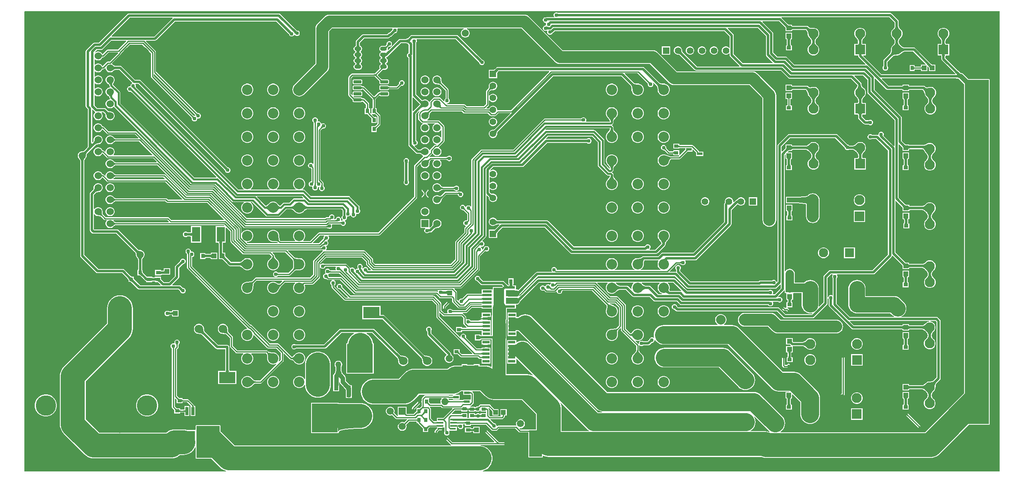
<source format=gtl>
G04*
G04 #@! TF.GenerationSoftware,Altium Limited,Altium Designer,22.11.1 (43)*
G04*
G04 Layer_Physical_Order=1*
G04 Layer_Color=255*
%FSLAX23Y23*%
%MOIN*%
G70*
G04*
G04 #@! TF.SameCoordinates,FD0B0D1A-97A4-46D0-9F7C-2B5E2F8B1952*
G04*
G04*
G04 #@! TF.FilePolarity,Positive*
G04*
G01*
G75*
%ADD14C,0.010*%
%ADD25R,0.028X0.035*%
%ADD26R,0.039X0.039*%
%ADD27R,0.036X0.095*%
%ADD28R,0.217X0.239*%
%ADD29R,0.030X0.030*%
%ADD30R,0.035X0.031*%
%ADD31R,0.035X0.028*%
%ADD32R,0.039X0.039*%
%ADD33R,0.060X0.024*%
%ADD34R,0.110X0.138*%
%ADD35R,0.138X0.098*%
%ADD36R,0.031X0.035*%
%ADD37R,0.045X0.024*%
%ADD38R,0.087X0.154*%
%ADD39R,0.078X0.020*%
%ADD40R,0.106X0.220*%
%ADD41R,0.026X0.069*%
G04:AMPARAMS|DCode=42|XSize=26mil|YSize=65mil|CornerRadius=2mil|HoleSize=0mil|Usage=FLASHONLY|Rotation=270.000|XOffset=0mil|YOffset=0mil|HoleType=Round|Shape=RoundedRectangle|*
%AMROUNDEDRECTD42*
21,1,0.026,0.061,0,0,270.0*
21,1,0.022,0.065,0,0,270.0*
1,1,0.004,-0.031,-0.011*
1,1,0.004,-0.031,0.011*
1,1,0.004,0.031,0.011*
1,1,0.004,0.031,-0.011*
%
%ADD42ROUNDEDRECTD42*%
%ADD43O,0.057X0.035*%
%ADD44R,0.048X0.016*%
%ADD45R,0.070X0.124*%
%ADD87C,0.200*%
%ADD88C,0.050*%
%ADD89C,0.100*%
%ADD90C,0.015*%
%ADD91C,0.040*%
%ADD92C,0.110*%
%ADD93C,0.020*%
%ADD94C,0.150*%
%ADD95C,0.035*%
%ADD96C,0.070*%
%ADD97C,0.130*%
%ADD98R,0.195X0.265*%
%ADD99R,0.253X0.075*%
%ADD100R,0.135X0.095*%
%ADD101R,0.200X2.873*%
%ADD102C,0.138*%
%ADD103C,0.087*%
%ADD104C,0.071*%
%ADD105C,0.059*%
%ADD106R,0.059X0.059*%
%ADD107C,0.055*%
%ADD108R,0.055X0.055*%
%ADD109C,0.060*%
%ADD110R,0.060X0.060*%
%ADD111C,0.080*%
%ADD112R,0.083X0.083*%
%ADD113C,0.083*%
%ADD114C,0.077*%
%ADD115R,0.077X0.077*%
%ADD116R,0.055X0.055*%
%ADD117O,0.059X0.059*%
%ADD118O,0.059X0.061*%
%ADD119C,0.031*%
%ADD120C,0.050*%
%ADD121C,0.250*%
%ADD122C,0.170*%
G36*
X8414Y1022D02*
X8414Y1021D01*
X4101Y1020D01*
X4100Y1025D01*
X4106Y1027D01*
X4122Y1033D01*
X4136Y1042D01*
X4149Y1053D01*
X4160Y1066D01*
X4169Y1080D01*
X4175Y1096D01*
X4179Y1112D01*
X4180Y1129D01*
X4179Y1146D01*
X4175Y1162D01*
X4169Y1178D01*
X4160Y1192D01*
X4149Y1205D01*
X4136Y1216D01*
X4122Y1225D01*
X4106Y1231D01*
X4090Y1235D01*
X4080Y1236D01*
X4080Y1241D01*
X4334D01*
X4338Y1242D01*
X4342Y1244D01*
X4345Y1248D01*
X4346Y1253D01*
Y1310D01*
X4345Y1315D01*
X4342Y1319D01*
X4338Y1321D01*
X4334Y1322D01*
X4329Y1321D01*
X4325Y1319D01*
X4322Y1315D01*
X4321Y1310D01*
Y1265D01*
X4235D01*
X4124Y1376D01*
X4120Y1379D01*
X4115Y1380D01*
X4110Y1379D01*
X4106Y1376D01*
X4104Y1372D01*
X4103Y1367D01*
X4104Y1363D01*
X4106Y1359D01*
X4195Y1270D01*
X4194Y1265D01*
X3846D01*
X3803Y1308D01*
X3799Y1310D01*
X3794Y1311D01*
X3790Y1310D01*
X3786Y1308D01*
X3783Y1304D01*
X3782Y1299D01*
X3783Y1294D01*
X3786Y1290D01*
X3832Y1244D01*
X3836Y1242D01*
X3838Y1241D01*
X3837Y1236D01*
X2028D01*
X1916Y1349D01*
X1912Y1352D01*
Y1400D01*
X1912Y1403D01*
X1910Y1405D01*
X1908Y1407D01*
X1905Y1407D01*
X1710D01*
X1707Y1407D01*
X1705Y1405D01*
X1703Y1403D01*
X1703Y1400D01*
Y1370D01*
X1702Y1369D01*
X1698Y1367D01*
X1697Y1367D01*
X1633D01*
X1617Y1371D01*
X1600Y1372D01*
X1530D01*
X1513Y1371D01*
X1497Y1367D01*
X1481Y1361D01*
X1467Y1352D01*
X1457Y1343D01*
X899D01*
X786Y1456D01*
Y1585D01*
Y1773D01*
X1148Y2135D01*
X1159Y2148D01*
X1168Y2162D01*
X1170Y2169D01*
X1174Y2178D01*
X1178Y2194D01*
X1179Y2211D01*
Y2384D01*
X1178Y2401D01*
X1174Y2417D01*
X1168Y2433D01*
X1159Y2447D01*
X1148Y2460D01*
X1135Y2471D01*
X1121Y2480D01*
X1105Y2486D01*
X1089Y2490D01*
X1072Y2492D01*
X1055Y2490D01*
X1039Y2486D01*
X1023Y2480D01*
X1009Y2471D01*
X996Y2460D01*
X985Y2447D01*
X976Y2433D01*
X970Y2417D01*
X966Y2401D01*
X965Y2384D01*
Y2255D01*
X602Y1893D01*
X591Y1880D01*
X583Y1866D01*
X576Y1850D01*
X572Y1834D01*
X571Y1817D01*
Y1585D01*
Y1412D01*
X572Y1395D01*
X576Y1379D01*
X583Y1363D01*
X591Y1349D01*
X602Y1336D01*
X778Y1160D01*
X791Y1149D01*
X805Y1140D01*
X821Y1134D01*
X837Y1130D01*
X854Y1129D01*
X1501D01*
X1518Y1130D01*
X1534Y1134D01*
X1550Y1140D01*
X1564Y1149D01*
X1574Y1158D01*
X1600D01*
X1617Y1159D01*
X1633Y1163D01*
X1649Y1169D01*
X1663Y1178D01*
X1676Y1189D01*
X1687Y1202D01*
X1696Y1216D01*
X1698Y1222D01*
X1703Y1221D01*
Y1135D01*
X1703Y1132D01*
X1705Y1130D01*
X1707Y1128D01*
X1710Y1128D01*
X1833D01*
X1908Y1053D01*
X1921Y1042D01*
X1935Y1033D01*
X1951Y1027D01*
X1958Y1025D01*
X1957Y1020D01*
X278Y1020D01*
X274Y1024D01*
Y4860D01*
X277Y4863D01*
X8414D01*
Y1022D01*
D02*
G37*
%LPC*%
G36*
X4718Y4854D02*
X4710D01*
X4701Y4851D01*
X4695Y4845D01*
X4692Y4836D01*
Y4828D01*
X4695Y4819D01*
X4696Y4818D01*
X4694Y4813D01*
X4631D01*
X4627Y4812D01*
X4621D01*
X4612Y4809D01*
X4606Y4803D01*
X4602Y4794D01*
Y4786D01*
X4606Y4777D01*
X4612Y4771D01*
X4621Y4767D01*
X4625D01*
X4629Y4762D01*
X4628Y4759D01*
Y4751D01*
X4628Y4750D01*
X4624Y4745D01*
X4621D01*
X4612Y4742D01*
X4606Y4735D01*
X4602Y4727D01*
Y4718D01*
X4604Y4714D01*
X4605Y4712D01*
X4608Y4706D01*
X4614Y4702D01*
X4617Y4702D01*
X4621Y4700D01*
X4629D01*
X4635Y4702D01*
X4639Y4699D01*
X4637Y4694D01*
Y4686D01*
X4641Y4677D01*
X4647Y4671D01*
X4656Y4668D01*
X4664D01*
X4673Y4671D01*
X4679Y4677D01*
X4680Y4679D01*
X4681Y4679D01*
X4687Y4683D01*
X4701Y4698D01*
X6118D01*
X6161Y4655D01*
Y4560D01*
X6156Y4558D01*
X6151Y4563D01*
X6143Y4567D01*
X6135Y4570D01*
X6125D01*
X6117Y4567D01*
X6109Y4563D01*
X6102Y4556D01*
X6098Y4548D01*
X6095Y4540D01*
Y4530D01*
X6098Y4522D01*
X6102Y4514D01*
X6109Y4507D01*
X6117Y4503D01*
X6125Y4500D01*
X6135D01*
X6143Y4503D01*
X6151Y4507D01*
X6156Y4512D01*
X6161Y4510D01*
Y4497D01*
X6162Y4490D01*
X6166Y4485D01*
X6244Y4407D01*
X6242Y4402D01*
X5887D01*
X5770Y4520D01*
X5769Y4520D01*
X5768Y4522D01*
X5767Y4524D01*
X5766Y4525D01*
X5766Y4527D01*
X5765Y4529D01*
X5765Y4531D01*
X5765Y4533D01*
X5765Y4535D01*
X5765Y4536D01*
Y4540D01*
X5762Y4548D01*
X5758Y4556D01*
X5751Y4563D01*
X5743Y4567D01*
X5735Y4570D01*
X5725D01*
X5717Y4567D01*
X5709Y4563D01*
X5702Y4556D01*
X5698Y4548D01*
X5695Y4540D01*
Y4530D01*
X5698Y4522D01*
X5702Y4514D01*
X5709Y4507D01*
X5717Y4503D01*
X5725Y4500D01*
X5729D01*
X5730Y4500D01*
X5732Y4500D01*
X5734Y4500D01*
X5736Y4500D01*
X5738Y4499D01*
X5740Y4499D01*
X5741Y4498D01*
X5743Y4497D01*
X5745Y4496D01*
X5745Y4495D01*
X5868Y4373D01*
X5873Y4369D01*
X5880Y4368D01*
X6588D01*
X6650Y4306D01*
X6656Y4302D01*
X6662Y4301D01*
X7175D01*
X7227Y4248D01*
Y4244D01*
X7227Y4242D01*
X7226Y4239D01*
X7225Y4236D01*
X7224Y4233D01*
X7222Y4229D01*
X7220Y4226D01*
X7215Y4218D01*
X7213Y4215D01*
X7211Y4214D01*
X7205Y4203D01*
X7202Y4190D01*
Y4177D01*
X7205Y4165D01*
X7211Y4154D01*
X7215Y4150D01*
X7216Y4149D01*
X7219Y4146D01*
X7222Y4142D01*
X7225Y4139D01*
X7227Y4136D01*
X7229Y4133D01*
X7230Y4130D01*
X7231Y4127D01*
X7232Y4124D01*
X7233Y4122D01*
Y4107D01*
X7232Y4105D01*
X7232Y4102D01*
X7232Y4101D01*
X7231Y4099D01*
X7231Y4099D01*
X7230Y4098D01*
X7230Y4098D01*
X7202D01*
Y4002D01*
X7229D01*
X7230Y4002D01*
X7230Y4002D01*
X7230Y4002D01*
X7231Y4001D01*
X7231Y4001D01*
X7232Y3999D01*
X7232Y3997D01*
X7232Y3995D01*
X7233Y3993D01*
Y3975D01*
X7234Y3968D01*
X7238Y3963D01*
X7277Y3923D01*
X7283Y3919D01*
X7290Y3918D01*
X7320D01*
X7320Y3918D01*
X7322Y3916D01*
X7331Y3912D01*
X7339D01*
X7348Y3916D01*
X7354Y3922D01*
X7358Y3931D01*
Y3939D01*
X7354Y3948D01*
X7348Y3954D01*
X7339Y3957D01*
X7331D01*
X7322Y3954D01*
X7321Y3953D01*
X7319Y3953D01*
X7297D01*
X7267Y3982D01*
Y3993D01*
X7267Y3995D01*
X7268Y3997D01*
X7268Y3999D01*
X7269Y4001D01*
X7269Y4001D01*
X7269Y4002D01*
X7269Y4002D01*
X7270Y4002D01*
X7270Y4002D01*
X7298D01*
Y4098D01*
X7269D01*
X7269Y4098D01*
X7269Y4099D01*
X7269Y4099D01*
X7268Y4101D01*
X7268Y4102D01*
X7267Y4105D01*
X7267Y4107D01*
Y4122D01*
X7268Y4124D01*
X7268Y4127D01*
X7269Y4130D01*
X7271Y4133D01*
X7273Y4136D01*
X7275Y4139D01*
X7281Y4146D01*
X7284Y4149D01*
X7284Y4150D01*
X7289Y4154D01*
X7295Y4165D01*
X7298Y4177D01*
Y4190D01*
X7295Y4203D01*
X7289Y4214D01*
X7280Y4223D01*
X7278Y4223D01*
X7276Y4225D01*
X7273Y4228D01*
X7270Y4231D01*
X7268Y4234D01*
X7266Y4236D01*
X7264Y4239D01*
X7263Y4242D01*
X7263Y4244D01*
X7262Y4247D01*
Y4255D01*
X7261Y4262D01*
X7257Y4267D01*
X7201Y4323D01*
X7203Y4328D01*
X7274D01*
X7310Y4292D01*
Y4188D01*
X7311Y4181D01*
X7315Y4175D01*
X7536Y3955D01*
Y3740D01*
X7531Y3738D01*
X7445Y3825D01*
X7448Y3831D01*
Y3839D01*
X7444Y3848D01*
X7438Y3854D01*
X7429Y3858D01*
X7421D01*
X7412Y3854D01*
X7406Y3848D01*
X7403Y3839D01*
Y3834D01*
X7401Y3833D01*
X7398Y3831D01*
X7392Y3832D01*
X7350D01*
X7349Y3832D01*
X7348Y3834D01*
X7339Y3838D01*
X7331D01*
X7322Y3834D01*
X7316Y3828D01*
X7312Y3819D01*
Y3811D01*
X7316Y3802D01*
X7322Y3796D01*
X7331Y3793D01*
X7339D01*
X7348Y3796D01*
X7349Y3798D01*
X7351Y3798D01*
X7385D01*
X7482Y3701D01*
Y2830D01*
X7352Y2701D01*
X7001D01*
X6994Y2700D01*
X6988Y2696D01*
X6948Y2656D01*
X6944Y2650D01*
X6943Y2644D01*
Y2432D01*
X6908Y2397D01*
X6908Y2397D01*
X6904Y2400D01*
X6905Y2413D01*
Y2547D01*
X6904Y2561D01*
X6900Y2575D01*
X6893Y2587D01*
X6886Y2595D01*
X6886Y2596D01*
X6886Y2596D01*
X6884Y2598D01*
X6873Y2607D01*
X6861Y2614D01*
X6847Y2618D01*
X6833Y2619D01*
X6819Y2618D01*
X6805Y2614D01*
X6793Y2607D01*
X6782Y2598D01*
X6704D01*
Y2671D01*
X6703Y2682D01*
X6699Y2692D01*
X6692Y2701D01*
X6683Y2708D01*
X6673Y2712D01*
X6662Y2713D01*
X6651Y2712D01*
X6641Y2708D01*
X6632Y2701D01*
X6626Y2694D01*
X6621Y2695D01*
Y3663D01*
X6623Y3665D01*
X6628Y3663D01*
Y3637D01*
X6628Y3637D01*
X6628Y3637D01*
Y3630D01*
X6635D01*
X6636Y3630D01*
X6636Y3630D01*
X6636Y3629D01*
X6637Y3628D01*
X6637Y3626D01*
X6638Y3623D01*
X6638Y3622D01*
Y3586D01*
X6638Y3585D01*
X6637Y3582D01*
X6637Y3580D01*
X6636Y3579D01*
X6636Y3578D01*
X6630D01*
Y3571D01*
X6630Y3571D01*
X6630Y3571D01*
Y3537D01*
X6680D01*
Y3571D01*
X6680Y3571D01*
X6680Y3571D01*
Y3578D01*
X6674D01*
X6674Y3579D01*
X6673Y3580D01*
X6673Y3582D01*
X6672Y3586D01*
Y3622D01*
X6672Y3623D01*
X6673Y3626D01*
X6673Y3628D01*
X6674Y3629D01*
X6674Y3630D01*
X6674Y3630D01*
X6675Y3630D01*
X6682D01*
Y3637D01*
X6682Y3637D01*
X6682Y3637D01*
Y3683D01*
X6646D01*
X6644Y3688D01*
X6644Y3688D01*
X6648Y3692D01*
X6651Y3694D01*
X6654Y3696D01*
X6655Y3697D01*
X6674D01*
X6675Y3697D01*
X6675Y3697D01*
X6682D01*
Y3703D01*
X6682Y3704D01*
X6682Y3704D01*
X6683Y3705D01*
X6684Y3705D01*
X6686Y3706D01*
X6688Y3706D01*
X6690Y3706D01*
X6798D01*
X6800Y3706D01*
X6803Y3705D01*
X6806Y3704D01*
X6809Y3702D01*
X6812Y3701D01*
X6815Y3698D01*
X6822Y3693D01*
X6826Y3689D01*
X6826Y3689D01*
X6826Y3689D01*
X6830Y3685D01*
X6833Y3682D01*
X6835Y3679D01*
X6837Y3676D01*
X6839Y3672D01*
X6841Y3669D01*
X6842Y3667D01*
X6842Y3664D01*
X6843Y3661D01*
Y3652D01*
X6842Y3649D01*
X6842Y3646D01*
X6841Y3644D01*
X6839Y3641D01*
X6837Y3638D01*
X6835Y3634D01*
X6829Y3628D01*
X6826Y3624D01*
X6826Y3624D01*
X6821Y3619D01*
X6815Y3608D01*
X6812Y3596D01*
Y3583D01*
X6815Y3571D01*
X6821Y3560D01*
X6830Y3551D01*
X6841Y3545D01*
X6854Y3541D01*
X6866D01*
X6879Y3545D01*
X6890Y3551D01*
X6899Y3560D01*
X6905Y3571D01*
X6908Y3583D01*
Y3596D01*
X6905Y3608D01*
X6899Y3619D01*
X6895Y3624D01*
X6894Y3624D01*
X6891Y3628D01*
X6888Y3631D01*
X6885Y3634D01*
X6883Y3638D01*
X6881Y3641D01*
X6880Y3644D01*
X6879Y3646D01*
X6878Y3649D01*
X6877Y3652D01*
Y3661D01*
X6878Y3664D01*
X6879Y3667D01*
X6880Y3669D01*
X6881Y3672D01*
X6883Y3676D01*
X6885Y3679D01*
X6891Y3685D01*
X6894Y3689D01*
X6895Y3690D01*
X6899Y3694D01*
X6905Y3705D01*
X6908Y3717D01*
Y3730D01*
X6905Y3742D01*
X6899Y3753D01*
X6890Y3762D01*
X6879Y3769D01*
X6866Y3772D01*
X6854D01*
X6841Y3769D01*
X6830Y3762D01*
X6826Y3758D01*
X6826Y3758D01*
X6822Y3754D01*
X6819Y3751D01*
X6815Y3749D01*
X6812Y3746D01*
X6809Y3744D01*
X6806Y3743D01*
X6803Y3742D01*
X6800Y3741D01*
X6798Y3741D01*
X6690D01*
X6688Y3741D01*
X6686Y3741D01*
X6684Y3742D01*
X6683Y3742D01*
X6682Y3743D01*
X6682Y3743D01*
X6682Y3744D01*
Y3750D01*
X6675D01*
X6675Y3750D01*
X6674Y3750D01*
X6628D01*
Y3723D01*
X6628Y3722D01*
X6626Y3720D01*
X6621Y3714D01*
X6599Y3692D01*
X6594Y3694D01*
Y3732D01*
X6665Y3803D01*
X7042D01*
X7120Y3724D01*
X7121Y3724D01*
Y3722D01*
X7124Y3713D01*
X7130Y3707D01*
X7139Y3704D01*
X7147D01*
X7156Y3707D01*
X7156Y3707D01*
X7159Y3707D01*
X7188D01*
X7190Y3707D01*
X7193Y3706D01*
X7196Y3705D01*
X7198Y3704D01*
X7201Y3702D01*
X7205Y3700D01*
X7208Y3697D01*
X7211Y3694D01*
X7214Y3690D01*
X7215Y3690D01*
X7215Y3690D01*
X7216Y3689D01*
X7219Y3685D01*
X7222Y3682D01*
X7225Y3679D01*
X7227Y3676D01*
X7229Y3672D01*
X7230Y3669D01*
X7231Y3667D01*
X7232Y3664D01*
X7233Y3661D01*
Y3646D01*
X7232Y3644D01*
X7232Y3642D01*
X7232Y3640D01*
X7231Y3639D01*
X7231Y3638D01*
X7230Y3638D01*
X7230Y3638D01*
X7202D01*
Y3541D01*
X7298D01*
Y3638D01*
X7269D01*
X7269Y3638D01*
X7269Y3638D01*
X7269Y3639D01*
X7268Y3640D01*
X7268Y3642D01*
X7267Y3644D01*
X7267Y3646D01*
Y3661D01*
X7268Y3664D01*
X7268Y3667D01*
X7269Y3669D01*
X7271Y3672D01*
X7273Y3676D01*
X7275Y3679D01*
X7281Y3685D01*
X7284Y3689D01*
X7284Y3690D01*
X7289Y3694D01*
X7295Y3705D01*
X7298Y3717D01*
Y3730D01*
X7295Y3742D01*
X7289Y3753D01*
X7280Y3762D01*
X7269Y3769D01*
X7256Y3772D01*
X7244D01*
X7231Y3769D01*
X7220Y3762D01*
X7217Y3759D01*
X7216Y3759D01*
X7213Y3755D01*
X7209Y3752D01*
X7206Y3750D01*
X7203Y3748D01*
X7199Y3746D01*
X7196Y3744D01*
X7193Y3743D01*
X7191Y3742D01*
X7188Y3742D01*
X7159D01*
X7159Y3742D01*
X7159Y3742D01*
X7156Y3745D01*
X7147Y3749D01*
X7145D01*
X7144Y3750D01*
X7061Y3832D01*
X7056Y3836D01*
X7049Y3837D01*
X6658D01*
X6651Y3836D01*
X6646Y3832D01*
X6565Y3751D01*
X6561Y3746D01*
X6560Y3739D01*
Y2607D01*
X6556Y2603D01*
X6550Y2605D01*
X6548Y2610D01*
X6542Y2617D01*
X6533Y2620D01*
X6524D01*
X6516Y2617D01*
X6515Y2615D01*
X6513Y2615D01*
X6418D01*
X6411Y2614D01*
X6405Y2610D01*
X6403Y2607D01*
X5834D01*
X5747Y2694D01*
Y2705D01*
X5747Y2706D01*
X5749Y2707D01*
X5753Y2716D01*
Y2724D01*
X5749Y2733D01*
X5743Y2739D01*
X5734Y2743D01*
X5726D01*
X5717Y2739D01*
X5711Y2733D01*
X5707Y2724D01*
Y2716D01*
X5711Y2707D01*
X5713Y2706D01*
X5713Y2704D01*
Y2691D01*
X5709Y2687D01*
X5660D01*
X5658Y2691D01*
X5720Y2753D01*
X5747D01*
X5748Y2753D01*
X5748Y2753D01*
X5749Y2752D01*
X5750Y2752D01*
X5751Y2752D01*
X5751Y2751D01*
X5752Y2751D01*
X5753Y2750D01*
X5754Y2749D01*
X5755Y2749D01*
X5757Y2746D01*
X5766Y2743D01*
X5774D01*
X5783Y2746D01*
X5789Y2752D01*
X5793Y2761D01*
Y2769D01*
X5789Y2778D01*
X5789Y2778D01*
X5791Y2783D01*
X5873D01*
X5880Y2784D01*
X5885Y2788D01*
X6171Y3074D01*
X6175Y3079D01*
X6176Y3086D01*
X6176Y3086D01*
Y3202D01*
X6228Y3253D01*
X6234Y3247D01*
X6242Y3243D01*
X6250Y3240D01*
X6260D01*
X6268Y3243D01*
X6276Y3247D01*
X6283Y3254D01*
X6287Y3262D01*
X6290Y3270D01*
Y3280D01*
X6287Y3288D01*
X6283Y3296D01*
X6276Y3303D01*
X6268Y3307D01*
X6260Y3310D01*
X6250D01*
X6242Y3307D01*
X6234Y3303D01*
X6227Y3296D01*
X6225Y3292D01*
X6225D01*
X6218Y3291D01*
X6213Y3287D01*
X6194Y3268D01*
X6193Y3269D01*
X6190Y3271D01*
Y3280D01*
X6187Y3288D01*
X6183Y3296D01*
X6176Y3303D01*
X6168Y3307D01*
X6160Y3310D01*
X6150D01*
X6142Y3307D01*
X6134Y3303D01*
X6127Y3296D01*
X6123Y3288D01*
X6120Y3280D01*
Y3270D01*
X6122Y3266D01*
X6120Y3264D01*
X6116Y3259D01*
X6115Y3252D01*
Y3104D01*
X5858Y2847D01*
X5600D01*
X5593Y2846D01*
X5588Y2842D01*
X5564Y2818D01*
X5442D01*
X5435Y2817D01*
X5429Y2813D01*
X5426Y2810D01*
X5424Y2809D01*
X5422Y2807D01*
X5419Y2806D01*
X5415Y2805D01*
X5412Y2804D01*
X5408Y2803D01*
X5398Y2802D01*
X5393Y2802D01*
X5392Y2802D01*
X5386D01*
X5373Y2799D01*
X5362Y2792D01*
X5352Y2783D01*
X5346Y2771D01*
X5342Y2758D01*
Y2745D01*
X5346Y2732D01*
X5352Y2721D01*
X5362Y2712D01*
X5367Y2708D01*
X5366Y2703D01*
X5203D01*
X5202Y2708D01*
X5207Y2712D01*
X5216Y2721D01*
X5223Y2732D01*
X5226Y2745D01*
Y2758D01*
X5223Y2771D01*
X5216Y2783D01*
X5207Y2792D01*
X5195Y2799D01*
X5183Y2802D01*
X5169D01*
X5157Y2799D01*
X5145Y2792D01*
X5136Y2783D01*
X5129Y2771D01*
X5126Y2758D01*
Y2745D01*
X5129Y2732D01*
X5136Y2721D01*
X5145Y2712D01*
X5150Y2708D01*
X5149Y2703D01*
X4718D01*
Y2709D01*
X4714Y2718D01*
X4708Y2724D01*
X4699Y2727D01*
X4691D01*
X4682Y2724D01*
X4676Y2718D01*
X4673Y2709D01*
Y2701D01*
X4676Y2692D01*
X4677Y2691D01*
X4675Y2687D01*
X4555D01*
X4548Y2685D01*
X4543Y2681D01*
X4397Y2536D01*
X4396Y2536D01*
X4388Y2540D01*
X4380Y2541D01*
X4378D01*
Y2573D01*
X4355D01*
X4355Y2573D01*
X4355Y2573D01*
X4354Y2574D01*
X4354Y2575D01*
X4353Y2577D01*
X4353Y2579D01*
X4355Y2583D01*
X4358D01*
Y2590D01*
X4358Y2590D01*
X4358Y2590D01*
Y2633D01*
X4313D01*
Y2590D01*
X4313Y2590D01*
X4313Y2590D01*
Y2583D01*
X4317D01*
X4318Y2579D01*
X4318Y2577D01*
X4317Y2576D01*
X4315Y2574D01*
X4313Y2574D01*
X4312Y2574D01*
X4309Y2576D01*
X4304Y2580D01*
X4279Y2605D01*
X4273Y2609D01*
X4267Y2610D01*
X4102D01*
X4079Y2634D01*
X4078Y2634D01*
Y2636D01*
X4075Y2645D01*
X4069Y2651D01*
X4060Y2655D01*
X4052D01*
X4043Y2651D01*
X4037Y2645D01*
X4034Y2636D01*
Y2628D01*
X4037Y2619D01*
X4043Y2613D01*
X4052Y2609D01*
X4054D01*
X4055Y2608D01*
X4083Y2581D01*
X4088Y2577D01*
X4095Y2576D01*
X4259D01*
X4268Y2568D01*
X4261Y2561D01*
X4185D01*
Y2546D01*
X4183Y2541D01*
X4092D01*
Y2505D01*
X4092Y2505D01*
X4091Y2505D01*
X3973D01*
X3969Y2505D01*
X3965Y2502D01*
X3927Y2465D01*
X3927Y2464D01*
X3926Y2464D01*
X3926Y2464D01*
X3925Y2463D01*
X3924Y2463D01*
X3923Y2463D01*
X3922Y2463D01*
X3921Y2463D01*
X3920Y2463D01*
X3919Y2463D01*
X3916D01*
X3907Y2459D01*
X3901Y2453D01*
X3899Y2447D01*
X3893Y2446D01*
X3885Y2453D01*
Y2517D01*
X3884Y2522D01*
X3882Y2526D01*
X3863Y2545D01*
X3865Y2550D01*
X3917D01*
X3921Y2551D01*
X3925Y2553D01*
X4072Y2700D01*
X4074Y2704D01*
X4075Y2708D01*
Y2816D01*
X4118Y2859D01*
X4118Y2859D01*
X4119Y2859D01*
X4119Y2859D01*
X4119Y2859D01*
X4120Y2859D01*
X4120Y2859D01*
X4120Y2859D01*
X4121Y2859D01*
X4122Y2859D01*
X4122Y2859D01*
X4126Y2858D01*
X4134D01*
X4143Y2861D01*
X4149Y2867D01*
X4153Y2876D01*
Y2884D01*
X4149Y2893D01*
X4143Y2899D01*
X4134Y2902D01*
X4126D01*
X4117Y2899D01*
X4111Y2893D01*
X4109Y2889D01*
X4109Y2888D01*
X4108Y2887D01*
X4107Y2884D01*
X4107Y2883D01*
X4105Y2881D01*
X4105Y2880D01*
X4104Y2879D01*
X4097Y2873D01*
X4093Y2875D01*
Y2879D01*
X4089Y2888D01*
X4084Y2893D01*
X4085Y2895D01*
X4086Y2898D01*
X4094D01*
X4103Y2901D01*
X4109Y2907D01*
X4113Y2916D01*
Y2924D01*
X4109Y2933D01*
X4103Y2939D01*
X4097Y2941D01*
X4096Y2947D01*
X4125Y2976D01*
X4128Y2981D01*
X4129Y2987D01*
Y3325D01*
X4134Y3327D01*
X4144Y3316D01*
X4145Y3316D01*
X4146Y3314D01*
X4147Y3312D01*
X4148Y3311D01*
X4149Y3309D01*
X4149Y3307D01*
X4150Y3305D01*
X4150Y3303D01*
X4150Y3302D01*
Y3300D01*
X4153Y3292D01*
X4157Y3284D01*
X4164Y3277D01*
X4172Y3273D01*
X4180Y3270D01*
X4190D01*
X4198Y3273D01*
X4206Y3277D01*
X4213Y3284D01*
X4217Y3292D01*
X4220Y3300D01*
Y3310D01*
X4217Y3318D01*
X4213Y3326D01*
X4206Y3333D01*
X4198Y3337D01*
X4190Y3340D01*
X4180D01*
X4179Y3339D01*
X4178Y3339D01*
X4177Y3339D01*
X4175Y3339D01*
X4173Y3340D01*
X4172Y3340D01*
X4170Y3341D01*
X4169Y3342D01*
X4167Y3343D01*
X4166Y3343D01*
X4157Y3352D01*
Y3377D01*
X4162Y3379D01*
X4164Y3377D01*
X4172Y3373D01*
X4180Y3370D01*
X4190D01*
X4198Y3373D01*
X4206Y3377D01*
X4213Y3384D01*
X4217Y3392D01*
X4220Y3400D01*
Y3410D01*
X4217Y3418D01*
X4213Y3426D01*
X4206Y3433D01*
X4198Y3437D01*
X4190Y3440D01*
X4180D01*
X4172Y3437D01*
X4164Y3433D01*
X4162Y3431D01*
X4157Y3433D01*
Y3477D01*
X4162Y3479D01*
X4164Y3477D01*
X4172Y3473D01*
X4180Y3470D01*
X4190D01*
X4198Y3473D01*
X4206Y3477D01*
X4213Y3484D01*
X4217Y3492D01*
X4220Y3500D01*
Y3510D01*
X4217Y3518D01*
X4213Y3526D01*
X4206Y3533D01*
X4198Y3537D01*
X4190Y3540D01*
X4180D01*
X4172Y3537D01*
X4166Y3534D01*
X4163Y3538D01*
X4188Y3563D01*
X4430D01*
X4437Y3564D01*
X4442Y3568D01*
X4637Y3763D01*
X4970D01*
X4971Y3763D01*
X4972Y3761D01*
X4981Y3757D01*
X4989D01*
X4998Y3761D01*
X5004Y3767D01*
X5008Y3776D01*
Y3784D01*
X5004Y3793D01*
X4998Y3799D01*
X4989Y3803D01*
X4981D01*
X4972Y3799D01*
X4971Y3797D01*
X4969Y3797D01*
X4630D01*
X4630Y3797D01*
X4627Y3802D01*
X4643Y3818D01*
X5010D01*
X5060Y3769D01*
Y3577D01*
X5061Y3571D01*
X5064Y3566D01*
X5134Y3497D01*
X5139Y3493D01*
X5144Y3492D01*
X5159D01*
X5161Y3488D01*
X5161Y3487D01*
X5161Y3485D01*
X5160Y3482D01*
X5158Y3480D01*
X5157Y3476D01*
X5154Y3473D01*
X5152Y3469D01*
X5145Y3461D01*
X5141Y3457D01*
X5140Y3456D01*
X5136Y3452D01*
X5129Y3440D01*
X5126Y3428D01*
Y3414D01*
X5129Y3402D01*
X5136Y3390D01*
X5145Y3381D01*
X5157Y3374D01*
X5169Y3371D01*
X5183D01*
X5195Y3374D01*
X5207Y3381D01*
X5216Y3390D01*
X5223Y3402D01*
X5226Y3414D01*
Y3428D01*
X5223Y3440D01*
X5216Y3452D01*
X5212Y3456D01*
X5211Y3457D01*
X5203Y3465D01*
X5200Y3469D01*
X5198Y3473D01*
X5195Y3476D01*
X5194Y3480D01*
X5192Y3482D01*
X5191Y3485D01*
X5191Y3488D01*
X5191Y3488D01*
Y3498D01*
X5190Y3504D01*
X5186Y3509D01*
X5179Y3516D01*
X5178Y3519D01*
Y3520D01*
X5179Y3523D01*
X5186Y3530D01*
X5190Y3535D01*
X5191Y3541D01*
Y3551D01*
X5191Y3551D01*
X5191Y3554D01*
X5192Y3557D01*
X5194Y3559D01*
X5195Y3563D01*
X5198Y3566D01*
X5200Y3570D01*
X5207Y3578D01*
X5211Y3582D01*
X5212Y3583D01*
X5216Y3587D01*
X5223Y3599D01*
X5226Y3611D01*
Y3625D01*
X5223Y3637D01*
X5216Y3649D01*
X5207Y3658D01*
X5195Y3665D01*
X5183Y3668D01*
X5169D01*
X5157Y3665D01*
X5145Y3658D01*
X5136Y3649D01*
X5129Y3637D01*
X5126Y3625D01*
Y3611D01*
X5129Y3599D01*
X5136Y3587D01*
X5140Y3583D01*
X5140Y3582D01*
X5149Y3574D01*
X5152Y3570D01*
X5154Y3566D01*
X5157Y3563D01*
X5158Y3559D01*
X5160Y3557D01*
X5161Y3554D01*
X5156Y3552D01*
X5114Y3593D01*
Y3785D01*
X5113Y3791D01*
X5110Y3796D01*
X5037Y3868D01*
X5032Y3872D01*
X5027Y3873D01*
X4627D01*
X4626Y3873D01*
X4623Y3877D01*
X4632Y3886D01*
X4963D01*
X4964Y3886D01*
X5159D01*
X5161Y3882D01*
X5161Y3881D01*
X5161Y3879D01*
X5160Y3876D01*
X5158Y3873D01*
X5157Y3870D01*
X5154Y3867D01*
X5152Y3863D01*
X5145Y3855D01*
X5141Y3851D01*
X5140Y3850D01*
X5136Y3846D01*
X5129Y3834D01*
X5126Y3821D01*
Y3808D01*
X5129Y3795D01*
X5136Y3784D01*
X5145Y3775D01*
X5157Y3768D01*
X5169Y3764D01*
X5183D01*
X5195Y3768D01*
X5207Y3775D01*
X5216Y3784D01*
X5223Y3795D01*
X5226Y3808D01*
Y3821D01*
X5223Y3834D01*
X5216Y3846D01*
X5212Y3850D01*
X5211Y3851D01*
X5203Y3859D01*
X5200Y3863D01*
X5198Y3867D01*
X5195Y3870D01*
X5194Y3873D01*
X5192Y3876D01*
X5191Y3879D01*
X5191Y3881D01*
X5191Y3882D01*
Y3892D01*
X5190Y3897D01*
X5186Y3902D01*
X5179Y3910D01*
X5178Y3913D01*
X5179Y3916D01*
X5186Y3924D01*
X5188Y3927D01*
X5190Y3929D01*
X5190Y3929D01*
X5190Y3929D01*
X5190Y3932D01*
X5191Y3935D01*
Y3945D01*
X5191Y3945D01*
X5191Y3948D01*
X5192Y3950D01*
X5194Y3953D01*
X5195Y3956D01*
X5198Y3960D01*
X5200Y3963D01*
X5207Y3971D01*
X5211Y3976D01*
X5212Y3976D01*
X5216Y3981D01*
X5223Y3992D01*
X5226Y4005D01*
Y4018D01*
X5223Y4031D01*
X5216Y4043D01*
X5207Y4052D01*
X5195Y4059D01*
X5183Y4062D01*
X5169D01*
X5157Y4059D01*
X5145Y4052D01*
X5136Y4043D01*
X5129Y4031D01*
X5126Y4018D01*
Y4005D01*
X5129Y3992D01*
X5136Y3981D01*
X5140Y3976D01*
X5140Y3976D01*
X5149Y3967D01*
X5152Y3963D01*
X5154Y3960D01*
X5157Y3956D01*
X5158Y3953D01*
X5160Y3950D01*
X5161Y3948D01*
X5161Y3946D01*
X5161Y3945D01*
X5159Y3941D01*
X4963D01*
X4960Y3946D01*
X4963Y3951D01*
Y3960D01*
X4959Y3968D01*
X4953Y3975D01*
X4944Y3978D01*
X4936D01*
X4927Y3975D01*
X4925Y3972D01*
X4924Y3972D01*
X4923Y3971D01*
X4922Y3970D01*
X4921Y3969D01*
X4921Y3969D01*
X4920Y3969D01*
X4919Y3968D01*
X4918Y3968D01*
X4918Y3968D01*
X4917Y3968D01*
X4618D01*
X4613Y3967D01*
X4609Y3964D01*
X4353Y3708D01*
X4090D01*
X4085Y3707D01*
X4081Y3705D01*
X4007Y3630D01*
X4004Y3626D01*
X4003Y3622D01*
Y3235D01*
X4002Y3234D01*
X3998Y3233D01*
X3993Y3239D01*
X3984Y3242D01*
X3976D01*
X3967Y3239D01*
X3961Y3233D01*
X3960Y3229D01*
X3956Y3229D01*
X3954Y3230D01*
X3951Y3238D01*
X3945Y3244D01*
X3936Y3247D01*
X3928D01*
X3919Y3244D01*
X3913Y3238D01*
X3910Y3229D01*
Y3221D01*
X3913Y3212D01*
X3919Y3206D01*
X3928Y3203D01*
X3931D01*
X3932Y3202D01*
X3933Y3202D01*
X3934Y3202D01*
X3935Y3202D01*
X3936Y3202D01*
X3937Y3202D01*
X3938Y3201D01*
X3938Y3201D01*
X3939Y3201D01*
X3939Y3200D01*
X3969Y3170D01*
Y3122D01*
X3967Y3120D01*
X3967Y3119D01*
X3966Y3119D01*
X3966Y3119D01*
X3965Y3118D01*
X3964Y3118D01*
X3963Y3118D01*
X3962Y3118D01*
X3961Y3118D01*
X3960Y3118D01*
X3959Y3118D01*
X3956D01*
X3947Y3114D01*
X3941Y3108D01*
X3938Y3099D01*
Y3091D01*
X3941Y3082D01*
X3947Y3076D01*
X3956Y3072D01*
X3956D01*
X3958Y3068D01*
X3949Y3059D01*
X3947Y3055D01*
X3946Y3050D01*
Y3018D01*
X3873Y2945D01*
X3871Y2941D01*
X3870Y2937D01*
Y2792D01*
X3830Y2753D01*
X3202D01*
X3184Y2771D01*
Y2791D01*
X3183Y2796D01*
X3180Y2800D01*
X3118Y2863D01*
X3114Y2865D01*
X3109Y2866D01*
X2793D01*
X2791Y2871D01*
X2793Y2874D01*
X2797Y2882D01*
Y2891D01*
X2793Y2899D01*
X2792Y2900D01*
X2794Y2905D01*
X2802Y2908D01*
X2808Y2915D01*
X2811Y2923D01*
Y2932D01*
X2808Y2940D01*
X2803Y2945D01*
X2803Y2950D01*
X2803Y2951D01*
X2807Y2953D01*
X2814Y2959D01*
X2817Y2967D01*
Y2976D01*
X2814Y2985D01*
X2811Y2987D01*
X2813Y2992D01*
X3233D01*
X3237Y2993D01*
X3241Y2995D01*
X3547Y3301D01*
X3550Y3305D01*
X3551Y3310D01*
Y3565D01*
X3576Y3590D01*
X3581Y3588D01*
Y3585D01*
X3583Y3576D01*
X3588Y3567D01*
X3595Y3560D01*
X3604Y3555D01*
X3613Y3553D01*
X3623D01*
X3632Y3555D01*
X3641Y3560D01*
X3648Y3567D01*
X3653Y3576D01*
X3655Y3585D01*
Y3590D01*
X3655Y3590D01*
X3655Y3594D01*
X3656Y3602D01*
X3656Y3605D01*
X3657Y3607D01*
X3657Y3610D01*
X3658Y3612D01*
X3659Y3613D01*
X3660Y3614D01*
X3660Y3614D01*
X3668Y3623D01*
X3691D01*
X3693Y3618D01*
X3688Y3613D01*
X3683Y3604D01*
X3681Y3595D01*
Y3585D01*
X3683Y3576D01*
X3688Y3567D01*
X3695Y3560D01*
X3704Y3555D01*
X3713Y3553D01*
X3723D01*
X3732Y3555D01*
X3741Y3560D01*
X3748Y3567D01*
X3753Y3576D01*
X3755Y3585D01*
Y3595D01*
X3753Y3604D01*
X3748Y3613D01*
X3743Y3618D01*
X3745Y3623D01*
X3797D01*
X3798Y3623D01*
X3798Y3623D01*
X3799Y3622D01*
X3800Y3622D01*
X3801Y3622D01*
X3801Y3621D01*
X3802Y3621D01*
X3803Y3620D01*
X3804Y3619D01*
X3805Y3619D01*
X3807Y3616D01*
X3816Y3612D01*
X3824D01*
X3833Y3616D01*
X3839Y3622D01*
X3842Y3631D01*
Y3639D01*
X3839Y3648D01*
X3833Y3654D01*
X3824Y3658D01*
X3816D01*
X3807Y3654D01*
X3805Y3651D01*
X3804Y3651D01*
X3803Y3650D01*
X3802Y3649D01*
X3801Y3649D01*
X3801Y3648D01*
X3800Y3648D01*
X3799Y3648D01*
X3798Y3647D01*
X3798Y3647D01*
X3797Y3647D01*
X3663D01*
X3658Y3646D01*
X3658Y3646D01*
X3655Y3650D01*
X3678Y3674D01*
X3679Y3674D01*
X3679Y3674D01*
X3685Y3674D01*
X3688Y3667D01*
X3695Y3660D01*
X3704Y3655D01*
X3713Y3653D01*
X3723D01*
X3732Y3655D01*
X3741Y3660D01*
X3748Y3667D01*
X3753Y3676D01*
X3755Y3685D01*
Y3695D01*
X3753Y3704D01*
X3748Y3713D01*
X3741Y3720D01*
X3735Y3723D01*
X3735Y3723D01*
X3734Y3729D01*
X3734Y3729D01*
X3776Y3771D01*
X3778Y3775D01*
X3779Y3779D01*
Y3901D01*
X3778Y3905D01*
X3776Y3909D01*
X3736Y3949D01*
X3732Y3951D01*
X3728Y3952D01*
X3637D01*
X3636Y3957D01*
X3641Y3960D01*
X3648Y3967D01*
X3653Y3976D01*
X3655Y3985D01*
Y3990D01*
X3655Y3990D01*
X3655Y3994D01*
X3656Y4002D01*
X3656Y4005D01*
X3657Y4007D01*
X3657Y4010D01*
X3658Y4012D01*
X3659Y4013D01*
X3660Y4014D01*
X3660Y4014D01*
X3673Y4028D01*
X3925D01*
X3938Y4014D01*
X3942Y4012D01*
X3947Y4011D01*
X4141D01*
X4160Y3992D01*
X4164Y3989D01*
X4169Y3988D01*
X4201D01*
X4206Y3989D01*
X4210Y3992D01*
X4231Y4013D01*
X4327D01*
X4329Y4008D01*
X4200Y3880D01*
X4200Y3879D01*
X4198Y3878D01*
X4196Y3877D01*
X4195Y3876D01*
X4193Y3876D01*
X4191Y3875D01*
X4189Y3875D01*
X4187Y3875D01*
X4185Y3875D01*
X4184Y3875D01*
X4180D01*
X4172Y3872D01*
X4164Y3868D01*
X4157Y3861D01*
X4153Y3853D01*
X4150Y3845D01*
Y3835D01*
X4153Y3827D01*
X4157Y3819D01*
X4164Y3812D01*
X4172Y3808D01*
X4180Y3805D01*
X4190D01*
X4198Y3808D01*
X4206Y3812D01*
X4213Y3819D01*
X4217Y3827D01*
X4220Y3835D01*
Y3839D01*
X4220Y3840D01*
X4220Y3842D01*
X4220Y3844D01*
X4220Y3846D01*
X4221Y3848D01*
X4221Y3850D01*
X4222Y3851D01*
X4223Y3853D01*
X4224Y3855D01*
X4225Y3855D01*
X4688Y4319D01*
X5258D01*
X5334Y4242D01*
X5336Y4240D01*
X5337Y4238D01*
X5338Y4235D01*
X5340Y4231D01*
X5340Y4228D01*
X5341Y4224D01*
X5342Y4214D01*
X5342Y4209D01*
X5342Y4208D01*
Y4202D01*
X5346Y4189D01*
X5352Y4178D01*
X5362Y4168D01*
X5373Y4162D01*
X5386Y4158D01*
X5399D01*
X5412Y4162D01*
X5423Y4168D01*
X5433Y4178D01*
X5439Y4189D01*
X5443Y4202D01*
Y4215D01*
X5439Y4228D01*
X5433Y4239D01*
X5423Y4249D01*
X5412Y4255D01*
X5399Y4259D01*
X5393D01*
X5392Y4259D01*
X5387Y4259D01*
X5382Y4259D01*
X5378Y4260D01*
X5373Y4261D01*
X5370Y4261D01*
X5366Y4263D01*
X5363Y4264D01*
X5361Y4265D01*
X5359Y4267D01*
X5284Y4341D01*
X5286Y4346D01*
X5392D01*
X5476Y4261D01*
X5477Y4261D01*
X5477Y4260D01*
X5477Y4260D01*
X5478Y4259D01*
X5478Y4258D01*
X5478Y4257D01*
X5478Y4256D01*
X5478Y4255D01*
X5478Y4254D01*
X5478Y4253D01*
Y4250D01*
X5482Y4241D01*
X5488Y4235D01*
X5497Y4232D01*
X5505D01*
X5514Y4235D01*
X5520Y4241D01*
X5523Y4250D01*
Y4258D01*
X5521Y4265D01*
X5525Y4268D01*
X5551Y4242D01*
X5552Y4240D01*
X5554Y4238D01*
X5555Y4235D01*
X5556Y4231D01*
X5557Y4228D01*
X5558Y4224D01*
X5559Y4214D01*
X5559Y4209D01*
X5559Y4208D01*
Y4202D01*
X5562Y4189D01*
X5569Y4178D01*
X5578Y4168D01*
X5590Y4162D01*
X5602Y4158D01*
X5616D01*
X5628Y4162D01*
X5640Y4168D01*
X5649Y4178D01*
X5656Y4189D01*
X5659Y4202D01*
Y4215D01*
X5656Y4228D01*
X5649Y4239D01*
X5640Y4249D01*
X5628Y4255D01*
X5616Y4259D01*
X5609D01*
X5609Y4259D01*
X5603Y4259D01*
X5599Y4259D01*
X5594Y4260D01*
X5590Y4261D01*
X5586Y4261D01*
X5583Y4263D01*
X5580Y4264D01*
X5577Y4265D01*
X5575Y4267D01*
X5450Y4392D01*
X5444Y4396D01*
X5438Y4397D01*
X4225D01*
X4218Y4396D01*
X4213Y4392D01*
X4203Y4382D01*
X4200Y4380D01*
X4197Y4378D01*
X4195Y4376D01*
X4193Y4375D01*
X4150D01*
Y4305D01*
X4220D01*
Y4348D01*
X4221Y4350D01*
X4223Y4352D01*
X4227Y4357D01*
X4232Y4363D01*
X4653D01*
X4655Y4358D01*
X4334Y4037D01*
X4226D01*
X4225Y4037D01*
X4220Y4041D01*
Y4045D01*
X4217Y4053D01*
X4213Y4061D01*
X4206Y4068D01*
X4198Y4072D01*
X4190Y4075D01*
X4180D01*
X4172Y4072D01*
X4164Y4068D01*
X4157Y4061D01*
X4153Y4053D01*
X4153Y4052D01*
X4131D01*
X4129Y4057D01*
X4149Y4076D01*
X4151Y4080D01*
X4152Y4085D01*
Y4118D01*
X4157Y4119D01*
X4157Y4119D01*
X4164Y4112D01*
X4172Y4108D01*
X4180Y4105D01*
X4190D01*
X4198Y4108D01*
X4206Y4112D01*
X4213Y4119D01*
X4217Y4127D01*
X4220Y4135D01*
Y4145D01*
X4217Y4153D01*
X4213Y4161D01*
X4206Y4168D01*
X4198Y4172D01*
X4190Y4175D01*
X4180D01*
X4172Y4172D01*
X4164Y4168D01*
X4157Y4161D01*
X4157Y4161D01*
X4152Y4162D01*
Y4190D01*
X4164Y4201D01*
X4165Y4202D01*
X4166Y4203D01*
X4168Y4203D01*
X4170Y4204D01*
X4172Y4204D01*
X4175Y4205D01*
X4181Y4205D01*
X4185Y4205D01*
X4185Y4205D01*
X4190D01*
X4198Y4208D01*
X4206Y4212D01*
X4213Y4219D01*
X4217Y4227D01*
X4220Y4235D01*
Y4245D01*
X4217Y4253D01*
X4213Y4261D01*
X4206Y4268D01*
X4198Y4272D01*
X4190Y4275D01*
X4180D01*
X4172Y4272D01*
X4164Y4268D01*
X4157Y4261D01*
X4153Y4253D01*
X4150Y4245D01*
Y4241D01*
X4150Y4240D01*
X4150Y4233D01*
X4150Y4230D01*
X4149Y4227D01*
X4149Y4225D01*
X4148Y4223D01*
X4148Y4221D01*
X4147Y4220D01*
X4146Y4219D01*
X4131Y4204D01*
X4129Y4200D01*
X4128Y4195D01*
Y4090D01*
X4107Y4069D01*
X3966D01*
X3953Y4083D01*
X3949Y4085D01*
X3944Y4086D01*
X3803D01*
X3802Y4088D01*
X3804Y4093D01*
X3806D01*
X3815Y4097D01*
X3821Y4103D01*
X3825Y4111D01*
Y4120D01*
X3821Y4129D01*
X3818Y4131D01*
X3818Y4132D01*
X3817Y4133D01*
X3816Y4134D01*
X3816Y4134D01*
X3815Y4135D01*
X3815Y4136D01*
X3815Y4137D01*
X3814Y4137D01*
X3814Y4138D01*
X3814Y4139D01*
Y4206D01*
X3813Y4211D01*
X3811Y4215D01*
X3760Y4266D01*
X3760Y4266D01*
X3759Y4267D01*
X3758Y4268D01*
X3757Y4270D01*
X3757Y4273D01*
X3756Y4275D01*
X3756Y4278D01*
X3755Y4286D01*
X3755Y4290D01*
X3755Y4290D01*
Y4295D01*
X3753Y4304D01*
X3748Y4313D01*
X3741Y4320D01*
X3732Y4325D01*
X3723Y4327D01*
X3713D01*
X3704Y4325D01*
X3695Y4320D01*
X3688Y4313D01*
X3683Y4304D01*
X3681Y4295D01*
Y4285D01*
X3683Y4276D01*
X3688Y4267D01*
X3695Y4260D01*
X3704Y4255D01*
X3713Y4253D01*
X3718D01*
X3718Y4253D01*
X3722Y4253D01*
X3730Y4252D01*
X3733Y4252D01*
X3735Y4251D01*
X3738Y4251D01*
X3740Y4250D01*
X3741Y4249D01*
X3742Y4248D01*
X3742Y4248D01*
X3790Y4201D01*
Y4139D01*
X3790Y4138D01*
X3790Y4137D01*
X3789Y4137D01*
X3789Y4136D01*
X3789Y4135D01*
X3788Y4134D01*
X3788Y4134D01*
X3787Y4133D01*
X3786Y4132D01*
X3786Y4131D01*
X3783Y4129D01*
X3780Y4120D01*
Y4115D01*
X3774Y4113D01*
X3747Y4141D01*
X3743Y4143D01*
X3738Y4144D01*
X3694D01*
X3690Y4143D01*
X3686Y4141D01*
X3660Y4115D01*
X3657Y4111D01*
X3656Y4108D01*
X3653Y4106D01*
X3651Y4107D01*
X3648Y4113D01*
X3641Y4120D01*
X3632Y4125D01*
X3623Y4127D01*
X3613D01*
X3604Y4125D01*
X3601Y4123D01*
X3601Y4123D01*
X3599Y4122D01*
X3597Y4122D01*
X3596Y4121D01*
X3595Y4121D01*
X3594Y4121D01*
X3592Y4122D01*
X3591Y4122D01*
X3590Y4123D01*
X3589Y4124D01*
X3543Y4169D01*
Y4599D01*
X3543Y4600D01*
X3545Y4601D01*
X3549Y4610D01*
Y4618D01*
X3546Y4624D01*
X3549Y4629D01*
X3875D01*
X4070Y4434D01*
X4070Y4434D01*
Y4432D01*
X4074Y4423D01*
X4080Y4417D01*
X4089Y4413D01*
X4097D01*
X4106Y4417D01*
X4112Y4423D01*
X4115Y4432D01*
Y4440D01*
X4112Y4449D01*
X4106Y4455D01*
X4097Y4458D01*
X4095D01*
X4094Y4460D01*
X3895Y4659D01*
X3889Y4663D01*
X3882Y4664D01*
X3508D01*
X3501Y4663D01*
X3496Y4659D01*
X3475Y4638D01*
X3474Y4638D01*
X3474Y4637D01*
X3471D01*
X3462Y4634D01*
X3461Y4632D01*
X3459Y4632D01*
X3410D01*
X3410Y4632D01*
X3403Y4631D01*
X3398Y4627D01*
X3312Y4541D01*
X3307Y4544D01*
X3308Y4550D01*
X3307Y4559D01*
X3308Y4561D01*
X3313Y4565D01*
X3313Y4566D01*
X3314Y4566D01*
X3314Y4566D01*
X3315Y4567D01*
X3316Y4567D01*
X3317Y4567D01*
X3318Y4567D01*
X3319Y4567D01*
X3320Y4567D01*
X3321Y4568D01*
X3324D01*
X3333Y4571D01*
X3339Y4577D01*
X3342Y4586D01*
Y4594D01*
X3339Y4603D01*
X3333Y4609D01*
X3324Y4613D01*
X3316D01*
X3307Y4609D01*
X3301Y4603D01*
X3297Y4594D01*
Y4591D01*
X3297Y4590D01*
X3297Y4589D01*
X3297Y4588D01*
X3297Y4587D01*
X3297Y4586D01*
X3297Y4585D01*
X3296Y4584D01*
X3296Y4584D01*
X3296Y4583D01*
X3295Y4583D01*
X3289Y4577D01*
X3289Y4576D01*
X3287Y4575D01*
X3287Y4575D01*
X3283Y4575D01*
X3261D01*
X3252Y4573D01*
X3244Y4568D01*
X3238Y4560D01*
X3236Y4550D01*
X3238Y4540D01*
X3244Y4532D01*
X3250Y4528D01*
X3250Y4527D01*
Y4523D01*
X3250Y4522D01*
X3244Y4518D01*
X3238Y4510D01*
X3236Y4500D01*
X3238Y4490D01*
X3244Y4482D01*
X3250Y4478D01*
X3250Y4477D01*
Y4473D01*
X3250Y4472D01*
X3244Y4468D01*
X3238Y4460D01*
X3236Y4450D01*
X3238Y4440D01*
X3244Y4432D01*
X3250Y4428D01*
X3250Y4427D01*
Y4423D01*
X3250Y4422D01*
X3244Y4418D01*
X3238Y4410D01*
X3236Y4400D01*
X3238Y4390D01*
X3241Y4386D01*
X3241Y4386D01*
X3202Y4347D01*
X3201Y4347D01*
X3200Y4346D01*
X3199Y4345D01*
X3198Y4345D01*
X3197Y4344D01*
X3196Y4344D01*
X3194Y4344D01*
X3193Y4344D01*
X3011D01*
X3007Y4343D01*
X3003Y4340D01*
X2981Y4319D01*
X2979Y4315D01*
X2978Y4310D01*
Y4165D01*
X2979Y4160D01*
X2981Y4156D01*
X3011Y4126D01*
X3012Y4125D01*
X3013Y4124D01*
X3014Y4123D01*
X3014Y4123D01*
Y4114D01*
X3015Y4111D01*
X3017Y4108D01*
X3020Y4106D01*
X3023Y4105D01*
X3084D01*
X3088Y4106D01*
X3091Y4108D01*
X3093Y4111D01*
X3093Y4112D01*
X3098Y4112D01*
X3125Y4085D01*
Y4055D01*
X3125Y4055D01*
X3125Y4055D01*
X3115D01*
Y4005D01*
X3137D01*
X3137Y4004D01*
X3138Y4003D01*
X3140Y4000D01*
X3170Y3970D01*
Y3930D01*
X3215D01*
Y3980D01*
X3198D01*
X3198Y3980D01*
X3197Y3980D01*
X3196Y3981D01*
X3194Y3981D01*
X3193Y3982D01*
X3191Y3983D01*
X3188Y3986D01*
X3174Y4000D01*
X3176Y4005D01*
X3199D01*
X3200Y4005D01*
X3203Y4003D01*
X3220Y3985D01*
Y3925D01*
X3203Y3908D01*
X3201Y3906D01*
X3200Y3905D01*
X3199Y3905D01*
X3196D01*
X3196Y3905D01*
X3196Y3905D01*
X3170D01*
Y3855D01*
X3215D01*
Y3882D01*
X3215Y3882D01*
X3215Y3882D01*
Y3884D01*
X3215Y3884D01*
X3216Y3886D01*
X3221Y3891D01*
X3241Y3911D01*
X3244Y3915D01*
X3245Y3920D01*
Y3990D01*
X3244Y3995D01*
X3241Y3999D01*
X3221Y4019D01*
X3218Y4023D01*
X3216Y4024D01*
X3215Y4026D01*
X3215Y4026D01*
Y4055D01*
X3205D01*
X3205Y4055D01*
X3205Y4055D01*
Y4125D01*
X3205Y4126D01*
X3205Y4127D01*
X3205Y4128D01*
X3206Y4129D01*
X3206Y4131D01*
X3207Y4132D01*
X3208Y4133D01*
X3208Y4134D01*
X3233Y4158D01*
X3239Y4158D01*
X3242Y4156D01*
X3246Y4155D01*
X3307D01*
X3310Y4156D01*
X3313Y4158D01*
X3315Y4161D01*
X3316Y4164D01*
Y4186D01*
X3315Y4189D01*
X3313Y4192D01*
X3310Y4194D01*
X3307Y4195D01*
X3246D01*
X3242Y4194D01*
X3239Y4192D01*
X3237Y4189D01*
X3237Y4187D01*
X3236Y4187D01*
X3236Y4187D01*
X3233D01*
X3228Y4186D01*
X3224Y4184D01*
X3196Y4155D01*
X3189Y4155D01*
X3111Y4234D01*
X3107Y4236D01*
X3103Y4237D01*
X3094D01*
X3094Y4237D01*
X3093Y4237D01*
X3093Y4239D01*
X3091Y4242D01*
X3088Y4244D01*
X3084Y4245D01*
X3023D01*
X3020Y4244D01*
X3017Y4242D01*
X3015Y4239D01*
X3014Y4236D01*
Y4214D01*
X3015Y4211D01*
X3017Y4208D01*
X3020Y4206D01*
X3023Y4205D01*
X3084D01*
X3088Y4206D01*
X3091Y4208D01*
X3093Y4211D01*
X3093Y4212D01*
X3098Y4212D01*
X3177Y4134D01*
X3177Y4133D01*
X3178Y4132D01*
X3179Y4131D01*
X3179Y4129D01*
X3180Y4128D01*
X3180Y4127D01*
X3180Y4126D01*
X3180Y4125D01*
Y4055D01*
X3180Y4055D01*
X3180Y4055D01*
X3170D01*
Y4012D01*
X3165Y4009D01*
X3160Y4014D01*
Y4017D01*
X3160Y4017D01*
X3160Y4017D01*
X3160Y4018D01*
Y4055D01*
X3150D01*
X3150Y4055D01*
X3150Y4055D01*
Y4090D01*
X3149Y4095D01*
X3149Y4095D01*
X3146Y4099D01*
X3111Y4134D01*
X3107Y4136D01*
X3103Y4137D01*
X3094D01*
X3094Y4137D01*
X3093Y4137D01*
X3093Y4139D01*
X3091Y4142D01*
X3088Y4144D01*
X3084Y4145D01*
X3028D01*
X3025Y4148D01*
X3022Y4150D01*
X3023Y4152D01*
X3024Y4155D01*
X3084D01*
X3088Y4156D01*
X3091Y4158D01*
X3093Y4161D01*
X3093Y4164D01*
Y4186D01*
X3093Y4189D01*
X3091Y4192D01*
X3088Y4194D01*
X3084Y4195D01*
X3023D01*
X3020Y4194D01*
X3017Y4192D01*
X3015Y4189D01*
X3014Y4186D01*
Y4165D01*
X3011Y4164D01*
X3009Y4163D01*
X3002Y4170D01*
Y4305D01*
X3016Y4319D01*
X3193D01*
X3194Y4319D01*
X3196Y4319D01*
X3197Y4318D01*
X3198Y4318D01*
X3199Y4317D01*
X3200Y4317D01*
X3201Y4316D01*
X3202Y4315D01*
X3233Y4284D01*
X3235Y4282D01*
X3236Y4281D01*
X3237Y4281D01*
Y4264D01*
X3237Y4261D01*
X3239Y4258D01*
X3242Y4256D01*
X3246Y4255D01*
X3307D01*
X3310Y4256D01*
X3313Y4258D01*
X3315Y4261D01*
X3316Y4264D01*
Y4286D01*
X3315Y4289D01*
X3313Y4292D01*
X3310Y4294D01*
X3307Y4295D01*
X3258D01*
X3258Y4295D01*
X3257Y4296D01*
X3254Y4298D01*
X3224Y4328D01*
X3224Y4334D01*
X3262Y4372D01*
X3263Y4373D01*
X3264Y4374D01*
X3265Y4375D01*
X3265Y4375D01*
X3283D01*
X3293Y4377D01*
X3301Y4382D01*
X3306Y4390D01*
X3308Y4400D01*
X3306Y4410D01*
X3301Y4418D01*
X3294Y4422D01*
X3294Y4423D01*
Y4427D01*
X3294Y4428D01*
X3301Y4432D01*
X3306Y4440D01*
X3308Y4450D01*
X3306Y4460D01*
X3301Y4468D01*
X3294Y4472D01*
X3294Y4473D01*
Y4477D01*
X3294Y4478D01*
X3301Y4482D01*
X3303Y4485D01*
X3307Y4488D01*
X3417Y4598D01*
X3460D01*
X3461Y4598D01*
X3462Y4596D01*
X3471Y4593D01*
X3473D01*
X3474Y4591D01*
X3482Y4584D01*
Y4516D01*
X3477Y4514D01*
X3471Y4508D01*
X3467Y4499D01*
Y4491D01*
X3471Y4482D01*
X3477Y4476D01*
X3481Y4475D01*
X3481Y4474D01*
Y3746D01*
X3482Y3739D01*
X3486Y3734D01*
X3542Y3678D01*
X3547Y3674D01*
X3554Y3673D01*
X3575D01*
X3576Y3673D01*
X3578Y3672D01*
X3580Y3671D01*
X3582Y3671D01*
X3584Y3670D01*
X3586Y3669D01*
X3588Y3667D01*
X3590Y3666D01*
X3592Y3664D01*
X3592Y3663D01*
X3595Y3660D01*
X3601Y3657D01*
X3602Y3651D01*
X3602Y3651D01*
X3530Y3579D01*
X3527Y3575D01*
X3526Y3570D01*
Y3315D01*
X3228Y3016D01*
X2735D01*
X2730Y3015D01*
X2726Y3013D01*
X2659Y2945D01*
X2603D01*
X2601Y2950D01*
X2608Y2957D01*
X2615Y2969D01*
X2618Y2981D01*
Y2995D01*
X2615Y3007D01*
X2608Y3019D01*
X2599Y3028D01*
X2587Y3035D01*
X2575Y3038D01*
X2561D01*
X2549Y3035D01*
X2537Y3028D01*
X2528Y3019D01*
X2521Y3007D01*
X2518Y2995D01*
Y2981D01*
X2521Y2969D01*
X2528Y2957D01*
X2535Y2950D01*
X2533Y2945D01*
X2412D01*
X2408Y2948D01*
X2408Y2949D01*
X2407Y2951D01*
X2406Y2953D01*
X2405Y2956D01*
X2404Y2960D01*
X2403Y2964D01*
X2402Y2981D01*
X2402Y2988D01*
X2402Y2988D01*
Y2995D01*
X2398Y3007D01*
X2392Y3019D01*
X2382Y3028D01*
X2371Y3035D01*
X2358Y3038D01*
X2345D01*
X2332Y3035D01*
X2321Y3028D01*
X2311Y3019D01*
X2305Y3007D01*
X2301Y2995D01*
Y2981D01*
X2305Y2969D01*
X2311Y2957D01*
X2321Y2948D01*
X2332Y2941D01*
X2345Y2938D01*
X2351D01*
X2352Y2938D01*
X2359Y2938D01*
X2370Y2937D01*
X2375Y2936D01*
X2379Y2936D01*
X2383Y2935D01*
X2386Y2934D01*
X2387Y2933D01*
X2389Y2929D01*
X2389Y2927D01*
X2388Y2926D01*
X2136D01*
X2129Y2933D01*
X2131Y2938D01*
X2142D01*
X2154Y2941D01*
X2166Y2948D01*
X2175Y2957D01*
X2182Y2969D01*
X2185Y2981D01*
Y2995D01*
X2182Y3007D01*
X2175Y3019D01*
X2166Y3028D01*
X2154Y3035D01*
X2142Y3038D01*
X2128D01*
X2116Y3035D01*
X2104Y3028D01*
X2095Y3019D01*
X2090Y3011D01*
X2085Y3012D01*
Y3057D01*
X2084Y3061D01*
X2082Y3065D01*
X1827Y3320D01*
X1823Y3322D01*
X1819Y3323D01*
X1624D01*
X1449Y3499D01*
X1445Y3501D01*
X1440Y3502D01*
X1036D01*
X1036Y3502D01*
X1034Y3503D01*
X1033Y3503D01*
X1031Y3504D01*
X1029Y3505D01*
X1026Y3507D01*
X1024Y3508D01*
X1018Y3513D01*
X1016Y3516D01*
X1015Y3517D01*
X1012Y3520D01*
X1003Y3525D01*
X994Y3527D01*
X984D01*
X975Y3525D01*
X966Y3520D01*
X959Y3513D01*
X954Y3504D01*
X952Y3495D01*
Y3492D01*
X947Y3490D01*
X938Y3499D01*
X934Y3501D01*
X929Y3502D01*
X928D01*
X927Y3502D01*
X926Y3503D01*
X925Y3503D01*
X925Y3503D01*
X924Y3503D01*
X924Y3504D01*
X924Y3504D01*
X924Y3504D01*
X924Y3504D01*
X919Y3513D01*
X912Y3520D01*
X903Y3525D01*
X894Y3527D01*
X884D01*
X875Y3525D01*
X866Y3520D01*
X859Y3513D01*
X854Y3504D01*
X852Y3495D01*
Y3485D01*
X854Y3476D01*
X859Y3467D01*
X866Y3460D01*
X875Y3455D01*
X884Y3453D01*
X894D01*
X903Y3455D01*
X912Y3460D01*
X919Y3467D01*
X922Y3473D01*
X928Y3474D01*
X928Y3474D01*
X963Y3439D01*
X967Y3437D01*
X972Y3436D01*
X1452D01*
X1594Y3294D01*
X1592Y3289D01*
X1472D01*
X1463Y3299D01*
X1459Y3301D01*
X1454Y3302D01*
X1036D01*
X1036Y3302D01*
X1034Y3303D01*
X1033Y3303D01*
X1031Y3304D01*
X1029Y3305D01*
X1026Y3307D01*
X1024Y3308D01*
X1018Y3313D01*
X1016Y3316D01*
X1015Y3317D01*
X1012Y3320D01*
X1003Y3325D01*
X994Y3327D01*
X984D01*
X975Y3325D01*
X966Y3320D01*
X959Y3313D01*
X954Y3304D01*
X952Y3295D01*
Y3285D01*
X954Y3276D01*
X959Y3267D01*
X966Y3260D01*
X975Y3255D01*
X984Y3253D01*
X994D01*
X1003Y3255D01*
X1012Y3260D01*
X1015Y3263D01*
X1016Y3264D01*
X1018Y3267D01*
X1024Y3272D01*
X1026Y3273D01*
X1029Y3275D01*
X1031Y3276D01*
X1033Y3277D01*
X1034Y3277D01*
X1036Y3278D01*
X1036Y3278D01*
X1449D01*
X1458Y3268D01*
X1462Y3266D01*
X1467Y3265D01*
X1800D01*
X1941Y3124D01*
X1939Y3119D01*
X1502D01*
X1480Y3141D01*
X1476Y3143D01*
X1471Y3144D01*
X952D01*
X931Y3166D01*
X931Y3166D01*
X930Y3167D01*
X929Y3168D01*
X928Y3170D01*
X928Y3173D01*
X927Y3175D01*
X927Y3178D01*
X926Y3186D01*
X926Y3190D01*
X926Y3190D01*
Y3195D01*
X924Y3204D01*
X919Y3213D01*
X912Y3220D01*
X903Y3225D01*
X894Y3227D01*
X884D01*
X875Y3225D01*
X866Y3220D01*
X859Y3213D01*
X859Y3213D01*
X854Y3214D01*
Y3331D01*
X871Y3347D01*
X872Y3348D01*
X873Y3349D01*
X875Y3350D01*
X877Y3351D01*
X879Y3352D01*
X881Y3352D01*
X884Y3352D01*
X886Y3353D01*
X889Y3353D01*
X889Y3353D01*
X894D01*
X903Y3355D01*
X912Y3360D01*
X919Y3367D01*
X924Y3376D01*
X926Y3385D01*
Y3395D01*
X924Y3404D01*
X919Y3413D01*
X912Y3420D01*
X903Y3425D01*
X894Y3427D01*
X884D01*
X875Y3425D01*
X866Y3420D01*
X859Y3413D01*
X854Y3404D01*
X852Y3395D01*
Y3390D01*
X852Y3390D01*
X852Y3387D01*
X851Y3385D01*
X851Y3382D01*
X851Y3380D01*
X850Y3378D01*
X849Y3376D01*
X848Y3374D01*
X847Y3373D01*
X846Y3372D01*
X825Y3350D01*
X821Y3345D01*
X820Y3338D01*
Y3036D01*
X821Y3029D01*
X825Y3023D01*
X836Y3012D01*
X842Y3008D01*
X849Y3007D01*
X1041D01*
X1198Y2850D01*
X1199Y2849D01*
X1200Y2847D01*
X1201Y2845D01*
X1201Y2843D01*
X1202Y2841D01*
X1203Y2839D01*
X1203Y2837D01*
X1203Y2835D01*
X1203Y2832D01*
X1203Y2832D01*
Y2827D01*
X1206Y2818D01*
X1211Y2810D01*
X1214Y2807D01*
X1214Y2806D01*
X1216Y2804D01*
X1217Y2802D01*
X1219Y2800D01*
X1220Y2799D01*
X1221Y2797D01*
X1222Y2795D01*
X1222Y2793D01*
X1223Y2791D01*
X1223Y2790D01*
Y2709D01*
X1222Y2705D01*
X1222Y2703D01*
X1222Y2702D01*
X1218D01*
Y2695D01*
X1218Y2695D01*
X1218Y2695D01*
Y2658D01*
X1227D01*
X1227Y2658D01*
X1227Y2658D01*
X1235D01*
X1236Y2657D01*
X1239Y2656D01*
X1245Y2650D01*
X1283Y2613D01*
X1283Y2613D01*
X1288Y2609D01*
X1290Y2609D01*
Y2602D01*
X1333D01*
X1333Y2602D01*
X1333Y2602D01*
X1340D01*
Y2607D01*
X1341Y2607D01*
X1343Y2607D01*
X1347Y2608D01*
X1358D01*
X1359Y2608D01*
X1362Y2607D01*
X1364Y2607D01*
X1365Y2607D01*
Y2602D01*
X1372D01*
X1372Y2602D01*
X1372Y2602D01*
X1386D01*
X1387Y2601D01*
X1390Y2600D01*
X1396Y2595D01*
X1412Y2579D01*
X1410Y2574D01*
X1240D01*
X1196Y2619D01*
X1192Y2623D01*
X1190Y2626D01*
X1188Y2629D01*
X1187Y2630D01*
Y2647D01*
X1178D01*
X1178Y2647D01*
X1178Y2647D01*
X1170D01*
X1169Y2648D01*
X1166Y2650D01*
X1160Y2655D01*
X1109Y2705D01*
X1104Y2709D01*
X1097Y2710D01*
X892D01*
X773Y2829D01*
Y3615D01*
X773Y3616D01*
X774Y3618D01*
X774Y3620D01*
X775Y3622D01*
X776Y3624D01*
X777Y3625D01*
X779Y3627D01*
X780Y3629D01*
X782Y3631D01*
X782Y3632D01*
X785Y3635D01*
X790Y3643D01*
X793Y3652D01*
Y3657D01*
X793Y3657D01*
X793Y3660D01*
X793Y3662D01*
X793Y3664D01*
X794Y3666D01*
X795Y3668D01*
X795Y3670D01*
X796Y3672D01*
X797Y3674D01*
X798Y3675D01*
X835Y3711D01*
X871Y3747D01*
X872Y3748D01*
X873Y3749D01*
X875Y3750D01*
X877Y3751D01*
X879Y3752D01*
X881Y3752D01*
X884Y3752D01*
X886Y3753D01*
X889Y3753D01*
X889Y3753D01*
X894D01*
X903Y3755D01*
X912Y3760D01*
X919Y3767D01*
X924Y3776D01*
X926Y3785D01*
Y3795D01*
X924Y3804D01*
X919Y3813D01*
X912Y3820D01*
X903Y3825D01*
X894Y3827D01*
X884D01*
X875Y3825D01*
X866Y3820D01*
X859Y3813D01*
X854Y3804D01*
X852Y3795D01*
Y3790D01*
X852Y3790D01*
X852Y3787D01*
X851Y3785D01*
X851Y3782D01*
X851Y3780D01*
X850Y3778D01*
X849Y3776D01*
X848Y3774D01*
X847Y3773D01*
X846Y3772D01*
X844Y3770D01*
X840Y3772D01*
Y4041D01*
X844Y4043D01*
X863Y4025D01*
X863Y4025D01*
X863Y4025D01*
X864Y4024D01*
X864Y4023D01*
X865Y4018D01*
X864Y4018D01*
X859Y4013D01*
X854Y4004D01*
X852Y3995D01*
Y3985D01*
X854Y3976D01*
X859Y3967D01*
X866Y3960D01*
X875Y3955D01*
X884Y3953D01*
X894D01*
X903Y3955D01*
X912Y3960D01*
X919Y3967D01*
X924Y3976D01*
X926Y3985D01*
Y3995D01*
X924Y4004D01*
X919Y4013D01*
X917Y4015D01*
X919Y4020D01*
X935D01*
X946Y4008D01*
X947Y4007D01*
X948Y4006D01*
X949Y4004D01*
X950Y4002D01*
X951Y4000D01*
X951Y3998D01*
X951Y3995D01*
X952Y3993D01*
X952Y3990D01*
X952Y3990D01*
Y3985D01*
X954Y3976D01*
X959Y3967D01*
X966Y3960D01*
X975Y3955D01*
X984Y3953D01*
X994D01*
X1003Y3955D01*
X1012Y3960D01*
X1019Y3967D01*
X1024Y3976D01*
X1026Y3985D01*
Y3995D01*
X1024Y4004D01*
X1019Y4013D01*
X1012Y4020D01*
X1003Y4025D01*
X994Y4027D01*
X989D01*
X989Y4027D01*
X986Y4027D01*
X984Y4028D01*
X981Y4028D01*
X979Y4028D01*
X977Y4029D01*
X975Y4030D01*
X973Y4031D01*
X972Y4032D01*
X971Y4033D01*
X954Y4049D01*
X949Y4053D01*
X942Y4054D01*
X882D01*
X859Y4078D01*
Y4160D01*
X864Y4162D01*
X866Y4160D01*
X875Y4155D01*
X884Y4153D01*
X894D01*
X903Y4155D01*
X912Y4160D01*
X919Y4167D01*
X924Y4176D01*
X926Y4185D01*
Y4195D01*
X924Y4204D01*
X919Y4213D01*
X912Y4220D01*
X903Y4225D01*
X894Y4227D01*
X884D01*
X875Y4225D01*
X866Y4220D01*
X864Y4218D01*
X859Y4220D01*
Y4260D01*
X864Y4262D01*
X866Y4260D01*
X875Y4255D01*
X884Y4253D01*
X894D01*
X903Y4255D01*
X912Y4260D01*
X919Y4267D01*
X924Y4276D01*
X926Y4285D01*
Y4295D01*
X924Y4304D01*
X919Y4313D01*
X912Y4320D01*
X903Y4325D01*
X894Y4327D01*
X884D01*
X875Y4325D01*
X866Y4320D01*
X864Y4318D01*
X859Y4320D01*
Y4360D01*
X864Y4362D01*
X866Y4360D01*
X875Y4355D01*
X884Y4353D01*
X894D01*
X903Y4355D01*
X912Y4360D01*
X919Y4367D01*
X924Y4376D01*
X924Y4376D01*
X924Y4376D01*
X924Y4376D01*
X924Y4377D01*
X925Y4377D01*
X925Y4377D01*
X926Y4377D01*
X927Y4378D01*
X928Y4378D01*
X929D01*
X934Y4379D01*
X938Y4381D01*
X947Y4390D01*
X952Y4388D01*
Y4385D01*
X954Y4376D01*
X959Y4367D01*
X966Y4360D01*
X975Y4355D01*
X984Y4353D01*
X994D01*
X1003Y4355D01*
X1012Y4360D01*
X1015Y4363D01*
X1015Y4364D01*
X1017Y4366D01*
X1019Y4367D01*
X1021Y4369D01*
X1023Y4370D01*
X1025Y4371D01*
X1027Y4371D01*
X1029Y4372D01*
X1031Y4373D01*
X1032Y4373D01*
X1067D01*
X1174Y4266D01*
X1173Y4261D01*
X1169Y4260D01*
X1163Y4253D01*
X1159Y4245D01*
Y4236D01*
X1150D01*
X1142Y4233D01*
X1136Y4227D01*
X1132Y4218D01*
Y4209D01*
X1136Y4201D01*
X1142Y4195D01*
X1150Y4191D01*
X1159D01*
X1162Y4192D01*
X1162Y4192D01*
X1162Y4192D01*
X1162Y4192D01*
X1163Y4192D01*
X1163Y4192D01*
X1164Y4191D01*
X1876Y3479D01*
X1874Y3475D01*
X1694D01*
X1073Y4095D01*
Y4183D01*
X1072Y4189D01*
X1069Y4194D01*
X1013Y4250D01*
X1013Y4251D01*
X1013Y4253D01*
X1014Y4255D01*
X1014Y4258D01*
X1015Y4260D01*
X1016Y4262D01*
X1019Y4267D01*
X1020Y4270D01*
X1020Y4270D01*
X1021Y4270D01*
X1021Y4271D01*
X1024Y4276D01*
X1026Y4285D01*
Y4295D01*
X1024Y4304D01*
X1019Y4313D01*
X1012Y4320D01*
X1003Y4325D01*
X994Y4327D01*
X984D01*
X975Y4325D01*
X966Y4320D01*
X959Y4313D01*
X954Y4304D01*
X952Y4295D01*
Y4285D01*
X954Y4276D01*
X959Y4267D01*
X966Y4260D01*
X975Y4255D01*
X975Y4255D01*
X976Y4255D01*
X978Y4254D01*
X979Y4253D01*
X980Y4252D01*
X981Y4251D01*
X982Y4250D01*
X982Y4249D01*
X983Y4247D01*
X983Y4246D01*
Y4244D01*
X984Y4239D01*
X987Y4234D01*
X989Y4232D01*
X987Y4227D01*
X984D01*
X975Y4225D01*
X966Y4220D01*
X959Y4213D01*
X954Y4204D01*
X952Y4195D01*
Y4185D01*
X954Y4176D01*
X959Y4167D01*
X966Y4160D01*
X975Y4155D01*
X975Y4155D01*
X976Y4155D01*
X978Y4154D01*
X979Y4153D01*
X980Y4152D01*
X981Y4151D01*
X982Y4150D01*
X982Y4149D01*
X983Y4147D01*
X983Y4146D01*
Y4144D01*
X984Y4139D01*
X987Y4134D01*
X989Y4132D01*
X987Y4127D01*
X984D01*
X975Y4125D01*
X966Y4120D01*
X959Y4113D01*
X954Y4104D01*
X952Y4095D01*
Y4085D01*
X954Y4076D01*
X959Y4067D01*
X966Y4060D01*
X975Y4055D01*
X984Y4053D01*
X994D01*
X1003Y4055D01*
X1012Y4060D01*
X1016Y4065D01*
X1023Y4064D01*
X1023Y4064D01*
X1023Y4064D01*
X1665Y3422D01*
X1670Y3419D01*
X1675Y3418D01*
X1863D01*
X1895Y3386D01*
X1898Y3384D01*
X2007Y3275D01*
X2012Y3271D01*
X2018Y3270D01*
X2104D01*
X2106Y3265D01*
X2104Y3264D01*
X2095Y3255D01*
X2088Y3244D01*
X2085Y3231D01*
Y3218D01*
X2088Y3205D01*
X2095Y3193D01*
X2104Y3184D01*
X2116Y3177D01*
X2128Y3174D01*
X2142D01*
X2154Y3177D01*
X2166Y3184D01*
X2175Y3193D01*
X2182Y3205D01*
X2185Y3218D01*
Y3231D01*
X2182Y3244D01*
X2175Y3255D01*
X2166Y3264D01*
X2164Y3265D01*
X2166Y3270D01*
X2174D01*
X2290Y3155D01*
X2294Y3151D01*
X2300Y3150D01*
X2395D01*
X2401Y3151D01*
X2405Y3155D01*
X2460Y3209D01*
X2501D01*
X2502Y3209D01*
X2504Y3209D01*
X2507Y3208D01*
X2510Y3207D01*
X2513Y3205D01*
X2516Y3203D01*
X2520Y3200D01*
X2528Y3193D01*
X2532Y3189D01*
X2533Y3188D01*
X2537Y3184D01*
X2549Y3177D01*
X2561Y3174D01*
X2575D01*
X2587Y3177D01*
X2599Y3184D01*
X2603Y3188D01*
X2604Y3189D01*
X2612Y3197D01*
X2616Y3200D01*
X2620Y3203D01*
X2623Y3205D01*
X2627Y3207D01*
X2629Y3208D01*
X2632Y3209D01*
X2635Y3209D01*
X2635Y3209D01*
X2920D01*
X2930Y3199D01*
Y3160D01*
X2930Y3159D01*
X2930Y3158D01*
X2930Y3158D01*
X2930Y3157D01*
X2929Y3157D01*
X2929Y3156D01*
X2929Y3156D01*
X2929Y3156D01*
X2929Y3155D01*
X2926Y3153D01*
X2922Y3144D01*
Y3136D01*
X2926Y3127D01*
X2931Y3122D01*
X2931Y3121D01*
X2929Y3117D01*
X2922Y3114D01*
X2922Y3114D01*
X2920Y3114D01*
X2917Y3119D01*
X2918Y3121D01*
Y3129D01*
X2914Y3138D01*
X2908Y3144D01*
X2899Y3148D01*
X2891D01*
X2882Y3144D01*
X2876Y3138D01*
X2872Y3129D01*
Y3127D01*
X2860D01*
X2858Y3131D01*
X2859Y3132D01*
X2862Y3141D01*
Y3149D01*
X2859Y3158D01*
X2853Y3164D01*
X2844Y3168D01*
X2836D01*
X2827Y3164D01*
X2821Y3158D01*
X2818Y3149D01*
Y3144D01*
X2795D01*
X2790Y3143D01*
X2786Y3140D01*
X2783Y3137D01*
X2130D01*
X1863Y3405D01*
X1859Y3407D01*
X1854Y3408D01*
X1659D01*
X1211Y3857D01*
X1207Y3859D01*
X1202Y3860D01*
X977D01*
X938Y3899D01*
X934Y3901D01*
X929Y3902D01*
X928D01*
X927Y3902D01*
X926Y3903D01*
X925Y3903D01*
X925Y3903D01*
X924Y3903D01*
X924Y3904D01*
X924Y3904D01*
X924Y3904D01*
X924Y3904D01*
X919Y3913D01*
X912Y3920D01*
X903Y3925D01*
X894Y3927D01*
X884D01*
X875Y3925D01*
X866Y3920D01*
X859Y3913D01*
X854Y3904D01*
X852Y3895D01*
Y3885D01*
X854Y3876D01*
X859Y3867D01*
X866Y3860D01*
X875Y3855D01*
X884Y3853D01*
X894D01*
X903Y3855D01*
X912Y3860D01*
X919Y3867D01*
X922Y3873D01*
X928Y3874D01*
X928Y3874D01*
X963Y3839D01*
X967Y3837D01*
X972Y3836D01*
X1197D01*
X1226Y3807D01*
X1224Y3802D01*
X1036D01*
X1036Y3802D01*
X1034Y3803D01*
X1033Y3803D01*
X1031Y3804D01*
X1029Y3805D01*
X1026Y3807D01*
X1024Y3808D01*
X1018Y3813D01*
X1016Y3816D01*
X1015Y3817D01*
X1012Y3820D01*
X1003Y3825D01*
X994Y3827D01*
X984D01*
X975Y3825D01*
X966Y3820D01*
X959Y3813D01*
X954Y3804D01*
X952Y3795D01*
Y3785D01*
X954Y3776D01*
X959Y3767D01*
X966Y3760D01*
X975Y3755D01*
X984Y3753D01*
X994D01*
X1003Y3755D01*
X1012Y3760D01*
X1015Y3763D01*
X1016Y3764D01*
X1018Y3767D01*
X1024Y3772D01*
X1026Y3773D01*
X1029Y3775D01*
X1031Y3776D01*
X1033Y3777D01*
X1034Y3777D01*
X1036Y3778D01*
X1036Y3778D01*
X1231D01*
X1344Y3665D01*
X1342Y3660D01*
X1019D01*
X1017Y3665D01*
X1019Y3667D01*
X1024Y3676D01*
X1026Y3685D01*
Y3695D01*
X1024Y3704D01*
X1019Y3713D01*
X1012Y3720D01*
X1003Y3725D01*
X994Y3727D01*
X984D01*
X975Y3725D01*
X966Y3720D01*
X959Y3713D01*
X954Y3704D01*
X952Y3695D01*
Y3692D01*
X947Y3690D01*
X938Y3699D01*
X934Y3701D01*
X929Y3702D01*
X928D01*
X927Y3702D01*
X926Y3703D01*
X925Y3703D01*
X925Y3703D01*
X924Y3703D01*
X924Y3704D01*
X924Y3704D01*
X924Y3704D01*
X924Y3704D01*
X919Y3713D01*
X912Y3720D01*
X903Y3725D01*
X894Y3727D01*
X884D01*
X875Y3725D01*
X866Y3720D01*
X859Y3713D01*
X854Y3704D01*
X852Y3695D01*
Y3685D01*
X854Y3676D01*
X859Y3667D01*
X866Y3660D01*
X875Y3655D01*
X884Y3653D01*
X894D01*
X903Y3655D01*
X912Y3660D01*
X919Y3667D01*
X922Y3673D01*
X928Y3674D01*
X928Y3674D01*
X963Y3639D01*
X967Y3637D01*
X972Y3636D01*
X1349D01*
X1378Y3607D01*
X1376Y3602D01*
X1036D01*
X1036Y3602D01*
X1034Y3603D01*
X1033Y3603D01*
X1031Y3604D01*
X1029Y3605D01*
X1026Y3607D01*
X1024Y3608D01*
X1018Y3613D01*
X1016Y3616D01*
X1015Y3617D01*
X1012Y3620D01*
X1003Y3625D01*
X994Y3627D01*
X984D01*
X975Y3625D01*
X966Y3620D01*
X959Y3613D01*
X954Y3604D01*
X952Y3595D01*
Y3585D01*
X954Y3576D01*
X959Y3567D01*
X966Y3560D01*
X975Y3555D01*
X984Y3553D01*
X994D01*
X1003Y3555D01*
X1012Y3560D01*
X1015Y3563D01*
X1016Y3564D01*
X1018Y3567D01*
X1024Y3572D01*
X1026Y3573D01*
X1029Y3575D01*
X1031Y3576D01*
X1033Y3577D01*
X1034Y3577D01*
X1036Y3578D01*
X1036Y3578D01*
X1383D01*
X1624Y3336D01*
X1628Y3334D01*
X1633Y3333D01*
X1828D01*
X2104Y3056D01*
X2104Y3056D01*
X2104Y3056D01*
X2106Y3055D01*
X2108Y3054D01*
X2108Y3054D01*
X2108Y3054D01*
X2111Y3053D01*
X2113Y3053D01*
X2113Y3053D01*
X2113Y3053D01*
X2114Y3053D01*
X2800D01*
X2800Y3053D01*
X2801Y3053D01*
X2802Y3053D01*
X2805Y3052D01*
X2806Y3052D01*
X2807Y3051D01*
X2807Y3051D01*
X2809Y3050D01*
X2810Y3050D01*
X2810Y3050D01*
X2816Y3047D01*
X2824D01*
X2833Y3051D01*
X2839Y3057D01*
X2842Y3066D01*
Y3074D01*
X2840Y3080D01*
X2843Y3085D01*
X2912D01*
X2912Y3085D01*
X2913Y3085D01*
X2913Y3085D01*
X2914Y3085D01*
X2914Y3084D01*
X2915Y3084D01*
X2915Y3083D01*
X2916Y3083D01*
X2916Y3082D01*
X2922Y3076D01*
X2931Y3072D01*
X2939D01*
X2948Y3076D01*
X2954Y3082D01*
X2957Y3091D01*
Y3099D01*
X2954Y3108D01*
X2949Y3112D01*
X2949Y3114D01*
X2951Y3118D01*
X2958Y3121D01*
X2964Y3127D01*
X2967Y3136D01*
Y3144D01*
X2967Y3147D01*
X2970Y3150D01*
X2971Y3150D01*
X2979D01*
X2988Y3153D01*
X2993Y3159D01*
X2997Y3158D01*
X2999Y3158D01*
X3001Y3152D01*
X3007Y3146D01*
X3016Y3142D01*
X3024D01*
X3033Y3146D01*
X3039Y3152D01*
X3043Y3161D01*
Y3169D01*
X3042Y3171D01*
X3046Y3174D01*
X3051Y3172D01*
X3059D01*
X3068Y3176D01*
X3074Y3182D01*
X3078Y3191D01*
Y3199D01*
X3074Y3208D01*
X3071Y3210D01*
X3071Y3211D01*
X3071Y3211D01*
X3071Y3211D01*
X3071Y3212D01*
X3070Y3212D01*
X3070Y3213D01*
X3070Y3213D01*
X3070Y3214D01*
X3070Y3215D01*
Y3232D01*
X3069Y3238D01*
X3065Y3242D01*
X2992Y3315D01*
X2988Y3319D01*
X2982Y3320D01*
X2665D01*
X2615Y3370D01*
X2610Y3374D01*
X2604Y3375D01*
X2598D01*
X2597Y3380D01*
X2599Y3381D01*
X2608Y3390D01*
X2615Y3402D01*
X2618Y3414D01*
Y3428D01*
X2615Y3440D01*
X2608Y3452D01*
X2599Y3461D01*
X2587Y3468D01*
X2575Y3471D01*
X2561D01*
X2549Y3468D01*
X2537Y3461D01*
X2528Y3452D01*
X2521Y3440D01*
X2518Y3428D01*
Y3414D01*
X2521Y3402D01*
X2528Y3390D01*
X2537Y3381D01*
X2539Y3380D01*
X2538Y3375D01*
X2382D01*
X2380Y3380D01*
X2382Y3381D01*
X2392Y3390D01*
X2398Y3402D01*
X2402Y3414D01*
Y3428D01*
X2398Y3440D01*
X2392Y3452D01*
X2382Y3461D01*
X2371Y3468D01*
X2358Y3471D01*
X2345D01*
X2332Y3468D01*
X2321Y3461D01*
X2311Y3452D01*
X2305Y3440D01*
X2301Y3428D01*
Y3414D01*
X2305Y3402D01*
X2311Y3390D01*
X2321Y3381D01*
X2323Y3380D01*
X2321Y3375D01*
X2165D01*
X2164Y3380D01*
X2166Y3381D01*
X2175Y3390D01*
X2182Y3402D01*
X2185Y3414D01*
Y3428D01*
X2182Y3440D01*
X2175Y3452D01*
X2166Y3461D01*
X2154Y3468D01*
X2142Y3471D01*
X2128D01*
X2116Y3468D01*
X2104Y3461D01*
X2095Y3452D01*
X2088Y3440D01*
X2085Y3428D01*
Y3414D01*
X2088Y3402D01*
X2095Y3390D01*
X2104Y3381D01*
X2106Y3380D01*
X2105Y3375D01*
X2061D01*
X1204Y4232D01*
X1204Y4232D01*
X1203Y4233D01*
X1203Y4233D01*
X1203Y4233D01*
X1203Y4233D01*
X1203Y4234D01*
X1204Y4236D01*
Y4245D01*
X1202Y4251D01*
X1205Y4256D01*
X1227D01*
X1948Y3534D01*
X1949Y3534D01*
Y3532D01*
X1952Y3523D01*
X1958Y3517D01*
X1967Y3513D01*
X1975D01*
X1984Y3517D01*
X1990Y3523D01*
X1993Y3532D01*
Y3540D01*
X1990Y3549D01*
X1984Y3555D01*
X1975Y3559D01*
X1973D01*
X1972Y3560D01*
X1246Y4285D01*
X1240Y4289D01*
X1234Y4291D01*
X1198D01*
X1086Y4402D01*
X1081Y4406D01*
X1074Y4407D01*
X1032D01*
X1031Y4407D01*
X1029Y4408D01*
X1027Y4409D01*
X1025Y4409D01*
X1023Y4410D01*
X1021Y4411D01*
X1019Y4413D01*
X1017Y4414D01*
X1015Y4416D01*
X1015Y4417D01*
X1012Y4420D01*
X1006Y4423D01*
X1005Y4429D01*
X1078Y4502D01*
X1080Y4506D01*
X1081Y4510D01*
Y4511D01*
X1154Y4584D01*
X1258D01*
X1331Y4511D01*
Y4318D01*
X1332Y4313D01*
X1334Y4309D01*
X1669Y3974D01*
X1670Y3974D01*
X1670Y3973D01*
X1670Y3973D01*
X1671Y3972D01*
X1671Y3971D01*
X1671Y3970D01*
X1671Y3969D01*
X1671Y3968D01*
X1671Y3967D01*
X1671Y3966D01*
Y3963D01*
X1675Y3954D01*
X1681Y3948D01*
X1690Y3944D01*
X1698D01*
X1707Y3948D01*
X1713Y3954D01*
X1717Y3963D01*
Y3966D01*
X1719Y3968D01*
X1728D01*
X1737Y3972D01*
X1743Y3978D01*
X1746Y3986D01*
Y3995D01*
X1743Y4004D01*
X1737Y4010D01*
X1728Y4013D01*
X1724D01*
X1724Y4014D01*
X1723Y4014D01*
X1721Y4014D01*
X1720Y4014D01*
X1720Y4014D01*
X1719Y4014D01*
X1718Y4015D01*
X1717Y4015D01*
X1717Y4015D01*
X1716Y4016D01*
X1372Y4360D01*
Y4523D01*
X1371Y4527D01*
X1369Y4531D01*
X1287Y4613D01*
X1289Y4618D01*
X1365D01*
X1372Y4619D01*
X1377Y4623D01*
X1532Y4778D01*
X2378D01*
X2482Y4673D01*
X2483Y4673D01*
Y4671D01*
X2486Y4662D01*
X2492Y4656D01*
X2501Y4653D01*
X2509D01*
X2518Y4656D01*
X2524Y4662D01*
X2526Y4666D01*
X2529Y4667D01*
X2531Y4667D01*
X2537Y4661D01*
X2546Y4657D01*
X2554D01*
X2563Y4661D01*
X2569Y4667D01*
X2572Y4676D01*
Y4684D01*
X2569Y4693D01*
X2563Y4699D01*
X2554Y4702D01*
X2548D01*
X2547Y4704D01*
X2411Y4840D01*
X2405Y4844D01*
X2398Y4845D01*
X1147D01*
X1141Y4844D01*
X1135Y4840D01*
X898Y4602D01*
X861D01*
X855Y4601D01*
X849Y4597D01*
X791Y4539D01*
X787Y4533D01*
X785Y4527D01*
Y4071D01*
X787Y4065D01*
X791Y4059D01*
X805Y4045D01*
Y3744D01*
X805Y3741D01*
X804Y3738D01*
X803Y3735D01*
X802Y3732D01*
X801Y3729D01*
X800Y3726D01*
X798Y3724D01*
X796Y3722D01*
X774Y3699D01*
X773Y3698D01*
X771Y3697D01*
X769Y3696D01*
X767Y3696D01*
X765Y3695D01*
X763Y3694D01*
X761Y3694D01*
X759Y3694D01*
X756Y3694D01*
X756Y3694D01*
X751D01*
X742Y3691D01*
X734Y3686D01*
X727Y3679D01*
X722Y3671D01*
X719Y3662D01*
Y3652D01*
X722Y3643D01*
X727Y3635D01*
X730Y3632D01*
X730Y3631D01*
X732Y3629D01*
X733Y3627D01*
X735Y3625D01*
X736Y3624D01*
X737Y3622D01*
X738Y3620D01*
X738Y3618D01*
X739Y3616D01*
X739Y3615D01*
Y2822D01*
X740Y2815D01*
X744Y2810D01*
X873Y2681D01*
X873Y2681D01*
X878Y2677D01*
X885Y2676D01*
X1090D01*
X1134Y2631D01*
X1138Y2627D01*
X1140Y2624D01*
X1142Y2621D01*
X1143Y2620D01*
Y2612D01*
X1143Y2612D01*
X1143Y2612D01*
Y2603D01*
X1160D01*
X1161Y2602D01*
X1164Y2601D01*
X1170Y2595D01*
X1221Y2545D01*
X1226Y2541D01*
X1233Y2540D01*
X1233Y2540D01*
X1559D01*
X1574Y2525D01*
X1577Y2517D01*
X1584Y2511D01*
X1592Y2507D01*
X1601D01*
X1609Y2511D01*
X1616Y2517D01*
X1619Y2526D01*
Y2534D01*
X1616Y2543D01*
X1609Y2549D01*
X1601Y2553D01*
X1596D01*
X1594Y2554D01*
X1579Y2569D01*
X1573Y2573D01*
X1567Y2574D01*
X1509D01*
X1508Y2579D01*
X1561Y2632D01*
X1564Y2638D01*
X1566Y2644D01*
Y2719D01*
X1598Y2752D01*
X1599Y2752D01*
X1601D01*
X1609Y2756D01*
X1616Y2762D01*
X1619Y2770D01*
Y2779D01*
X1616Y2787D01*
X1609Y2794D01*
X1601Y2797D01*
X1592D01*
X1584Y2794D01*
X1577Y2787D01*
X1574Y2779D01*
Y2777D01*
X1573Y2775D01*
X1536Y2739D01*
X1536Y2739D01*
X1532Y2733D01*
X1531Y2727D01*
Y2651D01*
X1481Y2601D01*
X1438D01*
X1423Y2616D01*
X1420Y2620D01*
X1417Y2623D01*
X1415Y2626D01*
X1415Y2627D01*
Y2648D01*
X1372D01*
X1372Y2648D01*
X1372Y2648D01*
X1365D01*
Y2643D01*
X1364Y2643D01*
X1362Y2643D01*
X1358Y2642D01*
X1346D01*
X1346Y2642D01*
X1343Y2643D01*
X1341Y2643D01*
X1340Y2643D01*
Y2648D01*
X1333D01*
X1333Y2648D01*
X1333Y2648D01*
X1297D01*
X1271Y2674D01*
X1267Y2678D01*
X1265Y2681D01*
X1263Y2684D01*
X1262Y2685D01*
Y2693D01*
X1262Y2693D01*
X1262Y2694D01*
Y2695D01*
X1262Y2695D01*
X1262Y2695D01*
Y2702D01*
X1258D01*
X1258Y2703D01*
X1257Y2710D01*
Y2790D01*
X1257Y2791D01*
X1258Y2793D01*
X1258Y2795D01*
X1259Y2797D01*
X1260Y2799D01*
X1261Y2800D01*
X1263Y2802D01*
X1264Y2804D01*
X1266Y2806D01*
X1266Y2807D01*
X1269Y2810D01*
X1274Y2818D01*
X1277Y2827D01*
Y2837D01*
X1274Y2846D01*
X1269Y2854D01*
X1262Y2861D01*
X1254Y2866D01*
X1245Y2869D01*
X1240D01*
X1240Y2869D01*
X1237Y2869D01*
X1235Y2869D01*
X1233Y2869D01*
X1231Y2870D01*
X1229Y2871D01*
X1227Y2871D01*
X1225Y2872D01*
X1223Y2873D01*
X1222Y2874D01*
X1060Y3036D01*
X1055Y3040D01*
X1048Y3041D01*
X856D01*
X854Y3043D01*
Y3166D01*
X859Y3167D01*
X859Y3167D01*
X866Y3160D01*
X875Y3155D01*
X884Y3153D01*
X889D01*
X889Y3153D01*
X893Y3153D01*
X901Y3152D01*
X904Y3152D01*
X906Y3151D01*
X909Y3151D01*
X911Y3150D01*
X912Y3149D01*
X913Y3148D01*
X913Y3148D01*
X938Y3123D01*
X942Y3121D01*
X947Y3120D01*
X959D01*
X961Y3115D01*
X959Y3113D01*
X954Y3104D01*
X952Y3095D01*
Y3085D01*
X954Y3076D01*
X959Y3067D01*
X966Y3060D01*
X975Y3055D01*
X984Y3053D01*
X994D01*
X1003Y3055D01*
X1012Y3060D01*
X1015Y3063D01*
X1016Y3064D01*
X1018Y3067D01*
X1024Y3072D01*
X1026Y3073D01*
X1029Y3075D01*
X1031Y3076D01*
X1033Y3077D01*
X1034Y3077D01*
X1036Y3078D01*
X1036Y3078D01*
X1939D01*
X1943Y3074D01*
X1941Y3069D01*
X1871D01*
Y2931D01*
X1893D01*
X1893Y2931D01*
X1894Y2931D01*
X1894Y2930D01*
X1895Y2929D01*
X1895Y2927D01*
X1895Y2924D01*
X1896Y2923D01*
Y2831D01*
X1897Y2825D01*
Y2793D01*
X1915D01*
X1915Y2793D01*
X1915Y2793D01*
X1923D01*
X1925Y2793D01*
X1927Y2791D01*
X1933Y2786D01*
X1979Y2740D01*
X1985Y2736D01*
X1992Y2734D01*
X1992Y2734D01*
X2070D01*
X2072Y2734D01*
X2075Y2733D01*
X2078Y2732D01*
X2081Y2730D01*
X2085Y2728D01*
X2088Y2726D01*
X2095Y2720D01*
X2099Y2716D01*
X2100Y2716D01*
X2104Y2712D01*
X2116Y2705D01*
X2128Y2701D01*
X2142D01*
X2154Y2705D01*
X2166Y2712D01*
X2175Y2721D01*
X2182Y2732D01*
X2185Y2745D01*
Y2758D01*
X2182Y2771D01*
X2175Y2783D01*
X2166Y2792D01*
X2154Y2799D01*
X2142Y2802D01*
X2128D01*
X2116Y2799D01*
X2104Y2792D01*
X2100Y2788D01*
X2099Y2787D01*
X2095Y2783D01*
X2092Y2780D01*
X2088Y2777D01*
X2085Y2775D01*
X2081Y2773D01*
X2078Y2772D01*
X2075Y2770D01*
X2072Y2770D01*
X2070Y2769D01*
X1999D01*
X1959Y2809D01*
X1955Y2813D01*
X1953Y2816D01*
X1951Y2819D01*
X1950Y2820D01*
Y2829D01*
X1950Y2829D01*
X1950Y2829D01*
Y2847D01*
X1933D01*
X1933Y2847D01*
X1932Y2847D01*
X1932Y2848D01*
X1931Y2849D01*
X1931Y2851D01*
X1930Y2853D01*
X1930Y2855D01*
Y2923D01*
X1930Y2924D01*
X1931Y2927D01*
X1931Y2929D01*
X1932Y2930D01*
X1932Y2931D01*
X1933Y2931D01*
X1933Y2931D01*
X1955D01*
Y3055D01*
X1960Y3057D01*
X1993Y3024D01*
Y2944D01*
X1994Y2939D01*
X1996Y2935D01*
X2094Y2837D01*
X2098Y2835D01*
X2103Y2834D01*
X2322D01*
X2338Y2818D01*
X2338Y2817D01*
X2337Y2815D01*
X2336Y2812D01*
X2334Y2808D01*
X2331Y2805D01*
X2320Y2792D01*
X2316Y2787D01*
X2315Y2787D01*
X2311Y2783D01*
X2305Y2771D01*
X2301Y2758D01*
Y2745D01*
X2305Y2732D01*
X2311Y2721D01*
X2321Y2712D01*
X2332Y2705D01*
X2345Y2701D01*
X2358D01*
X2371Y2705D01*
X2382Y2712D01*
X2392Y2721D01*
X2398Y2732D01*
X2402Y2745D01*
Y2758D01*
X2398Y2771D01*
X2392Y2783D01*
X2387Y2788D01*
X2386Y2788D01*
X2382Y2793D01*
X2374Y2801D01*
X2371Y2805D01*
X2368Y2809D01*
X2366Y2812D01*
X2365Y2815D01*
X2364Y2817D01*
X2363Y2819D01*
X2363Y2820D01*
Y2822D01*
X2362Y2827D01*
X2362Y2827D01*
X2362Y2827D01*
X2361Y2829D01*
X2360Y2831D01*
X2344Y2846D01*
X2346Y2851D01*
X2451D01*
X2511Y2791D01*
X2511Y2790D01*
X2512Y2788D01*
X2513Y2786D01*
X2514Y2783D01*
X2515Y2779D01*
X2516Y2775D01*
X2518Y2758D01*
X2518Y2751D01*
Y2751D01*
X2518Y2751D01*
X2518Y2751D01*
X2518Y2751D01*
X2518Y2751D01*
X2518Y2745D01*
X2517Y2733D01*
X2516Y2728D01*
X2516Y2724D01*
X2515Y2720D01*
X2514Y2717D01*
X2513Y2715D01*
X2512Y2713D01*
X2511Y2712D01*
X2478Y2679D01*
X2395D01*
X2394Y2679D01*
X2394Y2679D01*
X2393Y2680D01*
X2392Y2680D01*
X2391Y2680D01*
X2391Y2681D01*
X2390Y2681D01*
X2389Y2682D01*
X2388Y2683D01*
X2387Y2683D01*
X2385Y2686D01*
X2376Y2690D01*
X2368D01*
X2359Y2686D01*
X2353Y2680D01*
X2349Y2671D01*
Y2663D01*
X2353Y2654D01*
X2359Y2648D01*
X2368Y2645D01*
X2376D01*
X2385Y2648D01*
X2387Y2651D01*
X2388Y2651D01*
X2389Y2652D01*
X2390Y2653D01*
X2391Y2653D01*
X2391Y2654D01*
X2392Y2654D01*
X2393Y2654D01*
X2394Y2655D01*
X2394Y2655D01*
X2395Y2655D01*
X2483D01*
X2488Y2656D01*
X2492Y2658D01*
X2528Y2695D01*
X2529Y2695D01*
X2531Y2696D01*
X2533Y2698D01*
X2536Y2699D01*
X2540Y2699D01*
X2544Y2700D01*
X2561Y2701D01*
X2568Y2701D01*
X2568Y2701D01*
X2575D01*
X2587Y2705D01*
X2599Y2712D01*
X2608Y2721D01*
X2615Y2732D01*
X2618Y2745D01*
Y2758D01*
X2615Y2771D01*
X2608Y2783D01*
X2599Y2792D01*
X2587Y2799D01*
X2575Y2802D01*
X2568D01*
X2567Y2802D01*
X2560Y2802D01*
X2549Y2803D01*
X2544Y2803D01*
X2540Y2804D01*
X2536Y2805D01*
X2533Y2806D01*
X2530Y2807D01*
X2529Y2808D01*
X2528Y2808D01*
X2473Y2863D01*
X2475Y2868D01*
X2751D01*
X2756Y2869D01*
X2758Y2870D01*
X2759Y2870D01*
X2759Y2870D01*
X2762Y2867D01*
X2763Y2867D01*
X2764Y2861D01*
X2687Y2785D01*
X2685Y2781D01*
X2684Y2776D01*
Y2665D01*
X2658Y2639D01*
X2207D01*
X2203Y2639D01*
X2199Y2636D01*
X2175Y2612D01*
X2174Y2611D01*
X2172Y2610D01*
X2170Y2609D01*
X2167Y2608D01*
X2163Y2607D01*
X2159Y2607D01*
X2142Y2605D01*
X2135Y2605D01*
X2135Y2605D01*
X2128D01*
X2116Y2602D01*
X2104Y2595D01*
X2095Y2586D01*
X2088Y2574D01*
X2085Y2562D01*
Y2548D01*
X2088Y2536D01*
X2095Y2524D01*
X2104Y2515D01*
X2116Y2508D01*
X2128Y2505D01*
X2142D01*
X2154Y2508D01*
X2166Y2515D01*
X2175Y2524D01*
X2182Y2536D01*
X2185Y2548D01*
Y2555D01*
X2185Y2555D01*
X2185Y2562D01*
X2186Y2574D01*
X2187Y2579D01*
X2187Y2583D01*
X2188Y2587D01*
X2189Y2590D01*
X2190Y2592D01*
X2191Y2594D01*
X2192Y2595D01*
X2212Y2615D01*
X2425D01*
X2426Y2610D01*
X2406Y2590D01*
X2405Y2589D01*
X2403Y2588D01*
X2402Y2587D01*
X2400Y2587D01*
X2398Y2587D01*
X2395Y2588D01*
X2393Y2589D01*
X2389Y2590D01*
X2386Y2592D01*
X2384Y2594D01*
X2382Y2595D01*
X2371Y2602D01*
X2358Y2605D01*
X2345D01*
X2332Y2602D01*
X2321Y2595D01*
X2311Y2586D01*
X2305Y2574D01*
X2301Y2562D01*
Y2548D01*
X2305Y2536D01*
X2311Y2524D01*
X2321Y2515D01*
X2332Y2508D01*
X2345Y2505D01*
X2358D01*
X2371Y2508D01*
X2382Y2515D01*
X2392Y2524D01*
X2394Y2528D01*
X2394Y2529D01*
X2395Y2529D01*
X2395Y2529D01*
X2415Y2562D01*
X2418Y2568D01*
X2449Y2598D01*
X2533D01*
X2535Y2593D01*
X2528Y2586D01*
X2521Y2574D01*
X2518Y2562D01*
Y2548D01*
X2521Y2536D01*
X2528Y2524D01*
X2537Y2515D01*
X2549Y2508D01*
X2561Y2505D01*
X2575D01*
X2587Y2508D01*
X2599Y2515D01*
X2608Y2524D01*
X2615Y2536D01*
X2618Y2548D01*
Y2562D01*
X2615Y2574D01*
X2614Y2576D01*
X2616Y2579D01*
X2617Y2580D01*
X2617Y2581D01*
X2617Y2581D01*
X2677D01*
X2682Y2582D01*
X2686Y2584D01*
X2739Y2637D01*
X2741Y2641D01*
X2742Y2646D01*
Y2719D01*
X2747Y2721D01*
X2752Y2716D01*
X2761Y2713D01*
X2769D01*
X2778Y2716D01*
X2784Y2722D01*
X2787Y2729D01*
X2787Y2729D01*
X2787Y2729D01*
X2787Y2730D01*
X2787Y2730D01*
X2787Y2730D01*
X2787Y2730D01*
X2788Y2730D01*
X2788Y2730D01*
X2788Y2730D01*
X2872D01*
X2875Y2725D01*
X2872Y2719D01*
Y2711D01*
X2875Y2705D01*
X2872Y2700D01*
X2828D01*
X2828Y2700D01*
X2827Y2700D01*
X2827Y2700D01*
X2826Y2700D01*
X2826Y2701D01*
X2825Y2701D01*
X2825Y2702D01*
X2824Y2702D01*
X2824Y2703D01*
X2818Y2709D01*
X2809Y2713D01*
X2801D01*
X2792Y2709D01*
X2786Y2703D01*
X2783Y2694D01*
Y2686D01*
X2786Y2677D01*
X2786Y2677D01*
X2784Y2672D01*
X2777Y2669D01*
X2771Y2663D01*
X2767Y2654D01*
Y2646D01*
X2771Y2637D01*
X2777Y2631D01*
X2786Y2628D01*
X2789D01*
X2790Y2627D01*
X2791Y2627D01*
X2792Y2627D01*
X2793Y2627D01*
X2794Y2627D01*
X2795Y2627D01*
X2796Y2626D01*
X2796Y2626D01*
X2797Y2626D01*
X2797Y2625D01*
X2799Y2624D01*
X2803Y2621D01*
X2807Y2620D01*
X2839D01*
X2840Y2615D01*
X2837Y2614D01*
X2831Y2608D01*
X2828Y2599D01*
Y2591D01*
X2831Y2582D01*
X2834Y2580D01*
X2834Y2579D01*
X2835Y2578D01*
X2836Y2577D01*
X2836Y2576D01*
X2837Y2576D01*
X2837Y2575D01*
X2837Y2574D01*
X2838Y2573D01*
X2838Y2573D01*
X2838Y2572D01*
Y2562D01*
X2839Y2557D01*
X2841Y2553D01*
X2943Y2451D01*
X2947Y2449D01*
X2952Y2448D01*
X3675D01*
X3713Y2410D01*
Y2374D01*
X3713Y2374D01*
Y2311D01*
X3714Y2307D01*
X3716Y2303D01*
X4015Y2004D01*
X4013Y1999D01*
X3925D01*
X3910Y2014D01*
X3908Y2016D01*
X3907Y2017D01*
X3907Y2018D01*
Y2021D01*
X3907Y2022D01*
X3907Y2022D01*
Y2042D01*
X3857D01*
Y2000D01*
X3885D01*
X3885Y2000D01*
X3886Y2000D01*
X3889D01*
X3890Y2000D01*
X3892Y1997D01*
X3911Y1979D01*
X3915Y1976D01*
X3920Y1975D01*
X4056D01*
X4067Y1964D01*
X4071Y1961D01*
X4076Y1961D01*
X4090D01*
X4091Y1960D01*
X4091Y1960D01*
Y1922D01*
X4165D01*
Y1954D01*
Y1985D01*
Y2017D01*
Y2055D01*
X4140D01*
X4139Y2056D01*
X4138Y2060D01*
X4140Y2063D01*
X4140Y2067D01*
X4140Y2072D01*
X4138Y2075D01*
X4139Y2080D01*
X4165D01*
Y2118D01*
X4091D01*
Y2080D01*
X4105D01*
X4109Y2075D01*
X4109Y2074D01*
X4110Y2069D01*
X4113Y2065D01*
X4119Y2060D01*
X4118Y2056D01*
X4117Y2055D01*
X4091D01*
Y2048D01*
X4091Y2048D01*
X4090Y2048D01*
X4050D01*
X3960Y2138D01*
X3960Y2138D01*
X3960Y2139D01*
X3960Y2139D01*
X3959Y2140D01*
X3959Y2140D01*
X3959Y2141D01*
X3959Y2141D01*
X3959Y2142D01*
X3960Y2143D01*
X3960Y2145D01*
Y2153D01*
X3957Y2162D01*
X3951Y2168D01*
X3942Y2171D01*
X3933D01*
X3925Y2168D01*
X3919Y2162D01*
X3915Y2153D01*
Y2145D01*
X3913Y2144D01*
X3911Y2143D01*
X3737Y2317D01*
Y2343D01*
X3742Y2345D01*
X3767Y2320D01*
X3771Y2317D01*
X3776Y2316D01*
X3923D01*
X3937Y2302D01*
Y2258D01*
X3938Y2253D01*
X3938Y2253D01*
X3938Y2253D01*
X3939Y2252D01*
X3940Y2249D01*
X3965Y2224D01*
X3965Y2224D01*
X3965Y2222D01*
X3964Y2219D01*
X3928D01*
X3927Y2219D01*
X3927Y2219D01*
Y2226D01*
X3878D01*
Y2185D01*
X3927D01*
Y2195D01*
X3927Y2195D01*
X3928Y2195D01*
X4092D01*
X4092Y2195D01*
X4092Y2195D01*
Y2157D01*
X4087D01*
X4086Y2158D01*
X4083Y2158D01*
X4081Y2158D01*
X4080Y2159D01*
X4079Y2159D01*
Y2165D01*
X4072D01*
X4072Y2165D01*
X4072Y2165D01*
X4034D01*
Y2115D01*
X4072D01*
X4072Y2115D01*
X4072Y2115D01*
X4079D01*
Y2121D01*
X4080Y2122D01*
X4081Y2122D01*
X4083Y2122D01*
X4087Y2123D01*
X4173D01*
Y2020D01*
Y1897D01*
X4168Y1894D01*
X4155Y1899D01*
X4139Y1903D01*
X4122Y1904D01*
X4073D01*
Y1917D01*
X4024D01*
Y1912D01*
X3972D01*
Y1917D01*
X3923D01*
Y1904D01*
X3876D01*
X3859Y1903D01*
X3843Y1899D01*
X3834Y1895D01*
X3827Y1893D01*
X3813Y1884D01*
X3805Y1877D01*
X3525D01*
X3508Y1876D01*
X3492Y1872D01*
X3485Y1869D01*
X3476Y1865D01*
X3462Y1856D01*
X3449Y1845D01*
X3398Y1795D01*
X3189D01*
X3172Y1793D01*
X3156Y1789D01*
X3140Y1783D01*
X3126Y1774D01*
X3113Y1763D01*
X3102Y1750D01*
X3093Y1736D01*
X3087Y1721D01*
X3083Y1704D01*
X3082Y1687D01*
X3083Y1671D01*
X3087Y1654D01*
X3093Y1639D01*
X3102Y1624D01*
X3113Y1611D01*
X3126Y1601D01*
X3140Y1592D01*
X3156Y1585D01*
X3172Y1581D01*
X3189Y1580D01*
X3443D01*
X3460Y1581D01*
X3476Y1585D01*
X3492Y1592D01*
X3506Y1601D01*
X3519Y1611D01*
X3569Y1662D01*
X3845D01*
X3849Y1660D01*
Y1653D01*
X3821D01*
X3820Y1653D01*
X3816Y1656D01*
X3812Y1657D01*
X3621D01*
X3616Y1656D01*
X3612Y1653D01*
X3594Y1635D01*
X3591Y1631D01*
X3590Y1627D01*
Y1607D01*
X3585Y1607D01*
X3585Y1609D01*
X3582Y1613D01*
X3578Y1616D01*
X3573Y1617D01*
X3569Y1616D01*
X3565Y1613D01*
X3562Y1609D01*
X3561Y1606D01*
X3511Y1556D01*
X3509Y1552D01*
X3508Y1547D01*
Y1535D01*
X3507Y1535D01*
X3505Y1531D01*
X3504Y1526D01*
X3505Y1521D01*
X3507Y1517D01*
X3511Y1515D01*
X3516Y1514D01*
X3521Y1515D01*
X3525Y1517D01*
X3529Y1521D01*
X3531Y1525D01*
X3532Y1530D01*
Y1542D01*
X3582Y1592D01*
X3585Y1596D01*
X3585Y1598D01*
X3590Y1598D01*
Y1568D01*
X3585Y1562D01*
X3585Y1562D01*
X3574Y1552D01*
X3572Y1550D01*
X3571Y1549D01*
X3570Y1549D01*
X3547D01*
Y1523D01*
X3543Y1523D01*
X3539Y1520D01*
X3522Y1502D01*
X3467D01*
X3465Y1505D01*
Y1561D01*
X3391D01*
Y1487D01*
X3391D01*
X3391Y1484D01*
X3386Y1483D01*
X3361Y1508D01*
X3362Y1510D01*
X3365Y1519D01*
Y1529D01*
X3362Y1538D01*
X3357Y1546D01*
X3350Y1553D01*
X3342Y1558D01*
X3333Y1561D01*
X3323D01*
X3314Y1558D01*
X3306Y1553D01*
X3299Y1546D01*
X3294Y1538D01*
X3291Y1529D01*
Y1519D01*
X3294Y1510D01*
X3299Y1502D01*
X3306Y1495D01*
X3314Y1490D01*
X3323Y1487D01*
X3333D01*
X3342Y1490D01*
X3344Y1491D01*
X3373Y1462D01*
X3377Y1459D01*
X3382Y1458D01*
X3466D01*
X3468Y1453D01*
X3444Y1429D01*
X3442Y1430D01*
X3433Y1433D01*
X3423D01*
X3414Y1430D01*
X3406Y1425D01*
X3399Y1418D01*
X3394Y1410D01*
X3391Y1401D01*
Y1391D01*
X3394Y1382D01*
X3399Y1374D01*
X3406Y1367D01*
X3414Y1362D01*
X3423Y1359D01*
X3433D01*
X3442Y1362D01*
X3450Y1367D01*
X3457Y1374D01*
X3462Y1382D01*
X3465Y1391D01*
Y1401D01*
X3462Y1410D01*
X3461Y1412D01*
X3486Y1437D01*
X3547D01*
Y1424D01*
X3556D01*
X3559Y1420D01*
X3599Y1380D01*
X3600Y1379D01*
X3601Y1378D01*
X3602Y1377D01*
X3602Y1377D01*
Y1349D01*
X3643D01*
Y1373D01*
X3643Y1373D01*
X3643Y1374D01*
Y1377D01*
X3644Y1377D01*
X3644Y1378D01*
X3646Y1381D01*
X3656Y1390D01*
X3717D01*
Y1387D01*
X3719D01*
X3721Y1382D01*
X3701Y1363D01*
X3699Y1359D01*
X3698Y1354D01*
Y1338D01*
X3697Y1338D01*
X3695Y1334D01*
X3694Y1329D01*
X3695Y1324D01*
X3697Y1320D01*
X3701Y1318D01*
X3706Y1317D01*
X3711Y1318D01*
X3715Y1320D01*
X3719Y1324D01*
X3721Y1328D01*
X3722Y1333D01*
Y1349D01*
X3737Y1364D01*
X3748D01*
X3753Y1365D01*
X3757Y1368D01*
X3760Y1372D01*
X3761Y1377D01*
X3760Y1381D01*
X3759Y1382D01*
X3762Y1387D01*
X3779D01*
X3780Y1382D01*
Y1362D01*
X3780Y1360D01*
X3779Y1355D01*
X3779Y1354D01*
X3779Y1351D01*
X3778Y1350D01*
X3778Y1350D01*
X3778Y1350D01*
X3778Y1350D01*
X3777Y1348D01*
Y1339D01*
X3781Y1331D01*
X3787Y1325D01*
X3796Y1321D01*
X3804D01*
X3813Y1325D01*
X3819Y1331D01*
X3822Y1339D01*
Y1348D01*
X3820Y1355D01*
X3819Y1357D01*
X3819Y1358D01*
X3820Y1361D01*
X3821Y1361D01*
X3825Y1362D01*
X3825Y1362D01*
X3883D01*
Y1390D01*
X3883Y1390D01*
X3891D01*
X3892Y1390D01*
X3892Y1390D01*
X3892Y1390D01*
X3893Y1389D01*
X3893Y1389D01*
X3893Y1389D01*
X3893Y1389D01*
X3894Y1388D01*
X3894Y1387D01*
X3894Y1387D01*
X3896Y1383D01*
X3902Y1377D01*
X3910Y1374D01*
X3919D01*
X3928Y1377D01*
X3934Y1383D01*
X3937Y1392D01*
Y1401D01*
X3934Y1409D01*
X3932Y1410D01*
X3934Y1415D01*
X3951D01*
X3952Y1415D01*
X3952Y1415D01*
Y1402D01*
X4001D01*
Y1412D01*
X4126D01*
X4173Y1365D01*
X4177Y1362D01*
X4182Y1361D01*
X4212D01*
X4217Y1362D01*
X4221Y1365D01*
X4235Y1379D01*
X4371D01*
X4400Y1350D01*
X4404Y1347D01*
X4409Y1346D01*
X4482D01*
Y1136D01*
X4602D01*
Y1149D01*
X4607Y1151D01*
X4617Y1147D01*
X4634Y1143D01*
X4651Y1142D01*
X6426D01*
X6432Y1139D01*
X6449Y1135D01*
X6466Y1134D01*
X7836D01*
X7853Y1135D01*
X7869Y1139D01*
X7885Y1145D01*
X7899Y1154D01*
X7912Y1165D01*
X8157Y1410D01*
X8325D01*
X8328Y1410D01*
X8330Y1412D01*
X8332Y1414D01*
X8332Y1417D01*
Y1629D01*
X8332Y1630D01*
Y1729D01*
X8332Y1730D01*
Y4290D01*
X8332Y4293D01*
X8330Y4295D01*
X8328Y4297D01*
X8325Y4297D01*
X8151D01*
X8109Y4339D01*
X8104Y4344D01*
X8097Y4346D01*
X8091Y4347D01*
X8090Y4347D01*
X8089Y4348D01*
X8068Y4366D01*
X7962Y4472D01*
Y4486D01*
X7962Y4488D01*
X7963Y4491D01*
X7963Y4492D01*
X7964Y4494D01*
X7964Y4494D01*
X7964Y4495D01*
X7964Y4495D01*
X7965Y4495D01*
X7965Y4495D01*
X7993D01*
Y4591D01*
X7964D01*
X7964Y4591D01*
X7964Y4592D01*
X7964Y4592D01*
X7963Y4594D01*
X7963Y4596D01*
X7962Y4598D01*
X7962Y4600D01*
Y4615D01*
X7963Y4617D01*
X7963Y4620D01*
X7964Y4623D01*
X7966Y4626D01*
X7968Y4629D01*
X7970Y4632D01*
X7976Y4639D01*
X7979Y4642D01*
X7979Y4643D01*
X7984Y4647D01*
X7990Y4658D01*
X7993Y4671D01*
Y4683D01*
X7990Y4696D01*
X7984Y4707D01*
X7975Y4716D01*
X7964Y4722D01*
X7951Y4725D01*
X7939D01*
X7926Y4722D01*
X7915Y4716D01*
X7906Y4707D01*
X7900Y4696D01*
X7897Y4683D01*
Y4671D01*
X7900Y4658D01*
X7906Y4647D01*
X7910Y4643D01*
X7911Y4642D01*
X7914Y4639D01*
X7917Y4635D01*
X7920Y4632D01*
X7922Y4629D01*
X7924Y4626D01*
X7925Y4623D01*
X7926Y4620D01*
X7927Y4617D01*
X7928Y4615D01*
Y4600D01*
X7927Y4598D01*
X7927Y4596D01*
X7927Y4594D01*
X7926Y4592D01*
X7926Y4592D01*
X7925Y4591D01*
X7925Y4591D01*
X7897D01*
Y4495D01*
X7924D01*
X7925Y4495D01*
X7925Y4495D01*
X7925Y4495D01*
X7926Y4494D01*
X7926Y4494D01*
X7927Y4492D01*
X7927Y4491D01*
X7927Y4488D01*
X7928Y4486D01*
Y4465D01*
X7929Y4458D01*
X7933Y4453D01*
X8043Y4342D01*
X8043Y4340D01*
X8041Y4337D01*
X7428D01*
X7275Y4490D01*
X7277Y4495D01*
X7297D01*
Y4591D01*
X7269D01*
X7269Y4591D01*
X7268Y4592D01*
X7268Y4592D01*
X7267Y4594D01*
X7267Y4596D01*
X7267Y4598D01*
X7266Y4600D01*
Y4615D01*
X7267Y4617D01*
X7268Y4620D01*
X7269Y4623D01*
X7270Y4626D01*
X7272Y4629D01*
X7274Y4632D01*
X7280Y4639D01*
X7283Y4642D01*
X7284Y4643D01*
X7288Y4647D01*
X7294Y4658D01*
X7297Y4671D01*
Y4683D01*
X7294Y4696D01*
X7288Y4707D01*
X7279Y4716D01*
X7268Y4722D01*
X7255Y4725D01*
X7243D01*
X7230Y4722D01*
X7219Y4716D01*
X7210Y4707D01*
X7204Y4696D01*
X7201Y4683D01*
Y4671D01*
X7204Y4658D01*
X7210Y4647D01*
X7215Y4643D01*
X7215Y4642D01*
X7219Y4639D01*
X7222Y4635D01*
X7224Y4632D01*
X7226Y4629D01*
X7228Y4626D01*
X7230Y4623D01*
X7231Y4620D01*
X7231Y4617D01*
X7232Y4615D01*
Y4600D01*
X7232Y4598D01*
X7231Y4596D01*
X7231Y4594D01*
X7230Y4592D01*
X7230Y4592D01*
X7230Y4591D01*
X7229Y4591D01*
X7201D01*
Y4495D01*
X7233D01*
Y4491D01*
X7234Y4484D01*
X7238Y4479D01*
X7295Y4422D01*
X7293Y4417D01*
X6702D01*
X6641Y4478D01*
X6636Y4482D01*
X6629Y4483D01*
X6559D01*
X6524Y4518D01*
Y4676D01*
X6523Y4683D01*
X6519Y4688D01*
X6519Y4688D01*
X6434Y4774D01*
X6436Y4779D01*
X6575D01*
X6620Y4734D01*
X6623Y4730D01*
X6626Y4727D01*
X6628Y4724D01*
X6628Y4723D01*
Y4697D01*
X6674D01*
X6675Y4697D01*
X6675Y4697D01*
X6682D01*
Y4703D01*
X6682Y4704D01*
X6682Y4704D01*
X6683Y4705D01*
X6684Y4705D01*
X6686Y4706D01*
X6688Y4706D01*
X6690Y4706D01*
X6798D01*
X6801Y4703D01*
X6802Y4701D01*
X6803Y4699D01*
X6805Y4696D01*
X6806Y4693D01*
X6808Y4689D01*
X6809Y4685D01*
X6811Y4676D01*
X6811Y4673D01*
Y4671D01*
X6814Y4658D01*
X6821Y4647D01*
X6825Y4643D01*
X6825Y4642D01*
X6829Y4639D01*
X6832Y4635D01*
X6834Y4632D01*
X6837Y4629D01*
X6838Y4626D01*
X6840Y4623D01*
X6841Y4620D01*
X6842Y4617D01*
X6842Y4615D01*
Y4605D01*
X6842Y4603D01*
X6841Y4600D01*
X6840Y4597D01*
X6838Y4594D01*
X6837Y4591D01*
X6834Y4588D01*
X6829Y4581D01*
X6825Y4578D01*
X6825Y4577D01*
X6821Y4573D01*
X6814Y4562D01*
X6811Y4549D01*
Y4537D01*
X6814Y4524D01*
X6821Y4513D01*
X6830Y4504D01*
X6841Y4498D01*
X6853Y4495D01*
X6866D01*
X6878Y4498D01*
X6889Y4504D01*
X6898Y4513D01*
X6904Y4524D01*
X6908Y4537D01*
Y4549D01*
X6904Y4562D01*
X6898Y4573D01*
X6894Y4577D01*
X6893Y4578D01*
X6890Y4581D01*
X6887Y4585D01*
X6884Y4588D01*
X6882Y4591D01*
X6880Y4594D01*
X6879Y4597D01*
X6878Y4600D01*
X6877Y4603D01*
X6877Y4605D01*
Y4615D01*
X6877Y4617D01*
X6878Y4620D01*
X6879Y4623D01*
X6880Y4626D01*
X6882Y4629D01*
X6884Y4632D01*
X6890Y4639D01*
X6893Y4642D01*
X6894Y4643D01*
X6898Y4647D01*
X6904Y4658D01*
X6908Y4671D01*
Y4683D01*
X6904Y4696D01*
X6898Y4707D01*
X6889Y4716D01*
X6878Y4722D01*
X6866Y4725D01*
X6853D01*
X6851Y4725D01*
X6848Y4724D01*
X6844Y4724D01*
X6840Y4724D01*
X6836Y4725D01*
X6833Y4725D01*
X6830Y4726D01*
X6828Y4727D01*
X6825Y4728D01*
X6823Y4730D01*
X6817Y4736D01*
X6817Y4736D01*
X6812Y4739D01*
X6812Y4739D01*
X6805Y4741D01*
X6690D01*
X6688Y4741D01*
X6686Y4741D01*
X6684Y4742D01*
X6683Y4742D01*
X6682Y4743D01*
X6682Y4743D01*
X6682Y4744D01*
Y4750D01*
X6675D01*
X6675Y4750D01*
X6674Y4750D01*
X6655D01*
X6654Y4751D01*
X6651Y4753D01*
X6645Y4758D01*
X6595Y4808D01*
X6593Y4810D01*
X6594Y4815D01*
X7493D01*
X7538Y4770D01*
Y4739D01*
X7537Y4737D01*
X7537Y4734D01*
X7536Y4731D01*
X7534Y4728D01*
X7532Y4725D01*
X7530Y4722D01*
X7524Y4715D01*
X7521Y4711D01*
X7521Y4711D01*
X7516Y4707D01*
X7510Y4696D01*
X7507Y4683D01*
Y4671D01*
X7510Y4658D01*
X7516Y4647D01*
X7521Y4643D01*
X7521Y4642D01*
X7525Y4639D01*
X7528Y4635D01*
X7530Y4632D01*
X7532Y4629D01*
X7534Y4626D01*
X7536Y4623D01*
X7537Y4620D01*
X7537Y4617D01*
X7538Y4615D01*
Y4605D01*
X7537Y4603D01*
X7537Y4600D01*
X7536Y4597D01*
X7534Y4594D01*
X7532Y4591D01*
X7530Y4588D01*
X7524Y4581D01*
X7521Y4578D01*
X7521Y4577D01*
X7516Y4573D01*
X7510Y4562D01*
X7507Y4549D01*
Y4543D01*
X7507Y4543D01*
X7507Y4538D01*
X7506Y4533D01*
X7506Y4529D01*
X7505Y4525D01*
X7504Y4522D01*
X7503Y4519D01*
X7502Y4516D01*
X7500Y4513D01*
X7499Y4511D01*
X7448Y4460D01*
X7444Y4455D01*
X7443Y4448D01*
Y4405D01*
X7443Y4404D01*
X7441Y4403D01*
X7438Y4394D01*
Y4386D01*
X7441Y4377D01*
X7447Y4371D01*
X7456Y4367D01*
X7464D01*
X7473Y4371D01*
X7479Y4377D01*
X7483Y4386D01*
Y4394D01*
X7479Y4403D01*
X7477Y4404D01*
X7477Y4406D01*
Y4441D01*
X7523Y4487D01*
X7525Y4488D01*
X7528Y4490D01*
X7531Y4491D01*
X7534Y4492D01*
X7537Y4493D01*
X7541Y4494D01*
X7550Y4495D01*
X7555Y4495D01*
X7555Y4495D01*
X7561D01*
X7574Y4498D01*
X7585Y4504D01*
X7589Y4509D01*
X7590Y4509D01*
X7593Y4512D01*
X7597Y4515D01*
X7600Y4518D01*
X7603Y4520D01*
X7606Y4522D01*
X7609Y4523D01*
X7612Y4525D01*
X7615Y4525D01*
X7617Y4526D01*
X7691D01*
X7796Y4421D01*
X7794Y4417D01*
X7758D01*
Y4402D01*
X7758Y4402D01*
X7757Y4402D01*
X7706D01*
X7705Y4402D01*
X7705Y4402D01*
Y4415D01*
X7664D01*
Y4365D01*
X7705D01*
Y4378D01*
X7705Y4378D01*
X7706Y4378D01*
X7757D01*
X7758Y4378D01*
X7758Y4378D01*
Y4363D01*
X7811D01*
Y4399D01*
X7816Y4401D01*
X7816Y4401D01*
X7820Y4397D01*
X7822Y4394D01*
X7824Y4391D01*
X7825Y4390D01*
Y4363D01*
X7878D01*
Y4417D01*
X7852D01*
X7851Y4417D01*
X7848Y4419D01*
X7842Y4424D01*
X7711Y4555D01*
X7705Y4559D01*
X7699Y4560D01*
X7617D01*
X7615Y4561D01*
X7612Y4562D01*
X7609Y4563D01*
X7606Y4564D01*
X7603Y4566D01*
X7600Y4568D01*
X7593Y4574D01*
X7590Y4577D01*
X7589Y4577D01*
X7589Y4578D01*
X7586Y4581D01*
X7583Y4585D01*
X7580Y4588D01*
X7578Y4591D01*
X7576Y4594D01*
X7575Y4597D01*
X7574Y4600D01*
X7573Y4603D01*
X7572Y4605D01*
Y4615D01*
X7573Y4617D01*
X7574Y4620D01*
X7575Y4623D01*
X7576Y4626D01*
X7578Y4629D01*
X7580Y4632D01*
X7586Y4639D01*
X7589Y4642D01*
X7590Y4643D01*
X7594Y4647D01*
X7600Y4658D01*
X7603Y4671D01*
Y4683D01*
X7600Y4696D01*
X7594Y4707D01*
X7590Y4711D01*
X7589Y4711D01*
X7586Y4715D01*
X7583Y4718D01*
X7580Y4722D01*
X7578Y4725D01*
X7576Y4728D01*
X7575Y4731D01*
X7574Y4734D01*
X7573Y4737D01*
X7572Y4739D01*
Y4777D01*
X7571Y4784D01*
X7567Y4789D01*
X7512Y4844D01*
X7507Y4848D01*
X7500Y4849D01*
X4729D01*
X4728Y4849D01*
X4727Y4851D01*
X4718Y4854D01*
D02*
G37*
G36*
X6682Y4683D02*
X6628D01*
Y4637D01*
X6628Y4637D01*
X6628Y4637D01*
Y4630D01*
X6635D01*
X6636Y4630D01*
X6636Y4630D01*
X6636Y4629D01*
X6637Y4628D01*
X6637Y4626D01*
X6638Y4623D01*
X6638Y4622D01*
Y4586D01*
X6638Y4585D01*
X6637Y4582D01*
X6637Y4580D01*
X6636Y4579D01*
X6636Y4578D01*
X6630D01*
Y4571D01*
X6630Y4571D01*
X6630Y4571D01*
Y4537D01*
X6680D01*
Y4571D01*
X6680Y4571D01*
X6680Y4571D01*
Y4578D01*
X6674D01*
X6674Y4579D01*
X6673Y4580D01*
X6673Y4582D01*
X6672Y4586D01*
Y4622D01*
X6672Y4623D01*
X6673Y4626D01*
X6673Y4628D01*
X6674Y4629D01*
X6674Y4630D01*
X6674Y4630D01*
X6675Y4630D01*
X6682D01*
Y4637D01*
X6682Y4637D01*
X6682Y4637D01*
Y4683D01*
D02*
G37*
G36*
X6035Y4570D02*
X6025D01*
X6017Y4567D01*
X6009Y4563D01*
X6002Y4556D01*
X5998Y4548D01*
X5995Y4540D01*
Y4530D01*
X5998Y4522D01*
X6002Y4514D01*
X6009Y4507D01*
X6017Y4503D01*
X6025Y4500D01*
X6035D01*
X6043Y4503D01*
X6051Y4507D01*
X6058Y4514D01*
X6062Y4522D01*
X6065Y4530D01*
Y4540D01*
X6062Y4548D01*
X6058Y4556D01*
X6051Y4563D01*
X6043Y4567D01*
X6035Y4570D01*
D02*
G37*
G36*
X5935D02*
X5925D01*
X5917Y4567D01*
X5909Y4563D01*
X5902Y4556D01*
X5898Y4548D01*
X5895Y4540D01*
Y4530D01*
X5898Y4522D01*
X5902Y4514D01*
X5909Y4507D01*
X5917Y4503D01*
X5925Y4500D01*
X5935D01*
X5943Y4503D01*
X5951Y4507D01*
X5958Y4514D01*
X5962Y4522D01*
X5965Y4530D01*
Y4540D01*
X5962Y4548D01*
X5958Y4556D01*
X5951Y4563D01*
X5943Y4567D01*
X5935Y4570D01*
D02*
G37*
G36*
X5835D02*
X5825D01*
X5817Y4567D01*
X5809Y4563D01*
X5802Y4556D01*
X5798Y4548D01*
X5795Y4540D01*
Y4530D01*
X5798Y4522D01*
X5802Y4514D01*
X5809Y4507D01*
X5817Y4503D01*
X5825Y4500D01*
X5835D01*
X5843Y4503D01*
X5851Y4507D01*
X5858Y4514D01*
X5862Y4522D01*
X5865Y4530D01*
Y4540D01*
X5862Y4548D01*
X5858Y4556D01*
X5851Y4563D01*
X5843Y4567D01*
X5835Y4570D01*
D02*
G37*
G36*
X5665D02*
X5595D01*
Y4500D01*
X5665D01*
Y4570D01*
D02*
G37*
G36*
X3084Y4295D02*
X3023D01*
X3020Y4294D01*
X3017Y4292D01*
X3015Y4289D01*
X3014Y4286D01*
Y4264D01*
X3015Y4261D01*
X3017Y4258D01*
X3020Y4256D01*
X3023Y4255D01*
X3084D01*
X3088Y4256D01*
X3091Y4258D01*
X3093Y4261D01*
X3093Y4264D01*
Y4286D01*
X3093Y4289D01*
X3091Y4292D01*
X3088Y4294D01*
X3084Y4295D01*
D02*
G37*
G36*
X3623Y4327D02*
X3613D01*
X3604Y4325D01*
X3595Y4320D01*
X3588Y4313D01*
X3583Y4304D01*
X3581Y4295D01*
Y4285D01*
X3583Y4276D01*
X3588Y4267D01*
X3595Y4260D01*
X3604Y4255D01*
X3613Y4253D01*
X3623D01*
X3632Y4255D01*
X3641Y4260D01*
X3648Y4267D01*
X3653Y4276D01*
X3655Y4285D01*
Y4295D01*
X3653Y4304D01*
X3648Y4313D01*
X3641Y4320D01*
X3632Y4325D01*
X3623Y4327D01*
D02*
G37*
G36*
X3429Y4287D02*
X3421D01*
X3412Y4284D01*
X3406Y4278D01*
X3402Y4269D01*
Y4266D01*
X3402Y4265D01*
X3402Y4264D01*
X3402Y4263D01*
X3402Y4262D01*
X3402Y4261D01*
X3402Y4260D01*
X3401Y4259D01*
X3401Y4259D01*
X3401Y4258D01*
X3400Y4258D01*
X3380Y4237D01*
X3317D01*
X3316Y4237D01*
X3316Y4237D01*
X3315Y4239D01*
X3313Y4242D01*
X3310Y4244D01*
X3307Y4245D01*
X3246D01*
X3242Y4244D01*
X3239Y4242D01*
X3237Y4239D01*
X3237Y4236D01*
Y4214D01*
X3237Y4211D01*
X3239Y4208D01*
X3242Y4206D01*
X3246Y4205D01*
X3307D01*
X3310Y4206D01*
X3313Y4208D01*
X3315Y4211D01*
X3316Y4213D01*
X3316Y4213D01*
X3317Y4213D01*
X3385D01*
X3390Y4214D01*
X3394Y4216D01*
X3418Y4240D01*
X3418Y4241D01*
X3419Y4241D01*
X3419Y4241D01*
X3420Y4242D01*
X3421Y4242D01*
X3422Y4242D01*
X3423Y4242D01*
X3424Y4242D01*
X3425Y4242D01*
X3426Y4242D01*
X3429D01*
X3438Y4246D01*
X3444Y4252D01*
X3447Y4261D01*
Y4269D01*
X3444Y4278D01*
X3438Y4284D01*
X3429Y4287D01*
D02*
G37*
G36*
X5183Y4259D02*
X5169D01*
X5157Y4255D01*
X5145Y4249D01*
X5136Y4239D01*
X5129Y4228D01*
X5126Y4215D01*
Y4202D01*
X5129Y4189D01*
X5136Y4178D01*
X5145Y4168D01*
X5157Y4162D01*
X5169Y4158D01*
X5183D01*
X5195Y4162D01*
X5207Y4168D01*
X5216Y4178D01*
X5223Y4189D01*
X5226Y4202D01*
Y4215D01*
X5223Y4228D01*
X5216Y4239D01*
X5207Y4249D01*
X5195Y4255D01*
X5183Y4259D01*
D02*
G37*
G36*
X2358D02*
X2345D01*
X2332Y4255D01*
X2321Y4249D01*
X2311Y4239D01*
X2305Y4228D01*
X2301Y4215D01*
Y4202D01*
X2305Y4189D01*
X2311Y4178D01*
X2321Y4168D01*
X2332Y4162D01*
X2345Y4158D01*
X2358D01*
X2371Y4162D01*
X2382Y4168D01*
X2392Y4178D01*
X2398Y4189D01*
X2402Y4202D01*
Y4215D01*
X2398Y4228D01*
X2392Y4239D01*
X2382Y4249D01*
X2371Y4255D01*
X2358Y4259D01*
D02*
G37*
G36*
X2142D02*
X2128D01*
X2116Y4255D01*
X2104Y4249D01*
X2095Y4239D01*
X2088Y4228D01*
X2085Y4215D01*
Y4202D01*
X2088Y4189D01*
X2095Y4178D01*
X2104Y4168D01*
X2116Y4162D01*
X2128Y4158D01*
X2142D01*
X2154Y4162D01*
X2166Y4168D01*
X2175Y4178D01*
X2182Y4189D01*
X2185Y4202D01*
Y4215D01*
X2182Y4228D01*
X2175Y4239D01*
X2166Y4249D01*
X2154Y4255D01*
X2142Y4259D01*
D02*
G37*
G36*
X3723Y4227D02*
X3713D01*
X3704Y4225D01*
X3695Y4220D01*
X3688Y4213D01*
X3683Y4204D01*
X3681Y4195D01*
Y4185D01*
X3683Y4176D01*
X3688Y4167D01*
X3695Y4160D01*
X3704Y4155D01*
X3713Y4153D01*
X3723D01*
X3732Y4155D01*
X3741Y4160D01*
X3748Y4167D01*
X3753Y4176D01*
X3755Y4185D01*
Y4195D01*
X3753Y4204D01*
X3748Y4213D01*
X3741Y4220D01*
X3732Y4225D01*
X3723Y4227D01*
D02*
G37*
G36*
X3623D02*
X3613D01*
X3604Y4225D01*
X3595Y4220D01*
X3588Y4213D01*
X3583Y4204D01*
X3581Y4195D01*
Y4185D01*
X3583Y4176D01*
X3588Y4167D01*
X3595Y4160D01*
X3604Y4155D01*
X3613Y4153D01*
X3623D01*
X3632Y4155D01*
X3641Y4160D01*
X3648Y4167D01*
X3653Y4176D01*
X3655Y4185D01*
Y4195D01*
X3653Y4204D01*
X3648Y4213D01*
X3641Y4220D01*
X3632Y4225D01*
X3623Y4227D01*
D02*
G37*
G36*
X6682Y4183D02*
X6628D01*
Y4130D01*
X6643D01*
X6643Y4130D01*
X6643Y4129D01*
Y4079D01*
X6643Y4078D01*
X6643Y4078D01*
X6630D01*
Y4037D01*
X6680D01*
Y4078D01*
X6667D01*
X6667Y4078D01*
X6667Y4079D01*
Y4129D01*
X6667Y4130D01*
X6667Y4130D01*
X6682D01*
Y4183D01*
D02*
G37*
G36*
X6675Y4250D02*
X6674Y4250D01*
X6628D01*
Y4197D01*
X6674D01*
X6675Y4197D01*
X6675Y4197D01*
X6682D01*
Y4203D01*
X6682Y4204D01*
X6682Y4204D01*
X6683Y4205D01*
X6684Y4205D01*
X6686Y4206D01*
X6688Y4206D01*
X6690Y4206D01*
X6796D01*
X6799Y4203D01*
X6800Y4202D01*
X6802Y4199D01*
X6805Y4193D01*
X6807Y4189D01*
X6812Y4176D01*
X6814Y4170D01*
X6814Y4170D01*
X6815Y4165D01*
X6821Y4154D01*
X6826Y4150D01*
X6826Y4149D01*
X6830Y4146D01*
X6833Y4142D01*
X6835Y4139D01*
X6837Y4136D01*
X6839Y4133D01*
X6841Y4130D01*
X6842Y4127D01*
X6842Y4124D01*
X6843Y4122D01*
Y4112D01*
X6842Y4110D01*
X6842Y4107D01*
X6841Y4104D01*
X6839Y4101D01*
X6837Y4098D01*
X6835Y4095D01*
X6829Y4088D01*
X6826Y4085D01*
X6826Y4084D01*
X6821Y4080D01*
X6815Y4069D01*
X6812Y4056D01*
Y4044D01*
X6815Y4031D01*
X6821Y4020D01*
X6830Y4011D01*
X6841Y4005D01*
X6854Y4002D01*
X6866D01*
X6879Y4005D01*
X6890Y4011D01*
X6899Y4020D01*
X6905Y4031D01*
X6908Y4044D01*
Y4056D01*
X6905Y4069D01*
X6899Y4080D01*
X6895Y4084D01*
X6894Y4085D01*
X6891Y4088D01*
X6888Y4091D01*
X6885Y4095D01*
X6883Y4098D01*
X6881Y4101D01*
X6880Y4104D01*
X6879Y4107D01*
X6878Y4110D01*
X6877Y4112D01*
Y4122D01*
X6878Y4124D01*
X6879Y4127D01*
X6880Y4130D01*
X6881Y4133D01*
X6883Y4136D01*
X6885Y4139D01*
X6891Y4146D01*
X6894Y4149D01*
X6895Y4150D01*
X6899Y4154D01*
X6905Y4165D01*
X6908Y4177D01*
Y4190D01*
X6905Y4203D01*
X6899Y4214D01*
X6890Y4223D01*
X6879Y4229D01*
X6866Y4232D01*
X6854D01*
X6846Y4230D01*
X6846Y4230D01*
X6842Y4229D01*
X6838Y4228D01*
X6835Y4228D01*
X6831Y4228D01*
X6829Y4228D01*
X6826Y4229D01*
X6824Y4230D01*
X6821Y4231D01*
X6819Y4232D01*
X6816Y4236D01*
X6810Y4239D01*
X6804Y4241D01*
X6690D01*
X6688Y4241D01*
X6686Y4241D01*
X6684Y4242D01*
X6683Y4242D01*
X6682Y4243D01*
X6682Y4243D01*
X6682Y4244D01*
Y4250D01*
X6675D01*
X6675Y4250D01*
D02*
G37*
G36*
X5616Y4062D02*
X5602D01*
X5590Y4059D01*
X5578Y4052D01*
X5569Y4043D01*
X5562Y4031D01*
X5559Y4018D01*
Y4005D01*
X5562Y3992D01*
X5569Y3981D01*
X5578Y3971D01*
X5590Y3965D01*
X5602Y3961D01*
X5616D01*
X5628Y3965D01*
X5640Y3971D01*
X5649Y3981D01*
X5656Y3992D01*
X5659Y4005D01*
Y4018D01*
X5656Y4031D01*
X5649Y4043D01*
X5640Y4052D01*
X5628Y4059D01*
X5616Y4062D01*
D02*
G37*
G36*
X5399D02*
X5386D01*
X5373Y4059D01*
X5362Y4052D01*
X5352Y4043D01*
X5346Y4031D01*
X5342Y4018D01*
Y4005D01*
X5346Y3992D01*
X5352Y3981D01*
X5362Y3971D01*
X5373Y3965D01*
X5386Y3961D01*
X5399D01*
X5412Y3965D01*
X5423Y3971D01*
X5433Y3981D01*
X5439Y3992D01*
X5443Y4005D01*
Y4018D01*
X5439Y4031D01*
X5433Y4043D01*
X5423Y4052D01*
X5412Y4059D01*
X5399Y4062D01*
D02*
G37*
G36*
X2575D02*
X2561D01*
X2549Y4059D01*
X2537Y4052D01*
X2528Y4043D01*
X2521Y4031D01*
X2518Y4018D01*
Y4005D01*
X2521Y3992D01*
X2528Y3981D01*
X2537Y3971D01*
X2549Y3965D01*
X2561Y3961D01*
X2575D01*
X2587Y3965D01*
X2599Y3971D01*
X2608Y3981D01*
X2615Y3992D01*
X2618Y4005D01*
Y4018D01*
X2615Y4031D01*
X2608Y4043D01*
X2599Y4052D01*
X2587Y4059D01*
X2575Y4062D01*
D02*
G37*
G36*
X2358D02*
X2345D01*
X2332Y4059D01*
X2321Y4052D01*
X2311Y4043D01*
X2305Y4031D01*
X2301Y4018D01*
Y4005D01*
X2305Y3992D01*
X2311Y3981D01*
X2321Y3971D01*
X2332Y3965D01*
X2345Y3961D01*
X2358D01*
X2371Y3965D01*
X2382Y3971D01*
X2392Y3981D01*
X2398Y3992D01*
X2402Y4005D01*
Y4018D01*
X2398Y4031D01*
X2392Y4043D01*
X2382Y4052D01*
X2371Y4059D01*
X2358Y4062D01*
D02*
G37*
G36*
X2142D02*
X2128D01*
X2116Y4059D01*
X2104Y4052D01*
X2095Y4043D01*
X2088Y4031D01*
X2085Y4018D01*
Y4005D01*
X2088Y3992D01*
X2095Y3981D01*
X2104Y3971D01*
X2116Y3965D01*
X2128Y3961D01*
X2142D01*
X2154Y3965D01*
X2166Y3971D01*
X2175Y3981D01*
X2182Y3992D01*
X2185Y4005D01*
Y4018D01*
X2182Y4031D01*
X2175Y4043D01*
X2166Y4052D01*
X2154Y4059D01*
X2142Y4062D01*
D02*
G37*
G36*
X4190Y3975D02*
X4180D01*
X4172Y3972D01*
X4164Y3968D01*
X4157Y3961D01*
X4153Y3953D01*
X4150Y3945D01*
Y3935D01*
X4153Y3927D01*
X4157Y3919D01*
X4164Y3912D01*
X4172Y3908D01*
X4180Y3905D01*
X4190D01*
X4198Y3908D01*
X4206Y3912D01*
X4213Y3919D01*
X4217Y3927D01*
X4220Y3935D01*
Y3945D01*
X4217Y3953D01*
X4213Y3961D01*
X4206Y3968D01*
X4198Y3972D01*
X4190Y3975D01*
D02*
G37*
G36*
X2704Y3977D02*
X2696D01*
X2687Y3974D01*
X2681Y3968D01*
X2678Y3959D01*
Y3951D01*
X2681Y3942D01*
X2683Y3940D01*
X2683Y3940D01*
X2684Y3939D01*
X2685Y3938D01*
X2685Y3937D01*
X2686Y3936D01*
X2686Y3935D01*
X2686Y3935D01*
X2687Y3934D01*
X2687Y3933D01*
X2687Y3933D01*
Y3592D01*
X2682Y3590D01*
X2678Y3594D01*
X2669Y3598D01*
X2661D01*
X2652Y3594D01*
X2646Y3588D01*
X2642Y3579D01*
Y3571D01*
X2646Y3562D01*
X2652Y3556D01*
X2661Y3553D01*
X2666D01*
X2666Y3552D01*
X2668Y3551D01*
X2670Y3548D01*
Y3444D01*
X2666D01*
X2657Y3440D01*
X2651Y3434D01*
X2648Y3426D01*
Y3417D01*
X2651Y3408D01*
X2657Y3402D01*
X2666Y3399D01*
X2674D01*
X2678Y3395D01*
X2678Y3394D01*
Y3386D01*
X2681Y3377D01*
X2687Y3371D01*
X2696Y3368D01*
X2704D01*
X2713Y3371D01*
X2719Y3377D01*
X2723Y3386D01*
Y3393D01*
X2723Y3395D01*
X2727Y3398D01*
X2732D01*
X2735Y3395D01*
X2736Y3393D01*
X2734Y3389D01*
Y3381D01*
X2738Y3372D01*
X2744Y3366D01*
X2752Y3362D01*
X2761D01*
X2769Y3366D01*
X2776Y3372D01*
X2779Y3381D01*
Y3389D01*
X2776Y3398D01*
X2773Y3400D01*
X2773Y3401D01*
X2772Y3402D01*
X2771Y3403D01*
X2771Y3404D01*
X2770Y3404D01*
X2770Y3405D01*
X2769Y3406D01*
X2769Y3407D01*
X2769Y3407D01*
X2769Y3408D01*
Y3432D01*
X2768Y3435D01*
X2768Y3436D01*
X2768Y3436D01*
X2768Y3436D01*
X2767Y3438D01*
X2765Y3440D01*
X2745Y3460D01*
Y3866D01*
X2761Y3881D01*
X2761Y3882D01*
X2762Y3882D01*
X2762Y3882D01*
X2763Y3883D01*
X2764Y3883D01*
X2764Y3883D01*
X2765Y3883D01*
X2766Y3883D01*
X2768Y3883D01*
X2768Y3883D01*
X2773D01*
X2781Y3887D01*
X2788Y3893D01*
X2791Y3901D01*
Y3910D01*
X2788Y3918D01*
X2781Y3925D01*
X2773Y3928D01*
X2764D01*
X2757Y3925D01*
X2756Y3925D01*
X2751Y3927D01*
X2748Y3933D01*
X2742Y3939D01*
X2734Y3943D01*
X2725D01*
X2725Y3942D01*
X2721Y3946D01*
X2723Y3951D01*
Y3959D01*
X2719Y3968D01*
X2713Y3974D01*
X2704Y3977D01*
D02*
G37*
G36*
X5616Y3865D02*
X5602D01*
X5590Y3862D01*
X5578Y3855D01*
X5569Y3846D01*
X5562Y3834D01*
X5559Y3821D01*
Y3808D01*
X5562Y3795D01*
X5569Y3784D01*
X5578Y3775D01*
X5590Y3768D01*
X5602Y3764D01*
X5616D01*
X5628Y3768D01*
X5640Y3775D01*
X5649Y3784D01*
X5656Y3795D01*
X5659Y3808D01*
Y3821D01*
X5656Y3834D01*
X5649Y3846D01*
X5640Y3855D01*
X5628Y3862D01*
X5616Y3865D01*
D02*
G37*
G36*
X5399D02*
X5386D01*
X5373Y3862D01*
X5362Y3855D01*
X5352Y3846D01*
X5346Y3834D01*
X5342Y3821D01*
Y3808D01*
X5346Y3795D01*
X5352Y3784D01*
X5362Y3775D01*
X5373Y3768D01*
X5386Y3764D01*
X5399D01*
X5412Y3768D01*
X5423Y3775D01*
X5433Y3784D01*
X5439Y3795D01*
X5443Y3808D01*
Y3821D01*
X5439Y3834D01*
X5433Y3846D01*
X5423Y3855D01*
X5412Y3862D01*
X5399Y3865D01*
D02*
G37*
G36*
X2575D02*
X2561D01*
X2549Y3862D01*
X2537Y3855D01*
X2528Y3846D01*
X2521Y3834D01*
X2518Y3821D01*
Y3808D01*
X2521Y3795D01*
X2528Y3784D01*
X2537Y3775D01*
X2549Y3768D01*
X2561Y3764D01*
X2575D01*
X2587Y3768D01*
X2599Y3775D01*
X2608Y3784D01*
X2615Y3795D01*
X2618Y3808D01*
Y3821D01*
X2615Y3834D01*
X2608Y3846D01*
X2599Y3855D01*
X2587Y3862D01*
X2575Y3865D01*
D02*
G37*
G36*
X2358D02*
X2345D01*
X2332Y3862D01*
X2321Y3855D01*
X2311Y3846D01*
X2305Y3834D01*
X2301Y3821D01*
Y3808D01*
X2305Y3795D01*
X2311Y3784D01*
X2321Y3775D01*
X2332Y3768D01*
X2345Y3764D01*
X2358D01*
X2371Y3768D01*
X2382Y3775D01*
X2392Y3784D01*
X2398Y3795D01*
X2402Y3808D01*
Y3821D01*
X2398Y3834D01*
X2392Y3846D01*
X2382Y3855D01*
X2371Y3862D01*
X2358Y3865D01*
D02*
G37*
G36*
X2142D02*
X2128D01*
X2116Y3862D01*
X2104Y3855D01*
X2095Y3846D01*
X2088Y3834D01*
X2085Y3821D01*
Y3808D01*
X2088Y3795D01*
X2095Y3784D01*
X2104Y3775D01*
X2116Y3768D01*
X2128Y3764D01*
X2142D01*
X2154Y3768D01*
X2166Y3775D01*
X2175Y3784D01*
X2182Y3795D01*
X2185Y3808D01*
Y3821D01*
X2182Y3834D01*
X2175Y3846D01*
X2166Y3855D01*
X2154Y3862D01*
X2142Y3865D01*
D02*
G37*
G36*
X5740Y3758D02*
X5690D01*
Y3717D01*
X5733D01*
X5733Y3717D01*
X5733Y3717D01*
X5740D01*
Y3722D01*
X5740Y3722D01*
X5740Y3722D01*
X5791D01*
Y3713D01*
X5791Y3712D01*
X5791Y3712D01*
Y3709D01*
X5791Y3708D01*
X5788Y3706D01*
X5745Y3662D01*
X5740Y3664D01*
X5740Y3666D01*
Y3703D01*
X5690D01*
Y3695D01*
X5690Y3695D01*
X5690Y3695D01*
X5657D01*
X5634Y3718D01*
X5634Y3718D01*
X5633Y3719D01*
X5633Y3719D01*
X5632Y3720D01*
X5632Y3721D01*
X5632Y3722D01*
X5632Y3723D01*
X5632Y3724D01*
X5632Y3725D01*
X5632Y3726D01*
Y3729D01*
X5628Y3738D01*
X5622Y3744D01*
X5614Y3747D01*
X5605D01*
X5596Y3744D01*
X5590Y3738D01*
X5587Y3729D01*
Y3721D01*
X5590Y3712D01*
X5596Y3706D01*
X5605Y3703D01*
X5608D01*
X5609Y3702D01*
X5610Y3702D01*
X5611Y3702D01*
X5612Y3702D01*
X5613Y3702D01*
X5614Y3702D01*
X5615Y3701D01*
X5616Y3701D01*
X5616Y3701D01*
X5616Y3700D01*
X5643Y3674D01*
X5647Y3671D01*
X5652Y3670D01*
X5690D01*
X5690Y3670D01*
X5690Y3670D01*
Y3662D01*
X5736D01*
X5737Y3662D01*
X5739Y3657D01*
X5735Y3652D01*
X5670D01*
X5629Y3665D01*
X5628Y3665D01*
X5627Y3665D01*
X5624Y3666D01*
X5624Y3666D01*
X5624Y3666D01*
X5624Y3666D01*
X5616Y3668D01*
X5602D01*
X5590Y3665D01*
X5578Y3658D01*
X5569Y3649D01*
X5562Y3637D01*
X5559Y3625D01*
Y3611D01*
X5562Y3599D01*
X5569Y3587D01*
X5578Y3578D01*
X5590Y3571D01*
X5602Y3568D01*
X5616D01*
X5628Y3571D01*
X5640Y3578D01*
X5649Y3587D01*
X5656Y3599D01*
X5658Y3605D01*
X5658Y3606D01*
X5658Y3606D01*
X5658Y3606D01*
X5659Y3611D01*
X5661Y3615D01*
X5662Y3618D01*
X5664Y3621D01*
X5666Y3623D01*
X5668Y3625D01*
X5669Y3626D01*
X5671Y3627D01*
X5673Y3628D01*
X5674Y3628D01*
X5740D01*
X5745Y3629D01*
X5749Y3631D01*
X5805Y3688D01*
X5807Y3690D01*
X5808Y3691D01*
X5809Y3691D01*
X5812D01*
X5812Y3691D01*
X5812Y3691D01*
X5850D01*
Y3708D01*
X5855Y3710D01*
X5879Y3685D01*
Y3679D01*
X5880Y3678D01*
Y3654D01*
X5939D01*
Y3691D01*
X5904D01*
X5903Y3695D01*
X5900Y3699D01*
X5857Y3742D01*
X5853Y3745D01*
X5848Y3746D01*
X5740D01*
X5740Y3746D01*
X5740Y3746D01*
Y3758D01*
D02*
G37*
G36*
X2575Y3668D02*
X2561D01*
X2549Y3665D01*
X2537Y3658D01*
X2528Y3649D01*
X2521Y3637D01*
X2518Y3625D01*
Y3611D01*
X2521Y3599D01*
X2528Y3587D01*
X2537Y3578D01*
X2549Y3571D01*
X2561Y3568D01*
X2575D01*
X2587Y3571D01*
X2599Y3578D01*
X2608Y3587D01*
X2615Y3599D01*
X2618Y3611D01*
Y3625D01*
X2615Y3637D01*
X2608Y3649D01*
X2599Y3658D01*
X2587Y3665D01*
X2575Y3668D01*
D02*
G37*
G36*
X2358D02*
X2345D01*
X2332Y3665D01*
X2321Y3658D01*
X2311Y3649D01*
X2305Y3637D01*
X2301Y3625D01*
Y3611D01*
X2305Y3599D01*
X2311Y3587D01*
X2321Y3578D01*
X2332Y3571D01*
X2345Y3568D01*
X2358D01*
X2371Y3571D01*
X2382Y3578D01*
X2392Y3587D01*
X2398Y3599D01*
X2402Y3611D01*
Y3625D01*
X2398Y3637D01*
X2392Y3649D01*
X2382Y3658D01*
X2371Y3665D01*
X2358Y3668D01*
D02*
G37*
G36*
X2142D02*
X2128D01*
X2116Y3665D01*
X2104Y3658D01*
X2095Y3649D01*
X2088Y3637D01*
X2085Y3625D01*
Y3611D01*
X2088Y3599D01*
X2095Y3587D01*
X2104Y3578D01*
X2116Y3571D01*
X2128Y3568D01*
X2142D01*
X2154Y3571D01*
X2166Y3578D01*
X2175Y3587D01*
X2182Y3599D01*
X2185Y3611D01*
Y3625D01*
X2182Y3637D01*
X2175Y3649D01*
X2166Y3658D01*
X2154Y3665D01*
X2142Y3668D01*
D02*
G37*
G36*
X3723Y3527D02*
X3713D01*
X3704Y3525D01*
X3695Y3520D01*
X3688Y3513D01*
X3683Y3504D01*
X3681Y3495D01*
Y3485D01*
X3683Y3476D01*
X3688Y3467D01*
X3695Y3460D01*
X3704Y3455D01*
X3713Y3453D01*
X3723D01*
X3732Y3455D01*
X3741Y3460D01*
X3748Y3467D01*
X3753Y3476D01*
X3755Y3485D01*
Y3495D01*
X3753Y3504D01*
X3748Y3513D01*
X3741Y3520D01*
X3732Y3525D01*
X3723Y3527D01*
D02*
G37*
G36*
X3623D02*
X3613D01*
X3604Y3525D01*
X3595Y3520D01*
X3588Y3513D01*
X3583Y3504D01*
X3581Y3495D01*
Y3485D01*
X3583Y3476D01*
X3588Y3467D01*
X3595Y3460D01*
X3604Y3455D01*
X3613Y3453D01*
X3623D01*
X3632Y3455D01*
X3641Y3460D01*
X3648Y3467D01*
X3653Y3476D01*
X3655Y3485D01*
Y3495D01*
X3653Y3504D01*
X3648Y3513D01*
X3641Y3520D01*
X3632Y3525D01*
X3623Y3527D01*
D02*
G37*
G36*
X3467Y3638D02*
X3458D01*
X3450Y3634D01*
X3443Y3628D01*
X3440Y3619D01*
Y3611D01*
X3443Y3602D01*
X3445Y3601D01*
X3445Y3599D01*
Y3450D01*
X3445Y3449D01*
X3443Y3448D01*
X3440Y3439D01*
Y3431D01*
X3443Y3422D01*
X3450Y3416D01*
X3458Y3412D01*
X3467D01*
X3475Y3416D01*
X3481Y3422D01*
X3485Y3431D01*
Y3439D01*
X3481Y3448D01*
X3480Y3449D01*
X3480Y3451D01*
Y3600D01*
X3480Y3601D01*
X3481Y3602D01*
X3485Y3611D01*
Y3619D01*
X3481Y3628D01*
X3475Y3634D01*
X3467Y3638D01*
D02*
G37*
G36*
X5616Y3471D02*
X5602D01*
X5590Y3468D01*
X5578Y3461D01*
X5569Y3452D01*
X5562Y3440D01*
X5559Y3428D01*
Y3414D01*
X5562Y3402D01*
X5569Y3390D01*
X5578Y3381D01*
X5590Y3374D01*
X5602Y3371D01*
X5616D01*
X5628Y3374D01*
X5640Y3381D01*
X5649Y3390D01*
X5656Y3402D01*
X5659Y3414D01*
Y3428D01*
X5656Y3440D01*
X5649Y3452D01*
X5640Y3461D01*
X5628Y3468D01*
X5616Y3471D01*
D02*
G37*
G36*
X5399D02*
X5386D01*
X5373Y3468D01*
X5362Y3461D01*
X5352Y3452D01*
X5346Y3440D01*
X5342Y3428D01*
Y3414D01*
X5346Y3402D01*
X5352Y3390D01*
X5362Y3381D01*
X5373Y3374D01*
X5386Y3371D01*
X5399D01*
X5412Y3374D01*
X5423Y3381D01*
X5433Y3390D01*
X5439Y3402D01*
X5443Y3414D01*
Y3428D01*
X5439Y3440D01*
X5433Y3452D01*
X5423Y3461D01*
X5412Y3468D01*
X5399Y3471D01*
D02*
G37*
G36*
X3723Y3427D02*
X3713D01*
X3704Y3425D01*
X3695Y3420D01*
X3688Y3413D01*
X3683Y3404D01*
X3681Y3395D01*
Y3385D01*
X3683Y3376D01*
X3688Y3367D01*
X3695Y3360D01*
X3704Y3355D01*
X3713Y3353D01*
X3723D01*
X3732Y3355D01*
X3741Y3360D01*
X3741Y3361D01*
X3747Y3365D01*
X3750Y3367D01*
X3756Y3370D01*
X3758Y3371D01*
X3760Y3372D01*
X3762Y3372D01*
X3764Y3373D01*
X3857D01*
X3858Y3373D01*
X3858Y3373D01*
X3859Y3372D01*
X3860Y3372D01*
X3861Y3372D01*
X3861Y3371D01*
X3862Y3371D01*
X3863Y3370D01*
X3864Y3369D01*
X3865Y3369D01*
X3867Y3366D01*
X3876Y3362D01*
X3884D01*
X3893Y3366D01*
X3899Y3372D01*
X3902Y3381D01*
Y3389D01*
X3899Y3398D01*
X3893Y3404D01*
X3884Y3408D01*
X3876D01*
X3867Y3404D01*
X3865Y3401D01*
X3864Y3401D01*
X3863Y3400D01*
X3862Y3399D01*
X3861Y3399D01*
X3861Y3398D01*
X3860Y3398D01*
X3859Y3398D01*
X3858Y3397D01*
X3858Y3397D01*
X3857Y3397D01*
X3765D01*
X3765Y3397D01*
X3764Y3398D01*
X3762Y3398D01*
X3761Y3399D01*
X3759Y3400D01*
X3757Y3402D01*
X3755Y3403D01*
X3751Y3408D01*
X3749Y3411D01*
X3748Y3413D01*
X3741Y3420D01*
X3732Y3425D01*
X3723Y3427D01*
D02*
G37*
G36*
X3919Y3358D02*
X3911D01*
X3910Y3357D01*
X3905Y3357D01*
X3905Y3357D01*
X3905Y3357D01*
X3905Y3357D01*
X3789D01*
X3785Y3357D01*
X3781Y3354D01*
X3750Y3323D01*
X3750Y3323D01*
X3749Y3323D01*
X3748Y3322D01*
X3746Y3322D01*
X3745Y3322D01*
X3743Y3322D01*
X3741Y3322D01*
X3738Y3322D01*
X3735Y3323D01*
X3733Y3324D01*
X3732Y3325D01*
X3723Y3327D01*
X3713D01*
X3704Y3325D01*
X3695Y3320D01*
X3688Y3313D01*
X3683Y3304D01*
X3681Y3295D01*
Y3285D01*
X3683Y3276D01*
X3688Y3267D01*
X3695Y3260D01*
X3704Y3255D01*
X3713Y3253D01*
X3723D01*
X3732Y3255D01*
X3741Y3260D01*
X3748Y3267D01*
X3753Y3276D01*
X3753Y3277D01*
X3757Y3286D01*
X3761Y3297D01*
X3764Y3301D01*
X3765Y3303D01*
X3765Y3304D01*
X3794Y3333D01*
X3892D01*
X3892Y3333D01*
Y3331D01*
X3896Y3322D01*
X3902Y3316D01*
X3911Y3312D01*
X3919D01*
X3928Y3316D01*
X3934Y3322D01*
X3938Y3331D01*
Y3339D01*
X3934Y3348D01*
X3928Y3354D01*
X3919Y3358D01*
D02*
G37*
G36*
X994Y3427D02*
X984D01*
X975Y3425D01*
X966Y3420D01*
X959Y3413D01*
X954Y3404D01*
X952Y3395D01*
Y3385D01*
X954Y3376D01*
X959Y3367D01*
X966Y3360D01*
X975Y3355D01*
X984Y3353D01*
X994D01*
X1003Y3355D01*
X1012Y3360D01*
X1019Y3367D01*
X1024Y3376D01*
X1026Y3385D01*
Y3395D01*
X1024Y3404D01*
X1019Y3413D01*
X1012Y3420D01*
X1003Y3425D01*
X994Y3427D01*
D02*
G37*
G36*
X6854Y3343D02*
X6839Y3341D01*
X6825Y3336D01*
X6813Y3327D01*
X6813Y3326D01*
X6811Y3325D01*
X6807Y3322D01*
X6800Y3320D01*
X6792Y3318D01*
X6783Y3317D01*
X6726Y3313D01*
X6720Y3313D01*
X6685D01*
Y3315D01*
X6631D01*
Y3262D01*
X6648D01*
X6653Y3260D01*
X6660Y3259D01*
X6720D01*
X6726Y3259D01*
X6758Y3257D01*
X6783Y3255D01*
X6792Y3253D01*
X6797Y3252D01*
Y3152D01*
X6799Y3137D01*
X6804Y3123D01*
X6813Y3111D01*
X6825Y3102D01*
X6839Y3097D01*
X6854Y3095D01*
X6869Y3097D01*
X6883Y3102D01*
X6895Y3111D01*
X6904Y3123D01*
X6910Y3137D01*
X6912Y3152D01*
Y3286D01*
X6910Y3301D01*
X6904Y3315D01*
X6895Y3327D01*
X6883Y3336D01*
X6869Y3341D01*
X6854Y3343D01*
D02*
G37*
G36*
X3618Y3402D02*
X3613Y3401D01*
X3609Y3399D01*
X3607Y3395D01*
X3606Y3390D01*
Y3376D01*
X3597D01*
X3596Y3375D01*
X3594Y3375D01*
X3594Y3375D01*
X3594Y3375D01*
X3593Y3374D01*
X3592Y3374D01*
X3592Y3374D01*
X3592Y3374D01*
X3591Y3372D01*
X3590Y3371D01*
X3590Y3371D01*
X3590Y3371D01*
X3590Y3370D01*
X3590Y3369D01*
X3590Y3369D01*
X3590Y3368D01*
X3590Y3367D01*
X3590Y3366D01*
X3590Y3366D01*
X3590Y3366D01*
X3591Y3365D01*
X3592Y3363D01*
X3595Y3361D01*
X3600Y3355D01*
X3601Y3353D01*
X3603Y3350D01*
X3604Y3348D01*
X3605Y3346D01*
X3605Y3345D01*
X3606Y3343D01*
X3606Y3343D01*
Y3337D01*
X3606Y3337D01*
X3605Y3335D01*
X3605Y3334D01*
X3604Y3332D01*
X3603Y3330D01*
X3601Y3327D01*
X3600Y3325D01*
X3595Y3319D01*
X3592Y3317D01*
X3591Y3315D01*
X3590Y3314D01*
X3590Y3314D01*
X3590Y3314D01*
X3590Y3313D01*
X3590Y3312D01*
X3590Y3311D01*
X3590Y3311D01*
X3590Y3310D01*
X3590Y3309D01*
X3590Y3309D01*
X3590Y3309D01*
X3591Y3308D01*
X3592Y3306D01*
X3592Y3306D01*
X3592Y3306D01*
X3593Y3306D01*
X3594Y3305D01*
X3594Y3305D01*
X3594Y3305D01*
X3596Y3305D01*
X3597Y3304D01*
X3606D01*
Y3290D01*
X3607Y3285D01*
X3609Y3281D01*
X3613Y3279D01*
X3618Y3278D01*
X3623Y3279D01*
X3627Y3281D01*
X3629Y3285D01*
X3630Y3290D01*
Y3304D01*
X3639D01*
X3640Y3305D01*
X3642Y3305D01*
X3642Y3305D01*
X3642Y3305D01*
X3643Y3306D01*
X3644Y3306D01*
X3644Y3306D01*
X3644Y3306D01*
X3645Y3308D01*
X3646Y3309D01*
X3646Y3309D01*
X3646Y3309D01*
X3646Y3310D01*
X3646Y3311D01*
X3646Y3311D01*
X3646Y3312D01*
X3646Y3313D01*
X3646Y3314D01*
X3646Y3314D01*
X3646Y3314D01*
X3645Y3315D01*
X3644Y3317D01*
X3641Y3319D01*
X3636Y3325D01*
X3635Y3327D01*
X3633Y3330D01*
X3632Y3332D01*
X3631Y3334D01*
X3631Y3335D01*
X3630Y3337D01*
X3630Y3337D01*
Y3343D01*
X3630Y3343D01*
X3631Y3345D01*
X3631Y3346D01*
X3632Y3348D01*
X3633Y3350D01*
X3635Y3353D01*
X3636Y3355D01*
X3641Y3361D01*
X3644Y3363D01*
X3645Y3365D01*
X3646Y3366D01*
X3646Y3366D01*
X3646Y3366D01*
X3646Y3367D01*
X3646Y3368D01*
X3646Y3369D01*
X3646Y3369D01*
X3646Y3370D01*
X3646Y3371D01*
X3646Y3371D01*
X3646Y3371D01*
X3645Y3372D01*
X3644Y3374D01*
X3644Y3374D01*
X3644Y3374D01*
X3643Y3374D01*
X3642Y3375D01*
X3642Y3375D01*
X3642Y3375D01*
X3640Y3375D01*
X3639Y3376D01*
X3630D01*
Y3390D01*
X3629Y3395D01*
X3627Y3399D01*
X3623Y3401D01*
X3618Y3402D01*
D02*
G37*
G36*
X6390Y3310D02*
X6320D01*
Y3240D01*
X6390D01*
Y3310D01*
D02*
G37*
G36*
X5960D02*
X5950D01*
X5942Y3307D01*
X5934Y3303D01*
X5927Y3296D01*
X5923Y3288D01*
X5920Y3280D01*
Y3270D01*
X5923Y3262D01*
X5927Y3254D01*
X5934Y3247D01*
X5942Y3243D01*
X5950Y3240D01*
X5960D01*
X5968Y3243D01*
X5976Y3247D01*
X5983Y3254D01*
X5987Y3262D01*
X5990Y3270D01*
Y3280D01*
X5987Y3288D01*
X5983Y3296D01*
X5976Y3303D01*
X5968Y3307D01*
X5960Y3310D01*
D02*
G37*
G36*
X7250Y3334D02*
X7238D01*
X7225Y3331D01*
X7214Y3325D01*
X7205Y3316D01*
X7199Y3305D01*
X7196Y3292D01*
Y3280D01*
X7199Y3267D01*
X7205Y3256D01*
X7214Y3247D01*
X7225Y3241D01*
X7238Y3238D01*
X7250D01*
X7263Y3241D01*
X7274Y3247D01*
X7283Y3256D01*
X7289Y3267D01*
X7292Y3280D01*
Y3292D01*
X7289Y3305D01*
X7283Y3316D01*
X7274Y3325D01*
X7263Y3331D01*
X7250Y3334D01*
D02*
G37*
G36*
X5616Y3275D02*
X5602D01*
X5590Y3271D01*
X5578Y3264D01*
X5569Y3255D01*
X5562Y3244D01*
X5559Y3231D01*
Y3218D01*
X5562Y3205D01*
X5569Y3193D01*
X5578Y3184D01*
X5590Y3177D01*
X5602Y3174D01*
X5616D01*
X5628Y3177D01*
X5640Y3184D01*
X5649Y3193D01*
X5656Y3205D01*
X5659Y3218D01*
Y3231D01*
X5656Y3244D01*
X5649Y3255D01*
X5640Y3264D01*
X5628Y3271D01*
X5616Y3275D01*
D02*
G37*
G36*
X5399D02*
X5386D01*
X5373Y3271D01*
X5362Y3264D01*
X5352Y3255D01*
X5346Y3244D01*
X5342Y3231D01*
Y3218D01*
X5346Y3205D01*
X5352Y3193D01*
X5362Y3184D01*
X5373Y3177D01*
X5386Y3174D01*
X5399D01*
X5412Y3177D01*
X5423Y3184D01*
X5433Y3193D01*
X5439Y3205D01*
X5443Y3218D01*
Y3231D01*
X5439Y3244D01*
X5433Y3255D01*
X5423Y3264D01*
X5412Y3271D01*
X5399Y3275D01*
D02*
G37*
G36*
X5183D02*
X5169D01*
X5157Y3271D01*
X5145Y3264D01*
X5136Y3255D01*
X5129Y3244D01*
X5126Y3231D01*
Y3218D01*
X5129Y3205D01*
X5136Y3193D01*
X5145Y3184D01*
X5157Y3177D01*
X5169Y3174D01*
X5183D01*
X5195Y3177D01*
X5207Y3184D01*
X5216Y3193D01*
X5223Y3205D01*
X5226Y3218D01*
Y3231D01*
X5223Y3244D01*
X5216Y3255D01*
X5207Y3264D01*
X5195Y3271D01*
X5183Y3275D01*
D02*
G37*
G36*
X3623Y3227D02*
X3613D01*
X3604Y3225D01*
X3595Y3220D01*
X3588Y3213D01*
X3583Y3204D01*
X3581Y3195D01*
Y3185D01*
X3583Y3176D01*
X3588Y3167D01*
X3595Y3160D01*
X3604Y3155D01*
X3613Y3153D01*
X3623D01*
X3632Y3155D01*
X3641Y3160D01*
X3648Y3167D01*
X3653Y3176D01*
X3655Y3185D01*
Y3195D01*
X3653Y3204D01*
X3648Y3213D01*
X3641Y3220D01*
X3632Y3225D01*
X3623Y3227D01*
D02*
G37*
G36*
X994D02*
X984D01*
X975Y3225D01*
X966Y3220D01*
X959Y3213D01*
X954Y3204D01*
X952Y3195D01*
Y3185D01*
X954Y3176D01*
X959Y3167D01*
X966Y3160D01*
X975Y3155D01*
X984Y3153D01*
X994D01*
X1003Y3155D01*
X1012Y3160D01*
X1019Y3167D01*
X1024Y3176D01*
X1026Y3185D01*
Y3195D01*
X1024Y3204D01*
X1019Y3213D01*
X1012Y3220D01*
X1003Y3225D01*
X994Y3227D01*
D02*
G37*
G36*
X6685Y3248D02*
X6631D01*
Y3195D01*
X6639D01*
X6639Y3195D01*
X6640Y3194D01*
X6640Y3194D01*
X6641Y3192D01*
X6641Y3191D01*
X6642Y3188D01*
X6642Y3186D01*
Y3165D01*
X6642Y3164D01*
X6641Y3161D01*
X6641Y3159D01*
X6640Y3158D01*
X6640Y3157D01*
X6634D01*
Y3150D01*
X6634Y3150D01*
X6634Y3150D01*
Y3116D01*
X6684D01*
Y3150D01*
X6684Y3150D01*
X6684Y3150D01*
Y3157D01*
X6678D01*
X6678Y3158D01*
X6677Y3159D01*
X6677Y3161D01*
X6676Y3165D01*
Y3187D01*
X6676Y3188D01*
X6677Y3191D01*
X6677Y3193D01*
X6678Y3194D01*
X6678Y3195D01*
X6678Y3195D01*
X6685D01*
Y3202D01*
X6685Y3202D01*
X6685Y3202D01*
Y3248D01*
D02*
G37*
G36*
X7292Y3200D02*
X7196D01*
Y3104D01*
X7292D01*
Y3200D01*
D02*
G37*
G36*
X4447Y4834D02*
X2819D01*
X2804Y4833D01*
X2790Y4827D01*
X2778Y4818D01*
X2719Y4759D01*
X2710Y4747D01*
X2704Y4733D01*
X2703Y4718D01*
Y4424D01*
X2527Y4249D01*
X2518Y4237D01*
X2513Y4223D01*
X2511Y4208D01*
X2513Y4194D01*
X2518Y4180D01*
X2527Y4168D01*
X2539Y4159D01*
X2553Y4153D01*
X2568Y4151D01*
X2583Y4153D01*
X2597Y4159D01*
X2609Y4168D01*
X2801Y4360D01*
X2810Y4372D01*
X2816Y4386D01*
X2817Y4400D01*
Y4695D01*
X2842Y4720D01*
X3343D01*
X3346Y4715D01*
X3343Y4709D01*
Y4707D01*
X3342Y4705D01*
X3323Y4686D01*
X3317Y4685D01*
X3311Y4681D01*
X3303Y4672D01*
X3105D01*
X3098Y4671D01*
X3093Y4667D01*
X3045Y4620D01*
X3042Y4614D01*
X3040Y4608D01*
Y4582D01*
X3040Y4580D01*
X3040Y4578D01*
X3039Y4575D01*
X3039Y4574D01*
X3039Y4574D01*
X3037Y4573D01*
X3029Y4568D01*
X3024Y4560D01*
X3022Y4550D01*
X3024Y4540D01*
X3029Y4532D01*
X3036Y4528D01*
X3036Y4527D01*
Y4523D01*
X3036Y4522D01*
X3029Y4518D01*
X3024Y4510D01*
X3022Y4500D01*
X3024Y4490D01*
X3029Y4482D01*
X3036Y4478D01*
X3036Y4477D01*
Y4473D01*
X3036Y4472D01*
X3029Y4468D01*
X3024Y4460D01*
X3022Y4450D01*
X3024Y4440D01*
X3029Y4432D01*
X3036Y4428D01*
X3036Y4427D01*
Y4423D01*
X3036Y4422D01*
X3029Y4418D01*
X3024Y4410D01*
X3022Y4400D01*
X3024Y4390D01*
X3029Y4382D01*
X3037Y4377D01*
X3047Y4375D01*
X3069D01*
X3078Y4377D01*
X3086Y4382D01*
X3092Y4390D01*
X3094Y4400D01*
X3092Y4410D01*
X3086Y4418D01*
X3080Y4422D01*
X3080Y4423D01*
Y4427D01*
X3080Y4428D01*
X3086Y4432D01*
X3092Y4440D01*
X3094Y4450D01*
X3092Y4460D01*
X3086Y4468D01*
X3080Y4472D01*
X3080Y4473D01*
Y4477D01*
X3080Y4478D01*
X3086Y4482D01*
X3092Y4490D01*
X3094Y4500D01*
X3092Y4510D01*
X3086Y4518D01*
X3080Y4522D01*
X3080Y4523D01*
Y4527D01*
X3080Y4528D01*
X3086Y4532D01*
X3092Y4540D01*
X3094Y4550D01*
X3092Y4560D01*
X3086Y4568D01*
X3078Y4573D01*
X3077Y4574D01*
X3077Y4574D01*
X3076Y4575D01*
X3076Y4578D01*
X3075Y4580D01*
X3075Y4582D01*
Y4601D01*
X3112Y4638D01*
X3310D01*
X3317Y4639D01*
X3322Y4643D01*
X3331Y4651D01*
X3337Y4652D01*
X3342Y4656D01*
X3368Y4682D01*
X3368Y4682D01*
X3370D01*
X3379Y4685D01*
X3385Y4692D01*
X3388Y4700D01*
Y4709D01*
X3386Y4715D01*
X3389Y4720D01*
X3941D01*
X3942Y4715D01*
X3940Y4714D01*
X3932Y4709D01*
X3925Y4702D01*
X3920Y4694D01*
X3917Y4685D01*
Y4675D01*
X3920Y4666D01*
X3925Y4658D01*
X3932Y4651D01*
X3940Y4646D01*
X3949Y4643D01*
X3959D01*
X3968Y4646D01*
X3976Y4651D01*
X3983Y4658D01*
X3988Y4666D01*
X3991Y4675D01*
Y4685D01*
X3988Y4694D01*
X3983Y4702D01*
X3976Y4709D01*
X3968Y4714D01*
X3966Y4715D01*
X3967Y4720D01*
X4423D01*
X4702Y4440D01*
X4714Y4431D01*
X4728Y4425D01*
X4743Y4424D01*
X5495D01*
X5656Y4262D01*
X5668Y4253D01*
X5682Y4247D01*
X5697Y4246D01*
X6327D01*
X6435Y4138D01*
Y3121D01*
X6436Y3106D01*
X6442Y3092D01*
X6451Y3081D01*
X6452Y3080D01*
X6463Y3071D01*
X6477Y3065D01*
X6492Y3064D01*
X6507Y3065D01*
X6521Y3071D01*
X6533Y3080D01*
X6542Y3092D01*
X6548Y3106D01*
X6550Y3121D01*
X6549Y3122D01*
Y4162D01*
X6548Y4177D01*
X6542Y4191D01*
X6533Y4203D01*
X6392Y4344D01*
X6380Y4353D01*
X6366Y4359D01*
X6351Y4360D01*
X5721D01*
X5560Y4522D01*
X5548Y4531D01*
X5534Y4537D01*
X5519Y4538D01*
X4767D01*
X4488Y4818D01*
X4476Y4827D01*
X4462Y4833D01*
X4447Y4834D01*
D02*
G37*
G36*
X3723Y3127D02*
X3713D01*
X3704Y3125D01*
X3695Y3120D01*
X3688Y3113D01*
X3683Y3104D01*
X3681Y3095D01*
Y3090D01*
X3681Y3090D01*
X3681Y3087D01*
X3680Y3085D01*
X3680Y3082D01*
X3680Y3080D01*
X3679Y3078D01*
X3678Y3076D01*
X3677Y3074D01*
X3676Y3073D01*
X3675Y3072D01*
X3660Y3057D01*
X3655Y3059D01*
Y3127D01*
X3581D01*
Y3053D01*
X3617D01*
X3619Y3048D01*
X3616Y3045D01*
X3612Y3036D01*
Y3028D01*
X3616Y3019D01*
X3622Y3013D01*
X3631Y3010D01*
X3639D01*
X3648Y3013D01*
X3651Y3017D01*
X3653Y3017D01*
X3662D01*
X3669Y3018D01*
X3674Y3022D01*
X3700Y3047D01*
X3701Y3048D01*
X3702Y3049D01*
X3704Y3050D01*
X3706Y3051D01*
X3708Y3052D01*
X3710Y3052D01*
X3713Y3052D01*
X3715Y3053D01*
X3718Y3053D01*
X3718Y3053D01*
X3723D01*
X3732Y3055D01*
X3741Y3060D01*
X3748Y3067D01*
X3753Y3076D01*
X3755Y3085D01*
Y3095D01*
X3753Y3104D01*
X3748Y3113D01*
X3741Y3120D01*
X3732Y3125D01*
X3723Y3127D01*
D02*
G37*
G36*
X1749Y3069D02*
X1665D01*
Y3020D01*
X1665Y3020D01*
X1665Y3019D01*
X1664Y3019D01*
X1663Y3018D01*
X1661Y3018D01*
X1658Y3017D01*
X1657Y3017D01*
X1635D01*
X1634Y3017D01*
X1633Y3019D01*
X1624Y3023D01*
X1616D01*
X1607Y3019D01*
X1601Y3013D01*
X1597Y3004D01*
Y2996D01*
X1601Y2987D01*
X1607Y2981D01*
X1616Y2977D01*
X1624D01*
X1633Y2981D01*
X1634Y2983D01*
X1636Y2983D01*
X1657D01*
X1658Y2983D01*
X1661Y2982D01*
X1663Y2982D01*
X1664Y2981D01*
X1665Y2981D01*
X1665Y2980D01*
X1665Y2980D01*
Y2931D01*
X1749D01*
Y3069D01*
D02*
G37*
G36*
X5399Y3038D02*
X5386D01*
X5373Y3035D01*
X5362Y3028D01*
X5352Y3019D01*
X5346Y3007D01*
X5342Y2995D01*
Y2981D01*
X5346Y2969D01*
X5352Y2957D01*
X5362Y2948D01*
X5373Y2941D01*
X5386Y2938D01*
X5399D01*
X5412Y2941D01*
X5423Y2948D01*
X5433Y2957D01*
X5439Y2969D01*
X5443Y2981D01*
Y2995D01*
X5439Y3007D01*
X5433Y3019D01*
X5423Y3028D01*
X5412Y3035D01*
X5399Y3038D01*
D02*
G37*
G36*
X5183D02*
X5169D01*
X5157Y3035D01*
X5145Y3028D01*
X5136Y3019D01*
X5129Y3007D01*
X5126Y2995D01*
Y2981D01*
X5129Y2969D01*
X5136Y2957D01*
X5145Y2948D01*
X5157Y2941D01*
X5169Y2938D01*
X5183D01*
X5195Y2941D01*
X5207Y2948D01*
X5216Y2957D01*
X5223Y2969D01*
X5226Y2981D01*
Y2995D01*
X5223Y3007D01*
X5216Y3019D01*
X5207Y3028D01*
X5195Y3035D01*
X5183Y3038D01*
D02*
G37*
G36*
X4190Y3140D02*
X4180D01*
X4172Y3137D01*
X4164Y3133D01*
X4157Y3126D01*
X4153Y3118D01*
X4150Y3110D01*
Y3100D01*
X4153Y3092D01*
X4157Y3084D01*
X4164Y3077D01*
X4172Y3073D01*
X4180Y3070D01*
X4190D01*
X4198Y3073D01*
X4205Y3076D01*
X4205Y3077D01*
X4205Y3077D01*
X4206Y3077D01*
X4206Y3078D01*
X4207Y3078D01*
X4209Y3079D01*
X4210Y3080D01*
X4212Y3081D01*
X4214Y3081D01*
X4216Y3082D01*
X4218Y3082D01*
X4220Y3083D01*
X4221Y3083D01*
X4237D01*
X4239Y3078D01*
X4208Y3048D01*
X4204Y3044D01*
X4201Y3041D01*
X4198Y3040D01*
X4150D01*
Y2970D01*
X4220D01*
Y3007D01*
X4221Y3009D01*
X4223Y3012D01*
X4227Y3018D01*
X4265Y3056D01*
X4617D01*
X4830Y2843D01*
X4835Y2839D01*
X4842Y2838D01*
X4842Y2838D01*
X5548D01*
X5554Y2839D01*
X5560Y2843D01*
X5621Y2904D01*
X5625Y2910D01*
X5626Y2916D01*
Y2923D01*
X5627Y2925D01*
X5628Y2928D01*
X5629Y2931D01*
X5630Y2934D01*
X5632Y2938D01*
X5635Y2941D01*
X5641Y2948D01*
X5644Y2952D01*
X5645Y2953D01*
X5649Y2957D01*
X5656Y2969D01*
X5659Y2981D01*
Y2995D01*
X5656Y3007D01*
X5649Y3019D01*
X5640Y3028D01*
X5628Y3035D01*
X5616Y3038D01*
X5602D01*
X5590Y3035D01*
X5578Y3028D01*
X5569Y3019D01*
X5562Y3007D01*
X5559Y2995D01*
Y2981D01*
X5562Y2969D01*
X5569Y2957D01*
X5573Y2953D01*
X5574Y2952D01*
X5577Y2948D01*
X5581Y2945D01*
X5583Y2941D01*
X5586Y2938D01*
X5588Y2934D01*
X5589Y2931D01*
X5590Y2928D01*
X5591Y2925D01*
X5592Y2924D01*
X5540Y2872D01*
X5493D01*
X5491Y2877D01*
X5496Y2882D01*
X5499Y2891D01*
Y2899D01*
X5496Y2908D01*
X5489Y2914D01*
X5481Y2918D01*
X5472D01*
X5464Y2914D01*
X5457Y2908D01*
X5456Y2904D01*
X5451Y2899D01*
X4860D01*
X4647Y3112D01*
X4642Y3116D01*
X4635Y3117D01*
X4226D01*
X4225Y3117D01*
X4223Y3118D01*
X4221Y3118D01*
X4220Y3119D01*
X4218Y3120D01*
X4217Y3121D01*
X4216Y3122D01*
X4215Y3123D01*
X4214Y3125D01*
X4213Y3125D01*
X4213Y3126D01*
X4206Y3133D01*
X4198Y3137D01*
X4190Y3140D01*
D02*
G37*
G36*
X1837Y2847D02*
X1837Y2847D01*
X1830D01*
Y2840D01*
X1830Y2839D01*
X1830Y2839D01*
X1829Y2839D01*
X1828Y2838D01*
X1826Y2838D01*
X1823Y2837D01*
X1822Y2837D01*
X1791D01*
X1790Y2837D01*
X1787Y2838D01*
X1785Y2838D01*
X1784Y2839D01*
X1783Y2839D01*
Y2845D01*
X1776D01*
X1776Y2845D01*
X1776Y2845D01*
X1742D01*
Y2795D01*
X1776D01*
X1776Y2795D01*
X1776Y2795D01*
X1783D01*
Y2801D01*
X1784Y2801D01*
X1785Y2802D01*
X1787Y2802D01*
X1791Y2803D01*
X1822D01*
X1823Y2803D01*
X1826Y2802D01*
X1828Y2802D01*
X1829Y2801D01*
X1830Y2801D01*
X1830Y2801D01*
X1830Y2800D01*
Y2793D01*
X1837D01*
X1837Y2793D01*
X1837Y2793D01*
X1883D01*
Y2847D01*
X1837D01*
X1837Y2847D01*
D02*
G37*
G36*
X7206Y2891D02*
X7115D01*
Y2801D01*
X7206D01*
Y2891D01*
D02*
G37*
G36*
X6950D02*
X6938D01*
X6926Y2888D01*
X6916Y2882D01*
X6907Y2874D01*
X6901Y2864D01*
X6898Y2852D01*
Y2840D01*
X6901Y2828D01*
X6907Y2818D01*
X6916Y2810D01*
X6926Y2804D01*
X6938Y2801D01*
X6950D01*
X6961Y2804D01*
X6972Y2810D01*
X6980Y2818D01*
X6986Y2828D01*
X6989Y2840D01*
Y2852D01*
X6986Y2864D01*
X6980Y2874D01*
X6972Y2882D01*
X6961Y2888D01*
X6950Y2891D01*
D02*
G37*
G36*
X1492Y2718D02*
X1438D01*
Y2700D01*
X1438Y2700D01*
X1438Y2699D01*
X1437Y2699D01*
X1436Y2698D01*
X1434Y2698D01*
X1432Y2698D01*
X1430Y2697D01*
X1421D01*
X1421Y2697D01*
X1418Y2698D01*
X1416Y2698D01*
X1415Y2698D01*
Y2703D01*
X1408D01*
X1408Y2703D01*
X1408Y2703D01*
X1365D01*
Y2657D01*
X1408D01*
X1408Y2657D01*
X1408Y2657D01*
X1415D01*
Y2662D01*
X1416Y2662D01*
X1418Y2662D01*
X1422Y2663D01*
X1454D01*
X1460Y2664D01*
X1461Y2665D01*
X1492D01*
Y2718D01*
D02*
G37*
G36*
X1562Y2368D02*
X1508D01*
Y2357D01*
X1508Y2357D01*
X1507Y2357D01*
X1505Y2356D01*
X1504Y2356D01*
X1486D01*
X1485Y2356D01*
X1484Y2357D01*
X1483Y2357D01*
X1482Y2357D01*
X1482Y2357D01*
X1482Y2357D01*
X1481Y2357D01*
X1481Y2358D01*
X1480Y2359D01*
X1471Y2362D01*
X1462D01*
X1454Y2359D01*
X1448Y2353D01*
X1444Y2344D01*
Y2336D01*
X1448Y2327D01*
X1454Y2321D01*
X1462Y2318D01*
X1471D01*
X1480Y2321D01*
X1484Y2325D01*
X1484Y2325D01*
X1484Y2326D01*
X1485Y2326D01*
X1485Y2326D01*
X1485Y2326D01*
X1485Y2326D01*
X1486Y2326D01*
X1487Y2327D01*
X1488Y2327D01*
X1504D01*
X1505Y2327D01*
X1507Y2326D01*
X1508Y2326D01*
X1508Y2326D01*
Y2315D01*
X1562D01*
Y2368D01*
D02*
G37*
G36*
X2575Y2408D02*
X2561D01*
X2549Y2405D01*
X2537Y2398D01*
X2528Y2389D01*
X2521Y2377D01*
X2518Y2365D01*
Y2351D01*
X2521Y2339D01*
X2528Y2327D01*
X2537Y2318D01*
X2549Y2311D01*
X2561Y2308D01*
X2575D01*
X2587Y2311D01*
X2599Y2318D01*
X2608Y2327D01*
X2615Y2339D01*
X2618Y2351D01*
Y2365D01*
X2615Y2377D01*
X2608Y2389D01*
X2599Y2398D01*
X2587Y2405D01*
X2575Y2408D01*
D02*
G37*
G36*
X2358D02*
X2345D01*
X2332Y2405D01*
X2321Y2398D01*
X2311Y2389D01*
X2305Y2377D01*
X2301Y2365D01*
Y2351D01*
X2305Y2339D01*
X2311Y2327D01*
X2321Y2318D01*
X2332Y2311D01*
X2345Y2308D01*
X2358D01*
X2371Y2311D01*
X2382Y2318D01*
X2392Y2327D01*
X2398Y2339D01*
X2402Y2351D01*
Y2365D01*
X2398Y2377D01*
X2392Y2389D01*
X2382Y2398D01*
X2371Y2405D01*
X2358Y2408D01*
D02*
G37*
G36*
X2575Y2212D02*
X2561D01*
X2549Y2208D01*
X2537Y2201D01*
X2528Y2192D01*
X2521Y2181D01*
X2518Y2168D01*
Y2155D01*
X2521Y2142D01*
X2528Y2130D01*
X2537Y2121D01*
X2549Y2114D01*
X2561Y2111D01*
X2575D01*
X2587Y2114D01*
X2599Y2121D01*
X2608Y2130D01*
X2615Y2142D01*
X2618Y2155D01*
Y2168D01*
X2615Y2181D01*
X2608Y2192D01*
X2599Y2201D01*
X2587Y2208D01*
X2575Y2212D01*
D02*
G37*
G36*
X2358D02*
X2345D01*
X2332Y2208D01*
X2321Y2201D01*
X2311Y2192D01*
X2305Y2181D01*
X2301Y2168D01*
Y2155D01*
X2305Y2142D01*
X2311Y2130D01*
X2321Y2121D01*
X2332Y2114D01*
X2345Y2111D01*
X2358D01*
X2371Y2114D01*
X2382Y2121D01*
X2392Y2130D01*
X2398Y2142D01*
X2402Y2155D01*
Y2168D01*
X2398Y2181D01*
X2392Y2192D01*
X2382Y2201D01*
X2371Y2208D01*
X2358Y2212D01*
D02*
G37*
G36*
X1553Y2121D02*
X1544D01*
X1535Y2118D01*
X1529Y2111D01*
X1526Y2103D01*
Y2094D01*
X1526Y2093D01*
X1523Y2089D01*
X1521Y2089D01*
X1513D01*
X1504Y2086D01*
X1498Y2080D01*
X1495Y2071D01*
Y2063D01*
X1498Y2054D01*
X1504Y2048D01*
X1505Y2048D01*
Y1559D01*
X1505Y1559D01*
X1505Y1559D01*
X1505Y1556D01*
X1506Y1554D01*
X1506Y1554D01*
X1506Y1554D01*
X1507Y1552D01*
X1508Y1550D01*
X1508Y1550D01*
X1508Y1550D01*
X1522Y1536D01*
X1524Y1534D01*
X1525Y1533D01*
X1525Y1532D01*
Y1529D01*
X1525Y1529D01*
X1525Y1529D01*
Y1503D01*
X1575D01*
Y1513D01*
X1575Y1513D01*
X1575Y1513D01*
X1607D01*
X1610Y1513D01*
Y1484D01*
X1650D01*
Y1567D01*
X1629D01*
X1627Y1567D01*
X1626Y1567D01*
X1610D01*
Y1551D01*
X1610Y1550D01*
X1610Y1548D01*
Y1538D01*
X1606Y1537D01*
X1575D01*
X1575Y1538D01*
X1575Y1538D01*
Y1548D01*
X1548D01*
X1548Y1548D01*
X1548Y1548D01*
X1546D01*
X1546Y1548D01*
X1544Y1549D01*
X1539Y1554D01*
X1529Y1564D01*
Y1629D01*
X1534Y1631D01*
X1542Y1623D01*
X1544Y1621D01*
X1545Y1620D01*
X1545Y1619D01*
Y1590D01*
X1595D01*
Y1600D01*
X1595Y1600D01*
X1595Y1600D01*
X1630D01*
X1661Y1569D01*
X1660Y1567D01*
X1660D01*
Y1484D01*
X1700D01*
Y1567D01*
X1691D01*
Y1569D01*
X1690Y1574D01*
X1688Y1577D01*
X1644Y1621D01*
X1640Y1624D01*
X1636Y1625D01*
X1595D01*
X1595Y1625D01*
X1595Y1625D01*
Y1635D01*
X1566D01*
X1566Y1635D01*
X1565Y1636D01*
X1559Y1641D01*
X1546Y1654D01*
Y2040D01*
X1557Y2050D01*
X1557Y2050D01*
X1557Y2050D01*
X1558Y2052D01*
X1559Y2054D01*
X1559Y2054D01*
X1559Y2054D01*
X1560Y2059D01*
Y2059D01*
X1560Y2059D01*
Y2076D01*
X1560Y2076D01*
X1560Y2077D01*
X1561Y2078D01*
X1561Y2078D01*
X1561Y2079D01*
X1562Y2080D01*
X1562Y2081D01*
X1563Y2082D01*
X1564Y2083D01*
X1564Y2083D01*
X1567Y2086D01*
X1571Y2094D01*
Y2103D01*
X1567Y2111D01*
X1561Y2118D01*
X1553Y2121D01*
D02*
G37*
G36*
X1646Y2881D02*
X1637D01*
X1628Y2878D01*
X1622Y2872D01*
X1619Y2863D01*
Y2854D01*
X1622Y2846D01*
X1626Y2842D01*
X1627Y2842D01*
X1627Y2841D01*
X1628Y2840D01*
X1629Y2839D01*
X1629Y2839D01*
X1630Y2838D01*
X1630Y2837D01*
X1630Y2837D01*
X1630Y2836D01*
X1630Y2836D01*
Y2822D01*
X1631Y2817D01*
X1632Y2816D01*
Y2722D01*
X1633Y2717D01*
X1636Y2713D01*
X2133Y2216D01*
X2131Y2212D01*
X2128D01*
X2116Y2208D01*
X2104Y2201D01*
X2095Y2192D01*
X2088Y2181D01*
X2085Y2168D01*
Y2155D01*
X2088Y2142D01*
X2095Y2130D01*
X2104Y2121D01*
X2116Y2114D01*
X2128Y2111D01*
X2142D01*
X2154Y2114D01*
X2166Y2121D01*
X2175Y2130D01*
X2182Y2142D01*
X2185Y2155D01*
Y2157D01*
X2190Y2159D01*
X2297Y2052D01*
X2301Y2049D01*
X2306Y2048D01*
X2376D01*
X2414Y2010D01*
Y1952D01*
X2401Y1939D01*
X2397Y1942D01*
X2398Y1945D01*
X2402Y1958D01*
Y1971D01*
X2398Y1984D01*
X2392Y1995D01*
X2382Y2005D01*
X2371Y2011D01*
X2358Y2015D01*
X2352D01*
X2351Y2015D01*
X2344Y2015D01*
X2333Y2015D01*
X2328Y2016D01*
X2324Y2017D01*
X2320Y2018D01*
X2317Y2019D01*
X2314Y2020D01*
X2313Y2021D01*
X2312Y2021D01*
X2305Y2028D01*
X2301Y2031D01*
X2296Y2032D01*
X2052D01*
X2014Y2070D01*
Y2140D01*
X2013Y2145D01*
X2011Y2149D01*
X1979Y2180D01*
X1979Y2181D01*
X1978Y2182D01*
X1977Y2184D01*
X1976Y2186D01*
X1975Y2189D01*
X1975Y2193D01*
X1974Y2196D01*
X1974Y2206D01*
X1974Y2211D01*
X1973Y2211D01*
Y2217D01*
X1971Y2227D01*
X1965Y2237D01*
X1957Y2245D01*
X1947Y2251D01*
X1937Y2253D01*
X1925D01*
X1915Y2251D01*
X1905Y2245D01*
X1897Y2237D01*
X1891Y2227D01*
X1889Y2217D01*
Y2205D01*
X1891Y2195D01*
X1897Y2185D01*
X1905Y2177D01*
X1915Y2171D01*
X1925Y2169D01*
X1931D01*
X1931Y2168D01*
X1936Y2168D01*
X1946Y2168D01*
X1949Y2167D01*
X1953Y2167D01*
X1956Y2166D01*
X1958Y2165D01*
X1960Y2164D01*
X1961Y2163D01*
X1962Y2163D01*
X1990Y2135D01*
Y2064D01*
X1991Y2060D01*
X1993Y2056D01*
X2038Y2011D01*
X2042Y2008D01*
X2047Y2007D01*
X2100D01*
X2102Y2002D01*
X2095Y1995D01*
X2088Y1984D01*
X2085Y1971D01*
Y1958D01*
X2088Y1945D01*
X2095Y1933D01*
X2104Y1924D01*
X2116Y1917D01*
X2128Y1914D01*
X2142D01*
X2154Y1917D01*
X2166Y1924D01*
X2175Y1933D01*
X2182Y1945D01*
X2185Y1958D01*
Y1971D01*
X2182Y1984D01*
X2175Y1995D01*
X2168Y2002D01*
X2170Y2007D01*
X2291D01*
X2295Y2004D01*
X2295Y2003D01*
X2296Y2002D01*
X2297Y1999D01*
X2298Y1996D01*
X2299Y1992D01*
X2300Y1988D01*
X2301Y1971D01*
X2301Y1965D01*
X2301Y1964D01*
Y1958D01*
X2305Y1945D01*
X2311Y1933D01*
X2321Y1924D01*
X2332Y1917D01*
X2345Y1914D01*
X2358D01*
X2371Y1917D01*
X2374Y1919D01*
X2377Y1915D01*
X2241Y1780D01*
X2203D01*
X2202Y1780D01*
X2200Y1780D01*
X2198Y1781D01*
X2195Y1783D01*
X2192Y1785D01*
X2188Y1787D01*
X2176Y1798D01*
X2171Y1803D01*
X2170Y1803D01*
X2166Y1808D01*
X2154Y1814D01*
X2142Y1818D01*
X2128D01*
X2116Y1814D01*
X2104Y1808D01*
X2095Y1798D01*
X2088Y1787D01*
X2085Y1774D01*
Y1761D01*
X2088Y1748D01*
X2095Y1737D01*
X2104Y1727D01*
X2116Y1721D01*
X2128Y1717D01*
X2142D01*
X2154Y1721D01*
X2166Y1727D01*
X2170Y1732D01*
X2171Y1732D01*
X2176Y1737D01*
X2184Y1745D01*
X2188Y1748D01*
X2192Y1750D01*
X2195Y1752D01*
X2198Y1754D01*
X2200Y1755D01*
X2202Y1755D01*
X2203Y1755D01*
X2247D01*
X2251Y1756D01*
X2255Y1759D01*
X2435Y1938D01*
X2437Y1942D01*
X2438Y1947D01*
Y2003D01*
X2443Y2005D01*
X2492Y1956D01*
X2496Y1953D01*
X2501Y1952D01*
X2502D01*
X2503Y1952D01*
X2505Y1952D01*
X2508Y1951D01*
X2510Y1949D01*
X2513Y1948D01*
X2516Y1946D01*
X2519Y1943D01*
X2526Y1936D01*
X2527Y1935D01*
X2528Y1933D01*
X2537Y1924D01*
X2549Y1917D01*
X2561Y1914D01*
X2575D01*
X2587Y1917D01*
X2599Y1924D01*
X2608Y1933D01*
X2615Y1945D01*
X2618Y1958D01*
Y1971D01*
X2615Y1984D01*
X2608Y1995D01*
X2599Y2005D01*
X2587Y2011D01*
X2575Y2015D01*
X2561D01*
X2549Y2011D01*
X2537Y2005D01*
X2528Y1995D01*
X2527Y1995D01*
X2522Y1989D01*
X2519Y1986D01*
X2516Y1983D01*
X2513Y1981D01*
X2510Y1979D01*
X2508Y1978D01*
X2505Y1977D01*
X2397Y2086D01*
X2393Y2088D01*
X2388Y2089D01*
X2324D01*
X2324Y2090D01*
X2322Y2094D01*
X2174Y2242D01*
X2170Y2245D01*
X2165Y2246D01*
X2162D01*
X1673Y2734D01*
Y2812D01*
X1674D01*
X1683Y2815D01*
X1689Y2821D01*
X1692Y2830D01*
Y2838D01*
X1689Y2847D01*
X1683Y2853D01*
X1674Y2856D01*
X1666D01*
X1664Y2858D01*
Y2863D01*
X1660Y2872D01*
X1654Y2878D01*
X1646Y2881D01*
D02*
G37*
G36*
X3655Y2230D02*
X3646D01*
X3638Y2226D01*
X3632Y2220D01*
X3628Y2212D01*
Y2203D01*
X3632Y2194D01*
X3635Y2191D01*
X3636Y2189D01*
Y2166D01*
X3637Y2160D01*
X3641Y2154D01*
X3797Y1998D01*
X3796Y1994D01*
X3789Y1987D01*
X3785Y1978D01*
X3782Y1969D01*
Y1960D01*
X3785Y1950D01*
X3789Y1942D01*
X3796Y1935D01*
X3805Y1930D01*
X3814Y1928D01*
X3824D01*
X3833Y1930D01*
X3841Y1935D01*
X3848Y1942D01*
X3853Y1950D01*
X3855Y1960D01*
Y1969D01*
X3853Y1978D01*
X3848Y1987D01*
X3841Y1994D01*
X3836Y1997D01*
Y2000D01*
X3835Y2007D01*
X3831Y2013D01*
X3670Y2173D01*
Y2195D01*
X3673Y2203D01*
Y2212D01*
X3670Y2220D01*
X3663Y2226D01*
X3655Y2230D01*
D02*
G37*
G36*
X3247Y2404D02*
X3095D01*
Y2292D01*
X3208D01*
X3210Y2291D01*
X3263D01*
X3587Y1968D01*
X3588Y1966D01*
X3589Y1964D01*
X3590Y1962D01*
X3591Y1959D01*
X3592Y1957D01*
X3593Y1954D01*
X3593Y1950D01*
X3593Y1947D01*
X3593Y1943D01*
X3594Y1943D01*
Y1937D01*
X3596Y1927D01*
X3602Y1917D01*
X3610Y1909D01*
X3620Y1903D01*
X3630Y1901D01*
X3642D01*
X3652Y1903D01*
X3662Y1909D01*
X3670Y1917D01*
X3676Y1927D01*
X3678Y1937D01*
Y1949D01*
X3676Y1959D01*
X3670Y1969D01*
X3662Y1977D01*
X3652Y1983D01*
X3642Y1985D01*
X3636D01*
X3636Y1986D01*
X3632Y1986D01*
X3629Y1986D01*
X3625Y1986D01*
X3622Y1987D01*
X3620Y1988D01*
X3617Y1989D01*
X3615Y1990D01*
X3613Y1991D01*
X3611Y1992D01*
X3282Y2321D01*
X3277Y2325D01*
X3270Y2326D01*
X3255D01*
X3253Y2326D01*
X3251Y2327D01*
X3249Y2327D01*
X3248Y2328D01*
X3247Y2328D01*
X3247Y2328D01*
X3247Y2328D01*
X3247Y2328D01*
X3247Y2329D01*
Y2404D01*
D02*
G37*
G36*
X3184Y2212D02*
X2914D01*
X2907Y2211D01*
X2901Y2207D01*
X2774Y2080D01*
X2538D01*
X2538Y2081D01*
X2529Y2085D01*
X2521D01*
X2512Y2081D01*
X2506Y2075D01*
X2503Y2066D01*
Y2058D01*
X2506Y2049D01*
X2512Y2043D01*
X2521Y2039D01*
X2529D01*
X2538Y2043D01*
X2540Y2046D01*
X2542Y2046D01*
X2782D01*
X2788Y2047D01*
X2794Y2051D01*
X2921Y2178D01*
X3025D01*
X3027Y2173D01*
X3014Y2165D01*
X3001Y2154D01*
X2990Y2141D01*
X2981Y2127D01*
X2975Y2111D01*
X2971Y2095D01*
X2971Y2091D01*
X2960D01*
Y1838D01*
X3191D01*
Y2091D01*
X3183D01*
X3183Y2095D01*
X3179Y2111D01*
X3173Y2127D01*
X3164Y2141D01*
X3153Y2154D01*
X3140Y2165D01*
X3127Y2173D01*
X3129Y2178D01*
X3177D01*
X3387Y1968D01*
X3388Y1966D01*
X3389Y1964D01*
X3390Y1962D01*
X3391Y1959D01*
X3392Y1957D01*
X3393Y1954D01*
X3393Y1950D01*
X3393Y1947D01*
X3393Y1943D01*
X3394Y1943D01*
Y1937D01*
X3396Y1927D01*
X3402Y1917D01*
X3410Y1909D01*
X3420Y1903D01*
X3430Y1901D01*
X3442D01*
X3452Y1903D01*
X3462Y1909D01*
X3470Y1917D01*
X3476Y1927D01*
X3478Y1937D01*
Y1949D01*
X3476Y1959D01*
X3470Y1969D01*
X3462Y1977D01*
X3452Y1983D01*
X3442Y1985D01*
X3436D01*
X3436Y1986D01*
X3432Y1986D01*
X3429Y1986D01*
X3425Y1986D01*
X3422Y1987D01*
X3420Y1988D01*
X3417Y1989D01*
X3415Y1990D01*
X3413Y1991D01*
X3411Y1992D01*
X3196Y2207D01*
X3191Y2211D01*
X3184Y2212D01*
D02*
G37*
G36*
X2724Y2020D02*
X2707Y2019D01*
X2691Y2015D01*
X2675Y2009D01*
X2661Y2000D01*
X2648Y1989D01*
X2637Y1976D01*
X2628Y1962D01*
X2622Y1946D01*
X2618Y1930D01*
X2617Y1913D01*
Y1794D01*
X2612Y1793D01*
X2608Y1798D01*
X2599Y1808D01*
X2587Y1814D01*
X2575Y1818D01*
X2561D01*
X2549Y1814D01*
X2537Y1808D01*
X2528Y1798D01*
X2521Y1787D01*
X2518Y1774D01*
Y1761D01*
X2521Y1748D01*
X2528Y1737D01*
X2537Y1727D01*
X2549Y1721D01*
X2561Y1717D01*
X2575D01*
X2587Y1721D01*
X2599Y1727D01*
X2608Y1737D01*
X2612Y1743D01*
X2617Y1741D01*
X2618Y1727D01*
X2622Y1710D01*
X2628Y1695D01*
X2637Y1680D01*
X2648Y1668D01*
X2661Y1657D01*
X2675Y1648D01*
X2691Y1641D01*
X2707Y1637D01*
X2724Y1636D01*
X2741Y1637D01*
X2757Y1641D01*
X2773Y1648D01*
X2787Y1657D01*
X2800Y1668D01*
X2811Y1680D01*
X2820Y1695D01*
X2826Y1710D01*
X2830Y1727D01*
X2831Y1743D01*
Y1913D01*
X2830Y1930D01*
X2826Y1946D01*
X2820Y1962D01*
X2811Y1976D01*
X2800Y1989D01*
X2787Y2000D01*
X2773Y2009D01*
X2757Y2015D01*
X2741Y2019D01*
X2724Y2020D01*
D02*
G37*
G36*
X1737Y2253D02*
X1725D01*
X1715Y2251D01*
X1705Y2245D01*
X1697Y2237D01*
X1691Y2227D01*
X1689Y2217D01*
Y2205D01*
X1691Y2195D01*
X1697Y2185D01*
X1705Y2177D01*
X1715Y2171D01*
X1725Y2169D01*
X1731D01*
X1731Y2168D01*
X1735Y2168D01*
X1738Y2168D01*
X1742Y2168D01*
X1745Y2167D01*
X1747Y2166D01*
X1750Y2165D01*
X1752Y2164D01*
X1754Y2163D01*
X1756Y2162D01*
X1871Y2046D01*
X1877Y2043D01*
X1883Y2041D01*
X1951D01*
Y1869D01*
X1950Y1868D01*
X1950Y1865D01*
X1950Y1863D01*
X1949Y1862D01*
X1949Y1862D01*
X1948Y1861D01*
X1948Y1861D01*
X1892D01*
Y1749D01*
X2044D01*
Y1861D01*
X1988D01*
X1988Y1861D01*
X1987Y1862D01*
X1987Y1862D01*
X1986Y1863D01*
X1986Y1865D01*
X1985Y1868D01*
X1985Y1869D01*
Y2059D01*
X1984Y2065D01*
X1980Y2071D01*
X1975Y2075D01*
X1968Y2076D01*
X1891D01*
X1780Y2186D01*
X1779Y2188D01*
X1778Y2190D01*
X1777Y2192D01*
X1776Y2195D01*
X1775Y2197D01*
X1774Y2200D01*
X1774Y2204D01*
X1774Y2207D01*
X1774Y2211D01*
X1773Y2211D01*
Y2217D01*
X1771Y2227D01*
X1765Y2237D01*
X1757Y2245D01*
X1747Y2251D01*
X1737Y2253D01*
D02*
G37*
G36*
X2358Y1818D02*
X2345D01*
X2332Y1814D01*
X2321Y1808D01*
X2311Y1798D01*
X2305Y1787D01*
X2301Y1774D01*
Y1761D01*
X2305Y1748D01*
X2311Y1737D01*
X2321Y1727D01*
X2332Y1721D01*
X2345Y1717D01*
X2358D01*
X2371Y1721D01*
X2382Y1727D01*
X2392Y1737D01*
X2398Y1748D01*
X2402Y1761D01*
Y1774D01*
X2398Y1787D01*
X2392Y1798D01*
X2382Y1808D01*
X2371Y1814D01*
X2358Y1818D01*
D02*
G37*
G36*
X2899Y1945D02*
X2891D01*
X2883Y1943D01*
X2875Y1939D01*
X2869Y1933D01*
X2865Y1925D01*
X2863Y1917D01*
Y1909D01*
X2865Y1901D01*
X2869Y1893D01*
X2870Y1893D01*
Y1871D01*
X2869Y1862D01*
X2868Y1857D01*
X2867Y1853D01*
X2866Y1848D01*
X2864Y1845D01*
X2863Y1842D01*
X2861Y1840D01*
X2859Y1837D01*
X2853Y1829D01*
X2852Y1819D01*
Y1798D01*
X2851D01*
Y1791D01*
X2851Y1791D01*
X2851Y1791D01*
Y1689D01*
X2901D01*
Y1742D01*
X2901Y1744D01*
Y1764D01*
X2906Y1765D01*
X2908Y1757D01*
X2913Y1749D01*
X2942Y1721D01*
X2945Y1717D01*
X2950Y1711D01*
X2953Y1706D01*
X2956Y1702D01*
X2956Y1701D01*
Y1633D01*
X3006D01*
Y1742D01*
X2999D01*
X2998Y1742D01*
X2996Y1742D01*
X2994Y1743D01*
X2992Y1745D01*
X2988Y1747D01*
X2985Y1749D01*
X2976Y1757D01*
X2956Y1777D01*
Y1802D01*
X2954Y1812D01*
X2949Y1820D01*
X2937Y1831D01*
X2934Y1835D01*
X2931Y1840D01*
X2928Y1845D01*
X2925Y1851D01*
X2923Y1856D01*
X2922Y1862D01*
X2921Y1868D01*
X2920Y1873D01*
Y1893D01*
X2921Y1893D01*
X2925Y1901D01*
X2927Y1909D01*
Y1917D01*
X2925Y1925D01*
X2921Y1933D01*
X2915Y1939D01*
X2907Y1943D01*
X2899Y1945D01*
D02*
G37*
G36*
X1307Y1663D02*
X1289D01*
X1271Y1660D01*
X1254Y1653D01*
X1239Y1643D01*
X1226Y1630D01*
X1216Y1615D01*
X1209Y1598D01*
X1206Y1581D01*
Y1562D01*
X1209Y1545D01*
X1216Y1528D01*
X1226Y1513D01*
X1239Y1500D01*
X1254Y1490D01*
X1271Y1483D01*
X1289Y1479D01*
X1307D01*
X1324Y1483D01*
X1341Y1490D01*
X1356Y1500D01*
X1369Y1513D01*
X1379Y1528D01*
X1386Y1545D01*
X1390Y1562D01*
Y1581D01*
X1386Y1598D01*
X1379Y1615D01*
X1369Y1630D01*
X1356Y1643D01*
X1341Y1653D01*
X1324Y1660D01*
X1307Y1663D01*
D02*
G37*
G36*
X462D02*
X444D01*
X426Y1660D01*
X409Y1653D01*
X394Y1643D01*
X381Y1630D01*
X371Y1615D01*
X364Y1598D01*
X361Y1581D01*
Y1562D01*
X364Y1545D01*
X371Y1528D01*
X381Y1513D01*
X394Y1500D01*
X409Y1490D01*
X426Y1483D01*
X444Y1479D01*
X462D01*
X480Y1483D01*
X496Y1490D01*
X511Y1500D01*
X524Y1513D01*
X534Y1528D01*
X541Y1545D01*
X545Y1562D01*
Y1581D01*
X541Y1598D01*
X534Y1615D01*
X524Y1630D01*
X511Y1643D01*
X496Y1653D01*
X480Y1660D01*
X462Y1663D01*
D02*
G37*
G36*
X4075Y1394D02*
X4022D01*
Y1383D01*
X4021Y1383D01*
X4020Y1383D01*
X4018Y1382D01*
X4017Y1382D01*
X4005D01*
X4004Y1382D01*
X4003Y1383D01*
X4001Y1383D01*
X4001Y1383D01*
Y1388D01*
X3994D01*
X3994Y1388D01*
X3994Y1388D01*
X3952D01*
Y1347D01*
X3994D01*
X3994Y1347D01*
X3994Y1347D01*
X4001D01*
Y1352D01*
X4001Y1352D01*
X4003Y1352D01*
X4006Y1353D01*
X4017D01*
X4018Y1353D01*
X4020Y1352D01*
X4021Y1352D01*
X4022Y1352D01*
Y1341D01*
X4075D01*
Y1394D01*
D02*
G37*
G36*
X2890Y1593D02*
X2890Y1593D01*
X2667D01*
Y1340D01*
X2890D01*
X2890Y1340D01*
X2890Y1340D01*
X2898D01*
Y1346D01*
X2899Y1351D01*
X2902Y1355D01*
X2910Y1359D01*
X2922Y1364D01*
X2938Y1368D01*
X2958Y1371D01*
X3042Y1376D01*
X3058Y1377D01*
X3077D01*
X3094Y1378D01*
X3110Y1382D01*
X3126Y1388D01*
X3140Y1397D01*
X3153Y1408D01*
X3164Y1421D01*
X3173Y1435D01*
X3179Y1451D01*
X3183Y1467D01*
X3184Y1484D01*
X3183Y1501D01*
X3179Y1517D01*
X3173Y1533D01*
X3164Y1547D01*
X3153Y1560D01*
X3140Y1571D01*
X3126Y1580D01*
X3110Y1586D01*
X3094Y1590D01*
X3077Y1591D01*
X3048D01*
X2898Y1592D01*
X2898Y1592D01*
Y1593D01*
X2890D01*
X2890Y1593D01*
D02*
G37*
%LPD*%
G36*
X4725Y4843D02*
X4726Y4843D01*
X4726Y4842D01*
X4727Y4842D01*
X4729Y4842D01*
X4733Y4842D01*
X4735Y4842D01*
Y4822D01*
X4733Y4822D01*
X4726Y4822D01*
X4726Y4821D01*
X4725Y4821D01*
X4725Y4821D01*
Y4843D01*
X4725Y4843D01*
D02*
G37*
G36*
X4649Y4786D02*
X4648Y4786D01*
X4642Y4786D01*
X4641Y4785D01*
X4641Y4785D01*
X4640Y4785D01*
X4640Y4785D01*
X4639Y4784D01*
X4631Y4804D01*
X4649Y4806D01*
X4649Y4786D01*
D02*
G37*
G36*
X6640Y4753D02*
X6647Y4747D01*
X6650Y4745D01*
X6653Y4743D01*
X6656Y4742D01*
X6658Y4741D01*
X6660Y4741D01*
X6662Y4742D01*
X6664Y4743D01*
X6636Y4715D01*
X6637Y4716D01*
X6637Y4718D01*
X6637Y4720D01*
X6637Y4723D01*
X6635Y4725D01*
X6634Y4728D01*
X6632Y4732D01*
X6629Y4735D01*
X6621Y4743D01*
X6635Y4757D01*
X6640Y4753D01*
D02*
G37*
G36*
X4636Y4733D02*
X4637Y4733D01*
X4637Y4733D01*
X4638Y4733D01*
X4640Y4733D01*
X4644Y4733D01*
X4646Y4733D01*
Y4713D01*
X4644Y4712D01*
X4637Y4712D01*
X4637Y4712D01*
X4636Y4712D01*
X4636Y4712D01*
Y4733D01*
X4636Y4733D01*
D02*
G37*
G36*
X7565Y4738D02*
X7566Y4735D01*
X7567Y4732D01*
X7568Y4728D01*
X7570Y4725D01*
X7572Y4721D01*
X7574Y4717D01*
X7577Y4714D01*
X7580Y4710D01*
X7584Y4706D01*
X7526D01*
X7530Y4710D01*
X7536Y4717D01*
X7538Y4721D01*
X7540Y4725D01*
X7542Y4728D01*
X7543Y4732D01*
X7544Y4735D01*
X7545Y4738D01*
X7545Y4742D01*
X7565D01*
X7565Y4738D01*
D02*
G37*
G36*
X6675Y4741D02*
X6675Y4740D01*
X6676Y4738D01*
X6678Y4737D01*
X6680Y4736D01*
X6682Y4735D01*
X6684Y4734D01*
X6687Y4734D01*
X6691Y4734D01*
X6695Y4733D01*
Y4713D01*
X6691Y4713D01*
X6687Y4713D01*
X6684Y4713D01*
X6682Y4712D01*
X6680Y4711D01*
X6678Y4710D01*
X6676Y4709D01*
X6675Y4707D01*
X6675Y4706D01*
X6675Y4704D01*
Y4743D01*
X6675Y4741D01*
D02*
G37*
G36*
X2540Y4700D02*
X2544Y4697D01*
X2545Y4696D01*
X2546Y4696D01*
X2546Y4695D01*
X2547Y4695D01*
X2547Y4695D01*
X2535Y4677D01*
X2528Y4684D01*
X2539Y4701D01*
X2540Y4700D01*
D02*
G37*
G36*
X2498Y4696D02*
X2504Y4691D01*
X2504Y4691D01*
X2505Y4691D01*
X2505Y4690D01*
X2490Y4675D01*
X2489Y4675D01*
X2489Y4676D01*
X2489Y4676D01*
X2488Y4677D01*
X2487Y4679D01*
X2484Y4682D01*
X2483Y4683D01*
X2497Y4697D01*
X2498Y4696D01*
D02*
G37*
G36*
X6819Y4724D02*
X6821Y4722D01*
X6825Y4721D01*
X6828Y4719D01*
X6832Y4718D01*
X6835Y4718D01*
X6840Y4717D01*
X6844Y4717D01*
X6849Y4717D01*
X6853Y4718D01*
X6818Y4672D01*
X6818Y4677D01*
X6816Y4687D01*
X6814Y4691D01*
X6813Y4695D01*
X6811Y4699D01*
X6810Y4702D01*
X6808Y4705D01*
X6806Y4708D01*
X6804Y4711D01*
X6816Y4727D01*
X6819Y4724D01*
D02*
G37*
G36*
X1511Y4805D02*
X1358Y4652D01*
X1003D01*
X1001Y4657D01*
X1154Y4810D01*
X1509D01*
X1511Y4805D01*
D02*
G37*
G36*
X7970Y4644D02*
X7964Y4636D01*
X7962Y4633D01*
X7960Y4629D01*
X7958Y4626D01*
X7957Y4622D01*
X7956Y4619D01*
X7955Y4615D01*
X7955Y4612D01*
X7935D01*
X7935Y4615D01*
X7934Y4619D01*
X7933Y4622D01*
X7932Y4626D01*
X7930Y4629D01*
X7928Y4633D01*
X7926Y4636D01*
X7923Y4640D01*
X7920Y4644D01*
X7916Y4647D01*
X7974D01*
X7970Y4644D01*
D02*
G37*
G36*
X7580D02*
X7574Y4636D01*
X7572Y4633D01*
X7570Y4629D01*
X7568Y4626D01*
X7567Y4622D01*
X7566Y4619D01*
X7565Y4615D01*
X7565Y4612D01*
X7545D01*
X7545Y4615D01*
X7544Y4619D01*
X7543Y4622D01*
X7542Y4626D01*
X7540Y4629D01*
X7538Y4633D01*
X7536Y4636D01*
X7533Y4640D01*
X7530Y4644D01*
X7526Y4647D01*
X7584D01*
X7580Y4644D01*
D02*
G37*
G36*
X7274D02*
X7268Y4636D01*
X7266Y4633D01*
X7264Y4629D01*
X7262Y4626D01*
X7261Y4622D01*
X7260Y4619D01*
X7259Y4615D01*
X7259Y4612D01*
X7239D01*
X7239Y4615D01*
X7238Y4619D01*
X7237Y4622D01*
X7236Y4626D01*
X7234Y4629D01*
X7232Y4633D01*
X7230Y4636D01*
X7227Y4640D01*
X7224Y4644D01*
X7220Y4647D01*
X7278D01*
X7274Y4644D01*
D02*
G37*
G36*
X6885D02*
X6879Y4636D01*
X6876Y4633D01*
X6874Y4629D01*
X6872Y4626D01*
X6871Y4622D01*
X6870Y4619D01*
X6870Y4615D01*
X6869Y4612D01*
X6849D01*
X6849Y4615D01*
X6849Y4619D01*
X6848Y4622D01*
X6846Y4626D01*
X6845Y4629D01*
X6843Y4633D01*
X6840Y4636D01*
X6837Y4640D01*
X6834Y4644D01*
X6830Y4647D01*
X6888D01*
X6885Y4644D01*
D02*
G37*
G36*
X3464Y4604D02*
X3464Y4604D01*
X3463Y4604D01*
X3463Y4605D01*
X3462Y4605D01*
X3460Y4605D01*
X3456Y4605D01*
X3454Y4605D01*
Y4625D01*
X3456Y4625D01*
X3463Y4625D01*
X3463Y4626D01*
X3464Y4626D01*
X3464Y4626D01*
Y4604D01*
D02*
G37*
G36*
X3497Y4622D02*
X3496Y4620D01*
X3491Y4614D01*
X3491Y4614D01*
X3491Y4614D01*
X3492Y4613D01*
X3493Y4611D01*
X3496Y4608D01*
X3497Y4607D01*
X3483Y4593D01*
X3482Y4594D01*
X3476Y4599D01*
X3476Y4599D01*
X3475Y4599D01*
X3475Y4600D01*
X3490Y4615D01*
X3476Y4630D01*
X3476Y4631D01*
X3477Y4631D01*
X3477Y4631D01*
X3478Y4631D01*
X3479Y4632D01*
X3481Y4634D01*
X3484Y4637D01*
X3497Y4622D01*
D02*
G37*
G36*
X3537Y4603D02*
X3537Y4602D01*
X3536Y4602D01*
X3536Y4601D01*
X3536Y4599D01*
X3536Y4595D01*
X3536Y4593D01*
X3516D01*
X3516Y4595D01*
X3516Y4602D01*
X3515Y4602D01*
X3515Y4603D01*
X3515Y4603D01*
X3537D01*
X3537Y4603D01*
D02*
G37*
G36*
X7955Y4600D02*
X7955Y4597D01*
X7956Y4594D01*
X7956Y4591D01*
X7957Y4589D01*
X7958Y4587D01*
X7960Y4586D01*
X7961Y4585D01*
X7963Y4584D01*
X7965Y4584D01*
X7925D01*
X7927Y4584D01*
X7928Y4585D01*
X7930Y4586D01*
X7931Y4587D01*
X7932Y4589D01*
X7933Y4591D01*
X7934Y4594D01*
X7934Y4597D01*
X7935Y4600D01*
X7935Y4604D01*
X7955D01*
X7955Y4600D01*
D02*
G37*
G36*
X7259D02*
X7260Y4597D01*
X7260Y4594D01*
X7261Y4591D01*
X7262Y4589D01*
X7263Y4587D01*
X7264Y4586D01*
X7266Y4585D01*
X7267Y4584D01*
X7269Y4584D01*
X7229D01*
X7231Y4584D01*
X7233Y4585D01*
X7234Y4586D01*
X7236Y4587D01*
X7237Y4589D01*
X7238Y4591D01*
X7238Y4594D01*
X7239Y4597D01*
X7239Y4600D01*
X7239Y4604D01*
X7259D01*
X7259Y4600D01*
D02*
G37*
G36*
X7565Y4605D02*
X7566Y4601D01*
X7567Y4598D01*
X7568Y4594D01*
X7570Y4591D01*
X7572Y4587D01*
X7574Y4584D01*
X7577Y4580D01*
X7580Y4576D01*
X7584Y4573D01*
X7526D01*
X7530Y4576D01*
X7536Y4584D01*
X7538Y4587D01*
X7540Y4591D01*
X7542Y4594D01*
X7543Y4598D01*
X7544Y4601D01*
X7545Y4605D01*
X7545Y4608D01*
X7565D01*
X7565Y4605D01*
D02*
G37*
G36*
X6870D02*
X6870Y4601D01*
X6871Y4598D01*
X6872Y4594D01*
X6874Y4591D01*
X6876Y4587D01*
X6879Y4584D01*
X6881Y4580D01*
X6885Y4576D01*
X6888Y4573D01*
X6830D01*
X6834Y4576D01*
X6840Y4584D01*
X6843Y4587D01*
X6845Y4591D01*
X6846Y4594D01*
X6848Y4598D01*
X6849Y4601D01*
X6849Y4605D01*
X6849Y4608D01*
X6869D01*
X6870Y4605D01*
D02*
G37*
G36*
X3320Y4575D02*
X3318Y4574D01*
X3317Y4574D01*
X3315Y4574D01*
X3314Y4574D01*
X3312Y4573D01*
X3311Y4573D01*
X3310Y4572D01*
X3309Y4571D01*
X3308Y4570D01*
X3307Y4570D01*
X3300Y4577D01*
X3300Y4578D01*
X3301Y4579D01*
X3302Y4580D01*
X3303Y4581D01*
X3303Y4582D01*
X3304Y4584D01*
X3304Y4585D01*
X3304Y4587D01*
X3304Y4588D01*
X3305Y4590D01*
X3320Y4575D01*
D02*
G37*
G36*
X3304Y4567D02*
X3303Y4566D01*
X3300Y4563D01*
X3299Y4561D01*
X3299Y4560D01*
X3299Y4559D01*
X3298Y4558D01*
X3299Y4557D01*
X3299Y4556D01*
X3300Y4556D01*
X3284Y4568D01*
X3284Y4567D01*
X3285Y4567D01*
X3286Y4567D01*
X3288Y4567D01*
X3289Y4568D01*
X3290Y4568D01*
X3292Y4569D01*
X3293Y4570D01*
X3295Y4572D01*
X3296Y4574D01*
X3304Y4567D01*
D02*
G37*
G36*
X3321Y4512D02*
X3298Y4491D01*
X3284Y4517D01*
X3285Y4516D01*
X3287Y4515D01*
X3289Y4515D01*
X3291Y4515D01*
X3293Y4515D01*
X3295Y4517D01*
X3298Y4519D01*
X3301Y4521D01*
X3305Y4524D01*
X3309Y4528D01*
X3321Y4512D01*
D02*
G37*
G36*
X7588Y4568D02*
X7596Y4562D01*
X7599Y4560D01*
X7603Y4558D01*
X7606Y4556D01*
X7610Y4555D01*
X7613Y4554D01*
X7617Y4553D01*
X7620Y4553D01*
Y4533D01*
X7617Y4533D01*
X7613Y4532D01*
X7610Y4531D01*
X7606Y4530D01*
X7603Y4528D01*
X7599Y4526D01*
X7596Y4524D01*
X7592Y4521D01*
X7588Y4518D01*
X7585Y4514D01*
Y4572D01*
X7588Y4568D01*
D02*
G37*
G36*
X1125Y4613D02*
X1056Y4544D01*
X972D01*
X967Y4543D01*
X963Y4541D01*
X928Y4506D01*
X928Y4506D01*
X922Y4507D01*
X919Y4513D01*
X912Y4520D01*
X903Y4525D01*
X894Y4527D01*
X884D01*
X875Y4525D01*
X868Y4521D01*
X863Y4523D01*
X863Y4523D01*
X863Y4524D01*
X880Y4541D01*
X916D01*
X923Y4542D01*
X928Y4546D01*
X1000Y4618D01*
X1123D01*
X1125Y4613D01*
D02*
G37*
G36*
X3509Y4517D02*
X3505Y4499D01*
X3488Y4510D01*
X3488Y4510D01*
X3488Y4511D01*
X3488Y4511D01*
X3488Y4512D01*
X3489Y4513D01*
X3489Y4514D01*
X3489Y4516D01*
X3489Y4520D01*
X3509Y4517D01*
D02*
G37*
G36*
X5758Y4532D02*
X5758Y4530D01*
X5758Y4527D01*
X5759Y4525D01*
X5760Y4523D01*
X5761Y4520D01*
X5762Y4518D01*
X5763Y4516D01*
X5765Y4514D01*
X5767Y4512D01*
X5753Y4498D01*
X5751Y4500D01*
X5749Y4502D01*
X5747Y4503D01*
X5745Y4504D01*
X5742Y4505D01*
X5740Y4506D01*
X5738Y4507D01*
X5735Y4507D01*
X5733Y4507D01*
X5730Y4507D01*
X5758Y4535D01*
X5758Y4532D01*
D02*
G37*
G36*
X7260Y4502D02*
X7260Y4501D01*
X7260Y4501D01*
X7260Y4500D01*
X7260Y4498D01*
X7260Y4491D01*
X7240D01*
X7240Y4493D01*
X7239Y4501D01*
X7239Y4502D01*
X7239Y4502D01*
X7261D01*
X7260Y4502D01*
D02*
G37*
G36*
X7555Y4502D02*
X7550Y4502D01*
X7540Y4501D01*
X7536Y4500D01*
X7532Y4499D01*
X7528Y4498D01*
X7525Y4496D01*
X7522Y4494D01*
X7519Y4492D01*
X7516Y4490D01*
X7502Y4504D01*
X7504Y4507D01*
X7506Y4510D01*
X7508Y4513D01*
X7510Y4516D01*
X7511Y4520D01*
X7512Y4524D01*
X7513Y4528D01*
X7513Y4533D01*
X7514Y4537D01*
X7514Y4543D01*
X7555Y4502D01*
D02*
G37*
G36*
X7963Y4502D02*
X7961Y4501D01*
X7960Y4500D01*
X7958Y4499D01*
X7957Y4497D01*
X7956Y4495D01*
X7956Y4492D01*
X7955Y4489D01*
X7955Y4486D01*
X7955Y4482D01*
X7935D01*
X7935Y4486D01*
X7934Y4489D01*
X7934Y4492D01*
X7933Y4495D01*
X7932Y4497D01*
X7931Y4499D01*
X7930Y4500D01*
X7928Y4501D01*
X7927Y4502D01*
X7925Y4502D01*
X7965D01*
X7963Y4502D01*
D02*
G37*
G36*
X917Y4501D02*
X918Y4500D01*
X919Y4498D01*
X920Y4498D01*
X921Y4497D01*
X923Y4496D01*
X924Y4496D01*
X926Y4495D01*
X928Y4495D01*
X929Y4495D01*
Y4485D01*
X928Y4485D01*
X926Y4485D01*
X924Y4484D01*
X923Y4484D01*
X921Y4483D01*
X920Y4482D01*
X919Y4482D01*
X918Y4480D01*
X917Y4479D01*
X917Y4478D01*
Y4502D01*
X917Y4501D01*
D02*
G37*
G36*
X3508Y4472D02*
X3488Y4470D01*
X3488Y4472D01*
X3488Y4477D01*
X3487Y4478D01*
X3487Y4479D01*
X3487Y4479D01*
X3487Y4480D01*
X3486Y4480D01*
X3505Y4490D01*
X3508Y4472D01*
D02*
G37*
G36*
X3282Y4485D02*
X3292D01*
X3290Y4485D01*
X3289Y4484D01*
X3287Y4483D01*
X3286Y4481D01*
X3285Y4479D01*
X3284Y4477D01*
X3283Y4475D01*
X3284Y4473D01*
X3285Y4471D01*
X3286Y4469D01*
X3287Y4467D01*
X3289Y4466D01*
X3290Y4465D01*
X3292Y4465D01*
X3282D01*
X3282Y4462D01*
X3262D01*
X3262Y4465D01*
X3252D01*
X3254Y4465D01*
X3256Y4466D01*
X3257Y4467D01*
X3259Y4469D01*
X3260Y4471D01*
X3261Y4473D01*
X3261Y4475D01*
X3261Y4477D01*
X3260Y4479D01*
X3259Y4481D01*
X3257Y4483D01*
X3256Y4484D01*
X3254Y4485D01*
X3252Y4485D01*
X3262D01*
X3262Y4488D01*
X3282D01*
X3282Y4485D01*
D02*
G37*
G36*
X1056Y4517D02*
X1056Y4515D01*
X986Y4444D01*
X972D01*
X967Y4443D01*
X963Y4441D01*
X928Y4406D01*
X928Y4406D01*
X922Y4407D01*
X919Y4413D01*
X912Y4420D01*
X903Y4425D01*
X894Y4427D01*
X884D01*
X875Y4425D01*
X866Y4420D01*
X864Y4418D01*
X859Y4420D01*
Y4460D01*
X864Y4462D01*
X866Y4460D01*
X875Y4455D01*
X884Y4453D01*
X894D01*
X903Y4455D01*
X912Y4460D01*
X919Y4467D01*
X924Y4476D01*
X924Y4476D01*
X924Y4476D01*
X924Y4476D01*
X924Y4477D01*
X925Y4477D01*
X925Y4477D01*
X926Y4477D01*
X927Y4478D01*
X928Y4478D01*
X929D01*
X934Y4479D01*
X938Y4481D01*
X977Y4520D01*
X1054D01*
X1056Y4517D01*
D02*
G37*
G36*
X4086Y4457D02*
X4092Y4452D01*
X4092Y4452D01*
X4093Y4452D01*
X4093Y4451D01*
X4078Y4436D01*
X4077Y4436D01*
X4077Y4437D01*
X4077Y4437D01*
X4076Y4438D01*
X4075Y4440D01*
X4072Y4443D01*
X4071Y4444D01*
X4085Y4458D01*
X4086Y4457D01*
D02*
G37*
G36*
X6463Y4658D02*
Y4500D01*
X6464Y4493D01*
X6468Y4488D01*
X6522Y4434D01*
X6520Y4429D01*
X6270D01*
X6195Y4504D01*
Y4662D01*
X6194Y4669D01*
X6190Y4674D01*
X6144Y4720D01*
X6146Y4725D01*
X6396D01*
X6463Y4658D01*
D02*
G37*
G36*
X3282Y4435D02*
X3292D01*
X3290Y4435D01*
X3289Y4434D01*
X3287Y4433D01*
X3286Y4431D01*
X3285Y4429D01*
X3284Y4427D01*
X3283Y4425D01*
X3284Y4423D01*
X3285Y4421D01*
X3286Y4419D01*
X3287Y4417D01*
X3289Y4416D01*
X3290Y4415D01*
X3292Y4415D01*
X3282D01*
X3282Y4412D01*
X3262D01*
X3262Y4415D01*
X3252D01*
X3254Y4415D01*
X3256Y4416D01*
X3257Y4417D01*
X3259Y4419D01*
X3260Y4421D01*
X3261Y4423D01*
X3261Y4425D01*
X3261Y4427D01*
X3260Y4429D01*
X3259Y4431D01*
X3257Y4433D01*
X3256Y4434D01*
X3254Y4435D01*
X3252Y4435D01*
X3262D01*
X3262Y4438D01*
X3282D01*
X3282Y4435D01*
D02*
G37*
G36*
X7470Y4409D02*
X7470Y4402D01*
X7471Y4402D01*
X7471Y4401D01*
X7471Y4401D01*
X7449D01*
X7449Y4401D01*
X7449Y4402D01*
X7450Y4402D01*
X7450Y4403D01*
X7450Y4405D01*
X7450Y4409D01*
X7450Y4411D01*
X7470D01*
X7470Y4409D01*
D02*
G37*
G36*
X3272Y4390D02*
X3272Y4390D01*
X3271Y4389D01*
X3270Y4389D01*
X3268Y4388D01*
X3265Y4385D01*
X3264Y4384D01*
X3269Y4382D01*
X3268Y4383D01*
X3266Y4383D01*
X3265Y4382D01*
X3264Y4382D01*
X3263Y4381D01*
X3261Y4381D01*
X3260Y4380D01*
X3258Y4378D01*
X3256Y4377D01*
X3255Y4375D01*
X3244Y4379D01*
X3246Y4380D01*
X3248Y4383D01*
X3249Y4385D01*
X3249Y4386D01*
X3250Y4387D01*
X3249Y4388D01*
X3249Y4388D01*
X3248Y4389D01*
X3248Y4389D01*
X3253Y4388D01*
X3261Y4397D01*
X3262Y4398D01*
X3262Y4399D01*
X3262Y4400D01*
X3272Y4390D01*
D02*
G37*
G36*
X7836Y4420D02*
X7844Y4413D01*
X7847Y4411D01*
X7850Y4410D01*
X7852Y4408D01*
X7855Y4408D01*
X7857Y4408D01*
X7859Y4408D01*
X7860Y4409D01*
X7832Y4381D01*
X7833Y4383D01*
X7834Y4385D01*
X7834Y4387D01*
X7833Y4389D01*
X7832Y4392D01*
X7830Y4395D01*
X7828Y4398D01*
X7825Y4402D01*
X7818Y4410D01*
X7832Y4424D01*
X7836Y4420D01*
D02*
G37*
G36*
X7765Y4380D02*
X7765Y4381D01*
X7765Y4382D01*
X7764Y4383D01*
X7764Y4383D01*
X7763Y4384D01*
X7762Y4384D01*
X7760Y4385D01*
X7759Y4385D01*
X7757Y4385D01*
X7755Y4385D01*
Y4395D01*
X7757Y4395D01*
X7759Y4395D01*
X7760Y4395D01*
X7762Y4396D01*
X7763Y4396D01*
X7764Y4397D01*
X7764Y4397D01*
X7765Y4398D01*
X7765Y4399D01*
X7765Y4400D01*
Y4380D01*
D02*
G37*
G36*
X7698Y4399D02*
X7699Y4398D01*
X7699Y4397D01*
X7700Y4397D01*
X7701Y4396D01*
X7702Y4396D01*
X7703Y4395D01*
X7705Y4395D01*
X7706Y4395D01*
X7708Y4395D01*
Y4385D01*
X7706Y4385D01*
X7705Y4385D01*
X7703Y4385D01*
X7702Y4384D01*
X7701Y4384D01*
X7700Y4383D01*
X7699Y4383D01*
X7699Y4382D01*
X7698Y4381D01*
X7698Y4380D01*
Y4400D01*
X7698Y4399D01*
D02*
G37*
G36*
X917Y4401D02*
X918Y4400D01*
X919Y4398D01*
X920Y4398D01*
X921Y4397D01*
X923Y4396D01*
X924Y4396D01*
X926Y4395D01*
X928Y4395D01*
X929Y4395D01*
Y4385D01*
X928Y4385D01*
X926Y4385D01*
X924Y4384D01*
X923Y4384D01*
X921Y4383D01*
X920Y4382D01*
X919Y4382D01*
X918Y4380D01*
X917Y4379D01*
X917Y4378D01*
Y4402D01*
X917Y4401D01*
D02*
G37*
G36*
X1013Y4409D02*
X1015Y4407D01*
X1017Y4405D01*
X1020Y4404D01*
X1022Y4403D01*
X1025Y4402D01*
X1027Y4401D01*
X1030Y4400D01*
X1033Y4400D01*
X1035Y4400D01*
Y4380D01*
X1033Y4380D01*
X1030Y4380D01*
X1027Y4379D01*
X1025Y4378D01*
X1022Y4377D01*
X1020Y4376D01*
X1017Y4375D01*
X1015Y4373D01*
X1013Y4371D01*
X1011Y4369D01*
Y4411D01*
X1013Y4409D01*
D02*
G37*
G36*
X4227Y4367D02*
X4223Y4364D01*
X4217Y4357D01*
X4215Y4354D01*
X4213Y4351D01*
X4212Y4349D01*
X4211Y4347D01*
X4211Y4345D01*
X4211Y4343D01*
X4212Y4342D01*
X4187Y4367D01*
X4188Y4366D01*
X4190Y4366D01*
X4192Y4366D01*
X4194Y4367D01*
X4196Y4368D01*
X4199Y4370D01*
X4202Y4372D01*
X4205Y4375D01*
X4212Y4382D01*
X4227Y4367D01*
D02*
G37*
G36*
X8062Y4362D02*
X8085Y4342D01*
X8087Y4341D01*
X8089Y4340D01*
X8090Y4340D01*
X8078Y4328D01*
X8090Y4320D01*
X8076Y4323D01*
Y4306D01*
X8075Y4307D01*
X8073Y4307D01*
X8070Y4308D01*
X8067Y4309D01*
X8058Y4309D01*
X8040Y4310D01*
X8033Y4310D01*
Y4330D01*
X8040Y4330D01*
X8054Y4331D01*
X8055Y4331D01*
X8056Y4332D01*
X8057Y4334D01*
X8058Y4335D01*
X8057Y4337D01*
X8056Y4339D01*
X8055Y4340D01*
X8048Y4348D01*
X8042Y4353D01*
X8057Y4368D01*
X8062Y4362D01*
D02*
G37*
G36*
X3218Y4338D02*
X3217Y4337D01*
X3216Y4336D01*
X3215Y4334D01*
X3214Y4333D01*
X3214Y4331D01*
X3214Y4330D01*
X3215Y4329D01*
X3216Y4327D01*
X3217Y4326D01*
X3218Y4324D01*
X3209Y4319D01*
X3207Y4321D01*
X3206Y4322D01*
X3204Y4323D01*
X3203Y4324D01*
X3201Y4325D01*
X3199Y4325D01*
X3197Y4326D01*
X3195Y4326D01*
X3194Y4326D01*
X3192Y4326D01*
Y4336D01*
X3194Y4336D01*
X3195Y4337D01*
X3197Y4337D01*
X3199Y4337D01*
X3201Y4338D01*
X3203Y4339D01*
X3204Y4340D01*
X3206Y4341D01*
X3207Y4342D01*
X3209Y4343D01*
X3218Y4338D01*
D02*
G37*
G36*
X3249Y4293D02*
X3253Y4290D01*
X3254Y4289D01*
X3256Y4288D01*
X3257Y4288D01*
X3258Y4287D01*
X3259Y4287D01*
X3260Y4287D01*
X3261Y4288D01*
X3244Y4277D01*
X3245Y4278D01*
X3245Y4279D01*
X3245Y4280D01*
X3245Y4281D01*
X3244Y4282D01*
X3243Y4283D01*
X3242Y4285D01*
X3241Y4287D01*
X3237Y4291D01*
X3247Y4295D01*
X3249Y4293D01*
D02*
G37*
G36*
X5489Y4274D02*
X5490Y4273D01*
X5491Y4272D01*
X5492Y4271D01*
X5493Y4271D01*
X5495Y4270D01*
X5496Y4270D01*
X5498Y4270D01*
X5499Y4270D01*
X5501Y4269D01*
X5486Y4254D01*
X5485Y4256D01*
X5485Y4257D01*
X5485Y4259D01*
X5485Y4260D01*
X5484Y4262D01*
X5484Y4263D01*
X5483Y4264D01*
X5482Y4265D01*
X5481Y4266D01*
X5481Y4267D01*
X5488Y4274D01*
X5489Y4274D01*
D02*
G37*
G36*
X3748Y4285D02*
X3749Y4278D01*
X3749Y4274D01*
X3750Y4271D01*
X3751Y4268D01*
X3752Y4266D01*
X3753Y4263D01*
X3754Y4261D01*
X3755Y4260D01*
X3748Y4253D01*
X3747Y4254D01*
X3745Y4255D01*
X3742Y4256D01*
X3740Y4257D01*
X3737Y4258D01*
X3734Y4259D01*
X3730Y4259D01*
X3723Y4260D01*
X3718Y4260D01*
X3748Y4290D01*
X3748Y4285D01*
D02*
G37*
G36*
X1013Y4271D02*
X1010Y4265D01*
X1008Y4263D01*
X1007Y4260D01*
X1007Y4257D01*
X1006Y4254D01*
X1006Y4252D01*
X1005Y4249D01*
X1005Y4247D01*
X990Y4244D01*
X990Y4247D01*
X990Y4249D01*
X989Y4251D01*
X988Y4253D01*
X987Y4255D01*
X985Y4257D01*
X984Y4258D01*
X982Y4260D01*
X979Y4261D01*
X977Y4262D01*
X1014Y4274D01*
X1013Y4271D01*
D02*
G37*
G36*
X1196Y4234D02*
X1196Y4234D01*
X1196Y4233D01*
X1196Y4232D01*
X1197Y4231D01*
X1197Y4229D01*
X1198Y4228D01*
X1199Y4227D01*
X1200Y4226D01*
X1201Y4225D01*
X1186Y4219D01*
X1184Y4220D01*
X1179Y4224D01*
X1179Y4225D01*
X1178Y4225D01*
X1177Y4226D01*
X1177Y4226D01*
X1196Y4235D01*
X1196Y4234D01*
D02*
G37*
G36*
X3086Y4234D02*
X3087Y4233D01*
X3087Y4232D01*
X3088Y4232D01*
X3089Y4231D01*
X3090Y4231D01*
X3091Y4230D01*
X3093Y4230D01*
X3094Y4230D01*
X3096Y4230D01*
Y4220D01*
X3094Y4220D01*
X3093Y4220D01*
X3091Y4220D01*
X3090Y4219D01*
X3089Y4219D01*
X3088Y4218D01*
X3087Y4218D01*
X3087Y4217D01*
X3086Y4216D01*
X3086Y4215D01*
Y4235D01*
X3086Y4234D01*
D02*
G37*
G36*
X7255Y4246D02*
X7256Y4243D01*
X7257Y4239D01*
X7258Y4236D01*
X7260Y4233D01*
X7262Y4229D01*
X7265Y4226D01*
X7268Y4223D01*
X7271Y4220D01*
X7275Y4217D01*
X7218Y4210D01*
X7221Y4214D01*
X7226Y4222D01*
X7229Y4226D01*
X7230Y4230D01*
X7232Y4234D01*
X7233Y4237D01*
X7234Y4241D01*
X7235Y4244D01*
X7235Y4247D01*
X7255Y4250D01*
X7255Y4246D01*
D02*
G37*
G36*
X5571Y4261D02*
X5573Y4259D01*
X5577Y4258D01*
X5580Y4256D01*
X5584Y4255D01*
X5588Y4254D01*
X5593Y4253D01*
X5598Y4252D01*
X5603Y4252D01*
X5609Y4252D01*
X5566Y4209D01*
X5566Y4214D01*
X5565Y4225D01*
X5564Y4229D01*
X5563Y4233D01*
X5562Y4237D01*
X5560Y4241D01*
X5558Y4244D01*
X5556Y4247D01*
X5554Y4250D01*
X5568Y4264D01*
X5571Y4261D01*
D02*
G37*
G36*
X5354D02*
X5357Y4259D01*
X5360Y4258D01*
X5364Y4256D01*
X5368Y4255D01*
X5372Y4254D01*
X5376Y4253D01*
X5381Y4252D01*
X5387Y4252D01*
X5392Y4252D01*
X5349Y4209D01*
X5349Y4214D01*
X5348Y4225D01*
X5347Y4229D01*
X5346Y4233D01*
X5345Y4237D01*
X5343Y4241D01*
X5342Y4244D01*
X5340Y4247D01*
X5337Y4250D01*
X5351Y4264D01*
X5354Y4261D01*
D02*
G37*
G36*
X4185Y4212D02*
X4181Y4212D01*
X4174Y4212D01*
X4171Y4211D01*
X4168Y4211D01*
X4165Y4210D01*
X4163Y4209D01*
X4161Y4208D01*
X4159Y4207D01*
X4158Y4206D01*
X4151Y4213D01*
X4152Y4214D01*
X4153Y4216D01*
X4154Y4218D01*
X4155Y4220D01*
X4156Y4223D01*
X4156Y4226D01*
X4157Y4229D01*
X4157Y4232D01*
X4157Y4240D01*
X4185Y4212D01*
D02*
G37*
G36*
X7650Y4241D02*
X7650Y4240D01*
X7651Y4238D01*
X7653Y4237D01*
X7655Y4236D01*
X7657Y4235D01*
X7659Y4234D01*
X7662Y4234D01*
X7666Y4234D01*
X7670Y4233D01*
Y4213D01*
X7666Y4213D01*
X7662Y4213D01*
X7659Y4213D01*
X7657Y4212D01*
X7655Y4211D01*
X7653Y4210D01*
X7651Y4209D01*
X7650Y4207D01*
X7650Y4206D01*
X7650Y4204D01*
Y4243D01*
X7650Y4241D01*
D02*
G37*
G36*
X7610Y4204D02*
X7610Y4206D01*
X7610Y4207D01*
X7609Y4209D01*
X7607Y4210D01*
X7605Y4211D01*
X7603Y4212D01*
X7601Y4213D01*
X7598Y4213D01*
X7594Y4213D01*
X7590Y4213D01*
Y4233D01*
X7594Y4234D01*
X7598Y4234D01*
X7601Y4234D01*
X7603Y4235D01*
X7605Y4236D01*
X7607Y4237D01*
X7609Y4238D01*
X7610Y4240D01*
X7610Y4241D01*
X7610Y4243D01*
Y4204D01*
D02*
G37*
G36*
X1170Y4218D02*
X1170Y4218D01*
X1171Y4217D01*
X1171Y4216D01*
X1173Y4214D01*
X1174Y4212D01*
X1177Y4210D01*
X1171Y4195D01*
X1169Y4196D01*
X1168Y4197D01*
X1167Y4198D01*
X1166Y4198D01*
X1165Y4199D01*
X1164Y4199D01*
X1163Y4200D01*
X1162Y4200D01*
X1161Y4200D01*
X1160Y4199D01*
X1169Y4219D01*
X1170Y4218D01*
D02*
G37*
G36*
X7790Y4227D02*
X7793Y4225D01*
X7796Y4223D01*
X7799Y4222D01*
X7802Y4221D01*
X7806Y4221D01*
X7810Y4221D01*
X7814Y4221D01*
X7818Y4222D01*
X7823Y4223D01*
X7795Y4172D01*
X7794Y4178D01*
X7789Y4192D01*
X7787Y4196D01*
X7783Y4203D01*
X7781Y4206D01*
X7779Y4208D01*
X7777Y4211D01*
X7787Y4229D01*
X7790Y4227D01*
D02*
G37*
G36*
X3244Y4165D02*
X3244Y4166D01*
X3243Y4167D01*
X3243Y4168D01*
X3242Y4168D01*
X3241Y4169D01*
X3240Y4169D01*
X3239Y4170D01*
X3237Y4170D01*
X3236Y4170D01*
X3234Y4170D01*
Y4180D01*
X3236Y4180D01*
X3237Y4180D01*
X3239Y4180D01*
X3240Y4181D01*
X3241Y4181D01*
X3242Y4182D01*
X3243Y4182D01*
X3243Y4183D01*
X3244Y4184D01*
X3244Y4185D01*
Y4165D01*
D02*
G37*
G36*
X3205Y4140D02*
X3203Y4139D01*
X3202Y4137D01*
X3201Y4135D01*
X3200Y4134D01*
X3199Y4132D01*
X3199Y4130D01*
X3198Y4129D01*
X3198Y4127D01*
X3198Y4125D01*
X3198Y4123D01*
X3188D01*
X3187Y4125D01*
X3187Y4127D01*
X3187Y4129D01*
X3186Y4130D01*
X3186Y4132D01*
X3185Y4134D01*
X3184Y4135D01*
X3183Y4137D01*
X3182Y4139D01*
X3180Y4140D01*
X3185Y4149D01*
X3187Y4148D01*
X3188Y4147D01*
X3190Y4146D01*
X3191Y4146D01*
X3193Y4146D01*
X3194Y4146D01*
X3195Y4146D01*
X3197Y4147D01*
X3198Y4148D01*
X3200Y4149D01*
X3205Y4140D01*
D02*
G37*
G36*
X1013Y4171D02*
X1010Y4165D01*
X1008Y4163D01*
X1007Y4160D01*
X1007Y4157D01*
X1006Y4154D01*
X1006Y4152D01*
X1005Y4149D01*
X1005Y4147D01*
X990Y4144D01*
X990Y4147D01*
X990Y4149D01*
X989Y4151D01*
X988Y4153D01*
X987Y4155D01*
X985Y4157D01*
X984Y4158D01*
X982Y4160D01*
X979Y4161D01*
X977Y4162D01*
X1014Y4174D01*
X1013Y4171D01*
D02*
G37*
G36*
X3807Y4138D02*
X3807Y4137D01*
X3808Y4136D01*
X3808Y4134D01*
X3808Y4133D01*
X3809Y4132D01*
X3810Y4130D01*
X3811Y4129D01*
X3812Y4128D01*
X3813Y4127D01*
X3791D01*
X3792Y4128D01*
X3793Y4129D01*
X3794Y4130D01*
X3795Y4132D01*
X3796Y4133D01*
X3796Y4134D01*
X3796Y4136D01*
X3797Y4137D01*
X3797Y4138D01*
X3797Y4140D01*
X3807D01*
X3807Y4138D01*
D02*
G37*
G36*
X3019Y4143D02*
X3023Y4139D01*
X3025Y4138D01*
X3027Y4137D01*
X3028Y4137D01*
X3029Y4136D01*
X3030Y4137D01*
X3031Y4137D01*
X3031Y4138D01*
X3021Y4120D01*
X3022Y4121D01*
X3022Y4122D01*
X3022Y4123D01*
X3021Y4124D01*
X3021Y4125D01*
X3020Y4127D01*
X3019Y4128D01*
X3018Y4130D01*
X3016Y4132D01*
X3014Y4134D01*
X3017Y4145D01*
X3019Y4143D01*
D02*
G37*
G36*
X7860Y4151D02*
X7854Y4143D01*
X7852Y4140D01*
X7850Y4136D01*
X7848Y4133D01*
X7847Y4129D01*
X7846Y4126D01*
X7845Y4122D01*
X7845Y4119D01*
X7825D01*
X7825Y4122D01*
X7824Y4126D01*
X7823Y4129D01*
X7822Y4133D01*
X7820Y4136D01*
X7818Y4140D01*
X7816Y4143D01*
X7813Y4147D01*
X7810Y4151D01*
X7806Y4154D01*
X7864D01*
X7860Y4151D01*
D02*
G37*
G36*
X7275D02*
X7269Y4143D01*
X7267Y4140D01*
X7265Y4136D01*
X7263Y4133D01*
X7262Y4129D01*
X7261Y4126D01*
X7260Y4122D01*
X7260Y4119D01*
X7240D01*
X7240Y4122D01*
X7239Y4126D01*
X7238Y4129D01*
X7237Y4133D01*
X7235Y4136D01*
X7233Y4140D01*
X7231Y4143D01*
X7228Y4147D01*
X7225Y4151D01*
X7221Y4154D01*
X7279D01*
X7275Y4151D01*
D02*
G37*
G36*
X3086Y4134D02*
X3087Y4133D01*
X3087Y4132D01*
X3088Y4132D01*
X3089Y4131D01*
X3090Y4131D01*
X3091Y4130D01*
X3093Y4130D01*
X3094Y4130D01*
X3096Y4130D01*
Y4120D01*
X3094Y4120D01*
X3093Y4120D01*
X3091Y4120D01*
X3090Y4119D01*
X3089Y4119D01*
X3088Y4118D01*
X3087Y4118D01*
X3087Y4117D01*
X3086Y4116D01*
X3086Y4115D01*
Y4135D01*
X3086Y4134D01*
D02*
G37*
G36*
X7260Y4107D02*
X7260Y4104D01*
X7261Y4101D01*
X7261Y4098D01*
X7262Y4096D01*
X7263Y4094D01*
X7265Y4093D01*
X7266Y4092D01*
X7268Y4091D01*
X7270Y4091D01*
X7230D01*
X7232Y4091D01*
X7233Y4092D01*
X7235Y4093D01*
X7236Y4094D01*
X7237Y4096D01*
X7238Y4098D01*
X7239Y4101D01*
X7239Y4104D01*
X7240Y4107D01*
X7240Y4111D01*
X7260D01*
X7260Y4107D01*
D02*
G37*
G36*
X7845Y4112D02*
X7846Y4108D01*
X7847Y4105D01*
X7848Y4101D01*
X7850Y4098D01*
X7852Y4094D01*
X7854Y4091D01*
X7857Y4087D01*
X7860Y4083D01*
X7864Y4080D01*
X7806D01*
X7810Y4083D01*
X7816Y4091D01*
X7818Y4094D01*
X7820Y4098D01*
X7822Y4101D01*
X7823Y4105D01*
X7824Y4108D01*
X7825Y4112D01*
X7825Y4115D01*
X7845D01*
X7845Y4112D01*
D02*
G37*
G36*
X3583Y4119D02*
X3586Y4117D01*
X3588Y4116D01*
X3590Y4115D01*
X3592Y4114D01*
X3595Y4114D01*
X3597Y4114D01*
X3599Y4115D01*
X3601Y4115D01*
X3604Y4116D01*
X3595Y4089D01*
X3608Y4062D01*
X3606Y4062D01*
X3603Y4063D01*
X3600Y4063D01*
X3598Y4063D01*
X3596Y4062D01*
X3593Y4062D01*
X3591Y4061D01*
X3589Y4059D01*
X3586Y4058D01*
X3584Y4056D01*
X3575Y4075D01*
X3577Y4077D01*
X3579Y4079D01*
X3580Y4081D01*
X3583Y4086D01*
X3585Y4088D01*
X3581Y4092D01*
X3579Y4095D01*
X3575Y4099D01*
X3581Y4121D01*
X3583Y4119D01*
D02*
G37*
G36*
X3748Y4085D02*
X3749Y4078D01*
X3749Y4075D01*
X3750Y4072D01*
X3750Y4069D01*
X3751Y4066D01*
X3753Y4064D01*
X3754Y4062D01*
X3756Y4061D01*
X3748Y4053D01*
X3747Y4055D01*
X3745Y4056D01*
X3743Y4057D01*
X3740Y4058D01*
X3737Y4059D01*
X3734Y4060D01*
X3731Y4060D01*
X3728Y4060D01*
X3724Y4060D01*
X3720Y4060D01*
X3748Y4089D01*
X3748Y4085D01*
D02*
G37*
G36*
X3198Y4056D02*
X3198Y4054D01*
X3198Y4052D01*
X3198Y4051D01*
X3199Y4050D01*
X3199Y4049D01*
X3200Y4048D01*
X3201Y4048D01*
X3202Y4048D01*
X3203Y4047D01*
X3183D01*
X3184Y4048D01*
X3184Y4048D01*
X3185Y4048D01*
X3186Y4049D01*
X3186Y4050D01*
X3187Y4051D01*
X3187Y4052D01*
X3187Y4054D01*
X3188Y4056D01*
X3188Y4058D01*
X3198D01*
X3198Y4056D01*
D02*
G37*
G36*
X3142D02*
X3143Y4054D01*
X3143Y4052D01*
X3143Y4051D01*
X3144Y4050D01*
X3144Y4049D01*
X3145Y4048D01*
X3146Y4048D01*
X3146Y4048D01*
X3147Y4047D01*
X3127D01*
X3128Y4048D01*
X3129Y4048D01*
X3130Y4048D01*
X3131Y4049D01*
X3131Y4050D01*
X3132Y4051D01*
X3132Y4052D01*
X3132Y4054D01*
X3132Y4056D01*
X3132Y4058D01*
X3142D01*
X3142Y4056D01*
D02*
G37*
G36*
X3574Y4089D02*
X3575Y4088D01*
X3576Y4087D01*
X3575Y4085D01*
X3573Y4083D01*
X3573Y4083D01*
X3520Y4030D01*
X3515Y4032D01*
Y4142D01*
X3520Y4144D01*
X3574Y4089D01*
D02*
G37*
G36*
X3208Y4028D02*
X3208Y4027D01*
X3208Y4025D01*
X3208Y4024D01*
X3209Y4022D01*
X3210Y4020D01*
X3212Y4018D01*
X3216Y4013D01*
X3219Y4011D01*
X3210Y4005D01*
X3208Y4007D01*
X3204Y4011D01*
X3203Y4012D01*
X3201Y4013D01*
X3200Y4013D01*
X3199Y4014D01*
X3198Y4014D01*
X3197Y4013D01*
X3196Y4013D01*
X3208Y4029D01*
X3208Y4028D01*
D02*
G37*
G36*
X8058Y4302D02*
X8066Y4301D01*
X8069Y4301D01*
X8071Y4301D01*
X8071Y4300D01*
X8118Y4254D01*
Y1733D01*
X8118Y1729D01*
Y1674D01*
X7792Y1348D01*
X6586D01*
X6584Y1353D01*
X6587Y1354D01*
X6599Y1365D01*
X6610Y1377D01*
X6617Y1391D01*
X6622Y1407D01*
X6623Y1423D01*
X6622Y1439D01*
X6617Y1455D01*
X6610Y1469D01*
X6599Y1481D01*
X6420Y1660D01*
X6408Y1670D01*
X6394Y1678D01*
X6378Y1683D01*
X6362Y1684D01*
X5138D01*
X4513Y2309D01*
X4501Y2319D01*
X4487Y2327D01*
X4471Y2332D01*
X4455Y2333D01*
X4439Y2332D01*
X4423Y2327D01*
X4409Y2319D01*
X4402Y2313D01*
X4401Y2313D01*
X4400Y2312D01*
X4399Y2311D01*
X4397Y2311D01*
X4395Y2310D01*
X4393Y2309D01*
X4390Y2309D01*
X4385Y2309D01*
X4385Y2309D01*
X4380Y2312D01*
Y2346D01*
X4306D01*
Y2309D01*
Y2277D01*
Y2246D01*
Y2214D01*
Y2183D01*
Y2151D01*
X4380D01*
Y2190D01*
X4385Y2193D01*
X4390Y2193D01*
X4393Y2192D01*
X4395Y2192D01*
X4397Y2191D01*
X4399Y2190D01*
X4399Y2190D01*
X5046Y1544D01*
X5058Y1533D01*
X5073Y1526D01*
X5088Y1521D01*
X5093Y1520D01*
X5093Y1515D01*
X5062D01*
X4489Y2088D01*
X4477Y2099D01*
X4462Y2106D01*
X4447Y2111D01*
X4431Y2112D01*
X4415Y2111D01*
X4399Y2106D01*
X4385Y2099D01*
X4383Y2097D01*
X4379Y2099D01*
Y2118D01*
X4305D01*
Y2080D01*
Y2048D01*
Y2017D01*
Y1985D01*
Y1954D01*
Y1922D01*
X4379D01*
Y1959D01*
X4383Y1961D01*
X4517Y1828D01*
X4514Y1823D01*
X4504Y1828D01*
X4487Y1831D01*
X4471Y1833D01*
X4297D01*
Y2020D01*
Y2129D01*
X4298Y2140D01*
X4298Y2140D01*
Y2249D01*
X4298Y2249D01*
Y2286D01*
X4299Y2289D01*
X4300Y2301D01*
Y2359D01*
X4301Y2363D01*
X4301Y2363D01*
Y2381D01*
X4332D01*
X4332Y2381D01*
X4335Y2381D01*
X4378D01*
Y2413D01*
X4380D01*
X4388Y2414D01*
X4396Y2418D01*
X4402Y2423D01*
X4408Y2429D01*
X4411Y2437D01*
X4411Y2439D01*
X4570Y2598D01*
X4668D01*
X4670Y2593D01*
X4666Y2589D01*
X4663Y2581D01*
X4658Y2579D01*
X4658Y2579D01*
X4651Y2582D01*
X4650Y2583D01*
X4645Y2584D01*
X4640Y2583D01*
X4639Y2582D01*
X4632Y2579D01*
X4626Y2573D01*
X4624Y2567D01*
X4623Y2567D01*
X4618Y2566D01*
X4613Y2571D01*
X4604Y2575D01*
X4596D01*
X4587Y2571D01*
X4581Y2565D01*
X4577Y2557D01*
Y2548D01*
X4581Y2539D01*
X4587Y2533D01*
X4596Y2530D01*
X4604D01*
X4607Y2531D01*
X4608Y2531D01*
X4609Y2531D01*
X4609Y2531D01*
X4610Y2531D01*
X4610Y2531D01*
X4611Y2531D01*
X4611Y2531D01*
X4611Y2531D01*
X4612Y2531D01*
X4612Y2531D01*
X4623Y2519D01*
X4627Y2517D01*
X4632Y2516D01*
X4700D01*
X4704Y2517D01*
X4708Y2519D01*
X4713Y2524D01*
X4718Y2522D01*
Y2521D01*
X4721Y2512D01*
X4727Y2506D01*
X4736Y2503D01*
X4744D01*
X4753Y2506D01*
X4759Y2512D01*
X4762Y2521D01*
Y2525D01*
X4763Y2526D01*
X4763Y2526D01*
X4766Y2530D01*
X5011D01*
X5132Y2409D01*
X5133Y2408D01*
X5134Y2406D01*
X5135Y2404D01*
X5135Y2402D01*
X5135Y2399D01*
X5135Y2396D01*
X5134Y2392D01*
X5133Y2388D01*
X5132Y2383D01*
X5130Y2379D01*
X5129Y2377D01*
X5126Y2365D01*
Y2351D01*
X5129Y2339D01*
X5136Y2327D01*
X5145Y2318D01*
X5157Y2311D01*
X5169Y2308D01*
X5183D01*
X5195Y2311D01*
X5207Y2318D01*
X5216Y2327D01*
X5223Y2339D01*
X5226Y2351D01*
Y2365D01*
X5223Y2377D01*
X5216Y2389D01*
X5207Y2398D01*
X5195Y2405D01*
X5193Y2406D01*
X5160Y2420D01*
X5161Y2425D01*
X5201D01*
X5236Y2389D01*
Y2239D01*
X5216Y2218D01*
X5215Y2218D01*
X5213Y2217D01*
X5211Y2215D01*
X5208Y2214D01*
X5204Y2214D01*
X5200Y2213D01*
X5183Y2212D01*
X5176Y2212D01*
X5176Y2212D01*
X5169D01*
X5157Y2208D01*
X5145Y2201D01*
X5136Y2192D01*
X5129Y2181D01*
X5126Y2168D01*
Y2155D01*
X5129Y2142D01*
X5136Y2130D01*
X5145Y2121D01*
X5157Y2114D01*
X5169Y2111D01*
X5183D01*
X5195Y2114D01*
X5207Y2121D01*
X5216Y2130D01*
X5223Y2142D01*
X5226Y2155D01*
Y2161D01*
X5226Y2162D01*
X5226Y2168D01*
X5227Y2180D01*
X5228Y2185D01*
X5228Y2189D01*
X5229Y2193D01*
X5230Y2196D01*
X5231Y2198D01*
X5232Y2200D01*
X5233Y2201D01*
X5248Y2216D01*
X5253Y2214D01*
Y2201D01*
X5254Y2196D01*
X5257Y2192D01*
X5380Y2069D01*
Y2033D01*
X5380Y2032D01*
X5380Y2030D01*
X5379Y2027D01*
X5377Y2024D01*
X5375Y2021D01*
X5373Y2018D01*
X5362Y2005D01*
X5357Y2000D01*
X5357Y2000D01*
X5352Y1995D01*
X5346Y1984D01*
X5342Y1971D01*
Y1958D01*
X5346Y1945D01*
X5352Y1933D01*
X5362Y1924D01*
X5373Y1917D01*
X5386Y1914D01*
X5399D01*
X5412Y1917D01*
X5423Y1924D01*
X5433Y1933D01*
X5439Y1945D01*
X5443Y1958D01*
Y1971D01*
X5439Y1984D01*
X5433Y1995D01*
X5428Y2000D01*
X5428Y2000D01*
X5423Y2005D01*
X5415Y2014D01*
X5412Y2018D01*
X5410Y2021D01*
X5408Y2024D01*
X5406Y2027D01*
X5405Y2030D01*
X5405Y2032D01*
X5405Y2033D01*
Y2071D01*
X5410Y2073D01*
X5412Y2071D01*
X5421Y2068D01*
X5429D01*
X5438Y2071D01*
X5439Y2073D01*
X5441Y2073D01*
X5481D01*
X5488Y2074D01*
X5493Y2078D01*
X5510Y2095D01*
X5511Y2095D01*
X5516D01*
X5525Y2099D01*
X5531Y2105D01*
X5535Y2114D01*
Y2116D01*
X5540Y2117D01*
X5541Y2115D01*
X5551Y2103D01*
X5563Y2093D01*
X5578Y2085D01*
X5593Y2080D01*
X5609Y2079D01*
X6145D01*
X6512Y1712D01*
X6524Y1702D01*
X6538Y1695D01*
X6554Y1690D01*
X6570Y1688D01*
X6657D01*
X6657Y1688D01*
X6655Y1683D01*
X6628D01*
Y1637D01*
X6628Y1637D01*
X6628Y1637D01*
Y1630D01*
X6635D01*
X6636Y1630D01*
X6636Y1630D01*
X6636Y1629D01*
X6637Y1628D01*
X6637Y1626D01*
X6638Y1623D01*
X6638Y1622D01*
Y1586D01*
X6638Y1585D01*
X6637Y1582D01*
X6637Y1580D01*
X6636Y1579D01*
X6636Y1578D01*
X6630D01*
Y1571D01*
X6630Y1571D01*
X6630Y1571D01*
Y1537D01*
X6680D01*
Y1571D01*
X6680Y1571D01*
X6680Y1571D01*
Y1578D01*
X6674D01*
X6674Y1579D01*
X6673Y1580D01*
X6673Y1582D01*
X6672Y1586D01*
Y1622D01*
X6672Y1623D01*
X6673Y1626D01*
X6673Y1628D01*
X6674Y1629D01*
X6674Y1630D01*
X6674Y1630D01*
X6675Y1630D01*
X6682D01*
Y1637D01*
X6682Y1637D01*
X6682Y1637D01*
Y1662D01*
X6686Y1664D01*
X6750Y1601D01*
Y1499D01*
X6751Y1483D01*
X6756Y1468D01*
X6764Y1454D01*
X6774Y1441D01*
X6786Y1431D01*
X6801Y1423D01*
X6816Y1418D01*
X6832Y1417D01*
X6848Y1418D01*
X6864Y1423D01*
X6878Y1431D01*
X6890Y1441D01*
X6901Y1454D01*
X6908Y1468D01*
X6913Y1483D01*
X6915Y1499D01*
Y1635D01*
X6913Y1651D01*
X6908Y1666D01*
X6901Y1681D01*
X6890Y1693D01*
X6754Y1829D01*
X6742Y1839D01*
X6728Y1847D01*
X6712Y1852D01*
X6696Y1853D01*
X6604D01*
X6238Y2219D01*
X6225Y2230D01*
X6211Y2237D01*
X6195Y2242D01*
X6179Y2244D01*
X6115D01*
X6113Y2248D01*
X6115Y2249D01*
X6124Y2258D01*
X6130Y2269D01*
X6133Y2281D01*
Y2293D01*
X6130Y2305D01*
X6124Y2316D01*
X6115Y2325D01*
X6104Y2331D01*
X6092Y2334D01*
X6080D01*
X6068Y2331D01*
X6057Y2325D01*
X6049Y2316D01*
X6042Y2305D01*
X6039Y2293D01*
Y2281D01*
X6042Y2269D01*
X6049Y2258D01*
X6057Y2249D01*
X6059Y2248D01*
X6058Y2244D01*
X5609D01*
X5593Y2242D01*
X5578Y2237D01*
X5563Y2230D01*
X5551Y2219D01*
X5541Y2207D01*
X5533Y2193D01*
X5528Y2177D01*
X5527Y2161D01*
X5528Y2145D01*
X5530Y2139D01*
X5526Y2136D01*
X5525Y2137D01*
X5516Y2141D01*
X5508D01*
X5499Y2137D01*
X5493Y2131D01*
X5490Y2123D01*
X5474Y2107D01*
X5440D01*
X5439Y2107D01*
X5438Y2109D01*
X5429Y2112D01*
X5421D01*
X5412Y2109D01*
X5406Y2103D01*
X5403Y2094D01*
Y2088D01*
X5398Y2086D01*
X5375Y2109D01*
X5377Y2113D01*
X5386Y2111D01*
X5399D01*
X5412Y2114D01*
X5423Y2121D01*
X5433Y2130D01*
X5439Y2142D01*
X5443Y2155D01*
Y2168D01*
X5439Y2181D01*
X5433Y2192D01*
X5423Y2201D01*
X5412Y2208D01*
X5399Y2212D01*
X5386D01*
X5373Y2208D01*
X5362Y2201D01*
X5352Y2192D01*
X5351Y2189D01*
X5350Y2189D01*
X5348Y2186D01*
X5346Y2183D01*
X5344Y2180D01*
X5341Y2178D01*
X5339Y2177D01*
X5337Y2176D01*
X5335Y2175D01*
X5333Y2174D01*
X5295Y2213D01*
Y2408D01*
X5294Y2413D01*
X5291Y2417D01*
X5228Y2480D01*
X5224Y2482D01*
X5220Y2483D01*
X5165D01*
X5055Y2593D01*
X5057Y2598D01*
X5141D01*
X5143Y2593D01*
X5136Y2586D01*
X5129Y2574D01*
X5126Y2562D01*
Y2548D01*
X5129Y2536D01*
X5136Y2524D01*
X5145Y2515D01*
X5157Y2508D01*
X5169Y2505D01*
X5183D01*
X5195Y2508D01*
X5207Y2515D01*
X5211Y2519D01*
X5212Y2520D01*
X5216Y2523D01*
X5219Y2526D01*
X5223Y2529D01*
X5226Y2532D01*
X5230Y2534D01*
X5233Y2535D01*
X5236Y2536D01*
X5239Y2537D01*
X5241Y2538D01*
X5295D01*
X5350Y2482D01*
X5356Y2479D01*
X5362Y2477D01*
X5493D01*
X5526Y2445D01*
X5531Y2441D01*
X5538Y2440D01*
X5719D01*
X5743Y2416D01*
X5749Y2412D01*
X5755Y2411D01*
X6481D01*
X6481Y2410D01*
X6487Y2403D01*
X6496Y2400D01*
X6504D01*
X6513Y2403D01*
X6519Y2410D01*
X6523Y2418D01*
Y2427D01*
X6520Y2433D01*
X6523Y2438D01*
X6562D01*
X6563Y2438D01*
X6564Y2436D01*
X6573Y2432D01*
X6581D01*
X6590Y2436D01*
X6596Y2442D01*
X6600Y2451D01*
Y2459D01*
X6596Y2468D01*
X6590Y2474D01*
X6581Y2477D01*
X6573D01*
X6568Y2476D01*
X6565Y2480D01*
X6616Y2530D01*
X6618Y2530D01*
X6621Y2529D01*
Y2516D01*
X6621Y2513D01*
X6623Y2511D01*
X6625Y2509D01*
X6628Y2509D01*
X6631D01*
X6635Y2508D01*
X6635Y2504D01*
Y2462D01*
X6635Y2461D01*
X6635Y2461D01*
Y2454D01*
X6642D01*
X6642Y2454D01*
X6642Y2454D01*
X6643Y2452D01*
X6643Y2450D01*
X6644Y2448D01*
X6644Y2446D01*
Y2441D01*
X6644Y2440D01*
X6643Y2437D01*
X6643Y2435D01*
X6642Y2434D01*
X6642Y2433D01*
X6642Y2433D01*
X6635D01*
Y2426D01*
X6635Y2426D01*
X6635Y2426D01*
Y2393D01*
X6635Y2392D01*
X6633Y2388D01*
X6622D01*
X6612Y2397D01*
X6608Y2400D01*
X6603Y2401D01*
X6598D01*
X6593Y2400D01*
X6589Y2397D01*
X6586Y2393D01*
X6585Y2389D01*
X6586Y2384D01*
X6589Y2380D01*
X6593Y2377D01*
X6598Y2376D01*
X6598D01*
X6608Y2367D01*
X6612Y2364D01*
X6617Y2363D01*
X6633D01*
X6647Y2349D01*
X6651Y2346D01*
X6656Y2345D01*
X6660D01*
X6665Y2346D01*
X6669Y2349D01*
X6671Y2353D01*
X6672Y2357D01*
X6671Y2362D01*
X6669Y2366D01*
X6665Y2369D01*
X6661Y2369D01*
X6647Y2384D01*
X6643Y2387D01*
X6643Y2387D01*
X6643Y2392D01*
X6685D01*
Y2426D01*
X6685Y2426D01*
X6685Y2426D01*
Y2433D01*
X6679D01*
X6679Y2433D01*
X6679Y2435D01*
X6679Y2437D01*
X6678Y2441D01*
Y2446D01*
X6678Y2448D01*
X6679Y2450D01*
X6679Y2452D01*
X6680Y2453D01*
X6680Y2454D01*
X6681Y2454D01*
X6681Y2454D01*
X6689D01*
X6689Y2508D01*
X6693Y2509D01*
X6761D01*
Y2413D01*
X6762Y2399D01*
X6766Y2385D01*
X6773Y2373D01*
X6782Y2362D01*
X6793Y2353D01*
X6805Y2346D01*
X6819Y2342D01*
X6833Y2341D01*
X6846Y2342D01*
X6849Y2339D01*
X6850Y2338D01*
X6846Y2334D01*
X6627D01*
X6575Y2386D01*
X6569Y2390D01*
X6563Y2391D01*
X5731D01*
X5722Y2400D01*
X5719Y2408D01*
X5713Y2414D01*
X5704Y2418D01*
X5696D01*
X5687Y2414D01*
X5681Y2408D01*
X5677Y2399D01*
Y2391D01*
X5681Y2382D01*
X5687Y2376D01*
X5696Y2372D01*
X5701D01*
X5702Y2371D01*
X5712Y2362D01*
X5717Y2358D01*
X5724Y2357D01*
X6556D01*
X6607Y2305D01*
X6613Y2301D01*
X6620Y2300D01*
X6853D01*
X6860Y2301D01*
X6865Y2305D01*
X6973Y2412D01*
X6977Y2418D01*
X6978Y2424D01*
Y2465D01*
X6983Y2466D01*
X6986Y2457D01*
X6988Y2456D01*
X6988Y2454D01*
Y2408D01*
X6989Y2401D01*
X6993Y2396D01*
X7177Y2211D01*
X7183Y2207D01*
X7189Y2206D01*
X7595D01*
X7597Y2206D01*
X7599Y2206D01*
X7601Y2205D01*
X7602Y2205D01*
X7603Y2204D01*
X7603Y2204D01*
X7603Y2203D01*
Y2197D01*
X7610D01*
X7610Y2197D01*
X7611Y2197D01*
X7649D01*
X7650Y2197D01*
X7650Y2197D01*
X7657D01*
Y2203D01*
X7657Y2204D01*
X7657Y2204D01*
X7658Y2205D01*
X7659Y2205D01*
X7661Y2206D01*
X7663Y2206D01*
X7665Y2206D01*
X7768D01*
X7770Y2206D01*
X7773Y2205D01*
X7776Y2204D01*
X7779Y2202D01*
X7782Y2201D01*
X7785Y2198D01*
X7792Y2193D01*
X7796Y2189D01*
X7796Y2189D01*
X7796Y2189D01*
X7800Y2185D01*
X7803Y2182D01*
X7805Y2179D01*
X7807Y2176D01*
X7809Y2172D01*
X7811Y2169D01*
X7812Y2167D01*
X7812Y2164D01*
X7813Y2161D01*
Y2152D01*
X7812Y2149D01*
X7812Y2146D01*
X7811Y2144D01*
X7809Y2141D01*
X7807Y2138D01*
X7805Y2134D01*
X7799Y2128D01*
X7796Y2124D01*
X7796Y2124D01*
X7791Y2119D01*
X7785Y2108D01*
X7782Y2096D01*
Y2083D01*
X7785Y2071D01*
X7791Y2060D01*
X7800Y2051D01*
X7811Y2045D01*
X7824Y2041D01*
X7836D01*
X7849Y2045D01*
X7860Y2051D01*
X7869Y2060D01*
X7875Y2071D01*
X7878Y2083D01*
Y2096D01*
X7875Y2108D01*
X7869Y2119D01*
X7865Y2124D01*
X7864Y2124D01*
X7861Y2128D01*
X7858Y2131D01*
X7855Y2134D01*
X7853Y2138D01*
X7851Y2141D01*
X7850Y2144D01*
X7849Y2146D01*
X7848Y2149D01*
X7847Y2152D01*
Y2161D01*
X7848Y2164D01*
X7849Y2167D01*
X7850Y2169D01*
X7851Y2172D01*
X7853Y2176D01*
X7855Y2179D01*
X7861Y2185D01*
X7864Y2189D01*
X7865Y2190D01*
X7869Y2194D01*
X7875Y2205D01*
X7878Y2217D01*
Y2230D01*
X7875Y2242D01*
X7869Y2253D01*
X7860Y2262D01*
X7849Y2269D01*
X7836Y2272D01*
X7837Y2277D01*
X7879D01*
X7888Y2268D01*
Y1806D01*
X7862Y1780D01*
X7860Y1778D01*
X7857Y1777D01*
X7854Y1776D01*
X7851Y1774D01*
X7848Y1774D01*
X7844Y1773D01*
X7835Y1772D01*
X7830Y1772D01*
X7830Y1772D01*
X7824D01*
X7811Y1769D01*
X7800Y1762D01*
X7796Y1758D01*
X7796Y1758D01*
X7792Y1754D01*
X7789Y1751D01*
X7785Y1749D01*
X7782Y1746D01*
X7779Y1745D01*
X7776Y1743D01*
X7773Y1742D01*
X7770Y1741D01*
X7768Y1741D01*
X7665D01*
X7663Y1741D01*
X7661Y1741D01*
X7659Y1742D01*
X7658Y1742D01*
X7657Y1743D01*
X7657Y1743D01*
X7657Y1744D01*
Y1750D01*
X7650D01*
X7650Y1750D01*
X7649Y1750D01*
X7603D01*
Y1697D01*
X7649D01*
X7650Y1697D01*
X7650Y1697D01*
X7657D01*
Y1703D01*
X7657Y1704D01*
X7657Y1704D01*
X7658Y1705D01*
X7659Y1705D01*
X7661Y1706D01*
X7663Y1706D01*
X7665Y1706D01*
X7768D01*
X7770Y1706D01*
X7773Y1705D01*
X7776Y1704D01*
X7779Y1702D01*
X7782Y1701D01*
X7785Y1698D01*
X7792Y1693D01*
X7796Y1689D01*
X7796Y1689D01*
X7796Y1689D01*
X7800Y1685D01*
X7803Y1682D01*
X7805Y1679D01*
X7807Y1676D01*
X7809Y1672D01*
X7811Y1669D01*
X7812Y1667D01*
X7812Y1664D01*
X7813Y1661D01*
Y1652D01*
X7812Y1649D01*
X7812Y1646D01*
X7811Y1644D01*
X7809Y1641D01*
X7807Y1638D01*
X7805Y1634D01*
X7799Y1628D01*
X7796Y1624D01*
X7796Y1624D01*
X7791Y1619D01*
X7785Y1608D01*
X7782Y1596D01*
Y1583D01*
X7785Y1571D01*
X7791Y1560D01*
X7800Y1551D01*
X7811Y1545D01*
X7824Y1541D01*
X7836D01*
X7849Y1545D01*
X7860Y1551D01*
X7869Y1560D01*
X7875Y1571D01*
X7878Y1583D01*
Y1596D01*
X7875Y1608D01*
X7869Y1619D01*
X7865Y1624D01*
X7864Y1624D01*
X7861Y1628D01*
X7858Y1631D01*
X7855Y1634D01*
X7853Y1638D01*
X7851Y1641D01*
X7850Y1644D01*
X7849Y1646D01*
X7848Y1649D01*
X7847Y1652D01*
Y1661D01*
X7848Y1664D01*
X7849Y1667D01*
X7850Y1669D01*
X7851Y1672D01*
X7853Y1676D01*
X7855Y1679D01*
X7861Y1685D01*
X7864Y1689D01*
X7865Y1690D01*
X7869Y1694D01*
X7875Y1705D01*
X7878Y1717D01*
Y1723D01*
X7879Y1724D01*
X7879Y1729D01*
X7879Y1733D01*
X7879Y1737D01*
X7880Y1741D01*
X7881Y1745D01*
X7882Y1748D01*
X7883Y1751D01*
X7885Y1753D01*
X7886Y1755D01*
X7917Y1786D01*
X7921Y1792D01*
X7922Y1798D01*
Y2275D01*
X7922Y2275D01*
X7921Y2282D01*
X7917Y2287D01*
X7917Y2287D01*
X7898Y2306D01*
X7893Y2310D01*
X7886Y2311D01*
X7594D01*
X7593Y2316D01*
X7603Y2322D01*
X7614Y2331D01*
X7623Y2342D01*
X7630Y2354D01*
X7634Y2368D01*
X7635Y2382D01*
X7634Y2396D01*
X7630Y2410D01*
X7623Y2422D01*
X7614Y2433D01*
X7583Y2464D01*
X7572Y2473D01*
X7560Y2480D01*
X7546Y2484D01*
X7532Y2485D01*
X7295D01*
Y2547D01*
X7294Y2561D01*
X7290Y2575D01*
X7283Y2587D01*
X7274Y2598D01*
X7263Y2607D01*
X7251Y2614D01*
X7237Y2618D01*
X7223Y2619D01*
X7209Y2618D01*
X7195Y2614D01*
X7183Y2607D01*
X7172Y2598D01*
X7163Y2587D01*
X7156Y2575D01*
X7152Y2561D01*
X7151Y2547D01*
Y2413D01*
X7152Y2399D01*
X7156Y2385D01*
X7163Y2373D01*
X7172Y2362D01*
X7183Y2353D01*
X7195Y2346D01*
X7209Y2342D01*
X7223Y2341D01*
X7502D01*
X7512Y2331D01*
X7523Y2322D01*
X7533Y2316D01*
X7532Y2311D01*
X7164D01*
X7055Y2420D01*
Y2633D01*
X7055Y2634D01*
X7057Y2635D01*
X7061Y2644D01*
Y2652D01*
X7057Y2661D01*
X7056Y2662D01*
X7058Y2666D01*
X7359D01*
X7366Y2667D01*
X7372Y2671D01*
X7511Y2811D01*
X7515Y2816D01*
X7516Y2821D01*
X7521Y2822D01*
X7595Y2749D01*
X7598Y2745D01*
X7601Y2742D01*
X7603Y2739D01*
X7603Y2738D01*
Y2711D01*
X7649D01*
X7650Y2711D01*
X7650Y2711D01*
X7657D01*
Y2718D01*
X7657Y2718D01*
X7659Y2718D01*
X7660Y2719D01*
X7665Y2719D01*
X7769D01*
X7771Y2719D01*
X7774Y2718D01*
X7777Y2717D01*
X7780Y2715D01*
X7783Y2714D01*
X7786Y2711D01*
X7789Y2709D01*
X7792Y2706D01*
X7792Y2705D01*
X7792Y2705D01*
X7792Y2705D01*
X7795Y2702D01*
X7796Y2702D01*
X7797Y2701D01*
X7797Y2700D01*
X7801Y2697D01*
X7804Y2693D01*
X7806Y2690D01*
X7808Y2687D01*
X7810Y2684D01*
X7812Y2681D01*
X7813Y2678D01*
X7813Y2675D01*
X7814Y2673D01*
Y2663D01*
X7813Y2661D01*
X7813Y2658D01*
X7812Y2655D01*
X7810Y2652D01*
X7808Y2649D01*
X7806Y2646D01*
X7800Y2639D01*
X7797Y2636D01*
X7797Y2635D01*
X7792Y2631D01*
X7786Y2620D01*
X7783Y2607D01*
Y2595D01*
X7786Y2582D01*
X7792Y2571D01*
X7801Y2562D01*
X7812Y2556D01*
X7825Y2553D01*
X7837D01*
X7850Y2556D01*
X7861Y2562D01*
X7870Y2571D01*
X7876Y2582D01*
X7879Y2595D01*
Y2607D01*
X7876Y2620D01*
X7870Y2631D01*
X7866Y2635D01*
X7865Y2636D01*
X7862Y2639D01*
X7859Y2643D01*
X7856Y2646D01*
X7854Y2649D01*
X7852Y2652D01*
X7851Y2655D01*
X7850Y2658D01*
X7849Y2661D01*
X7848Y2663D01*
Y2673D01*
X7849Y2675D01*
X7850Y2678D01*
X7851Y2681D01*
X7852Y2684D01*
X7854Y2687D01*
X7856Y2690D01*
X7862Y2697D01*
X7865Y2700D01*
X7866Y2701D01*
X7870Y2705D01*
X7876Y2716D01*
X7879Y2729D01*
Y2741D01*
X7876Y2754D01*
X7870Y2765D01*
X7861Y2774D01*
X7850Y2780D01*
X7837Y2783D01*
X7825D01*
X7812Y2780D01*
X7801Y2774D01*
X7798Y2770D01*
X7798Y2770D01*
X7794Y2767D01*
X7791Y2764D01*
X7787Y2761D01*
X7784Y2759D01*
X7781Y2757D01*
X7778Y2756D01*
X7775Y2755D01*
X7772Y2754D01*
X7769Y2754D01*
X7665D01*
X7663Y2754D01*
X7661Y2754D01*
X7659Y2755D01*
X7658Y2755D01*
X7657Y2756D01*
X7657Y2756D01*
X7657Y2756D01*
X7657Y2756D01*
X7657Y2757D01*
Y2765D01*
X7630D01*
X7629Y2765D01*
X7626Y2767D01*
X7620Y2772D01*
X7543Y2849D01*
Y3279D01*
X7548Y3281D01*
X7597Y3232D01*
X7600Y3228D01*
X7603Y3225D01*
X7605Y3222D01*
X7605Y3221D01*
Y3195D01*
X7651D01*
X7652Y3195D01*
X7652Y3195D01*
X7659D01*
Y3201D01*
X7659Y3202D01*
X7661Y3202D01*
X7663Y3202D01*
X7667Y3203D01*
X7769D01*
X7771Y3202D01*
X7774Y3202D01*
X7777Y3201D01*
X7780Y3199D01*
X7783Y3197D01*
X7786Y3195D01*
X7789Y3192D01*
X7792Y3189D01*
X7796Y3186D01*
X7796Y3186D01*
X7797Y3185D01*
X7797Y3184D01*
X7801Y3181D01*
X7804Y3177D01*
X7806Y3174D01*
X7808Y3171D01*
X7810Y3168D01*
X7812Y3165D01*
X7813Y3162D01*
X7813Y3159D01*
X7814Y3157D01*
Y3147D01*
X7813Y3145D01*
X7813Y3142D01*
X7812Y3139D01*
X7810Y3136D01*
X7808Y3133D01*
X7806Y3130D01*
X7800Y3123D01*
X7797Y3120D01*
X7797Y3119D01*
X7792Y3115D01*
X7786Y3104D01*
X7783Y3091D01*
Y3079D01*
X7786Y3066D01*
X7792Y3055D01*
X7801Y3046D01*
X7812Y3040D01*
X7825Y3037D01*
X7837D01*
X7850Y3040D01*
X7861Y3046D01*
X7870Y3055D01*
X7876Y3066D01*
X7879Y3079D01*
Y3091D01*
X7876Y3104D01*
X7870Y3115D01*
X7866Y3119D01*
X7865Y3120D01*
X7862Y3123D01*
X7859Y3127D01*
X7856Y3130D01*
X7854Y3133D01*
X7852Y3136D01*
X7851Y3139D01*
X7850Y3142D01*
X7849Y3145D01*
X7848Y3147D01*
Y3157D01*
X7849Y3159D01*
X7850Y3162D01*
X7851Y3165D01*
X7852Y3168D01*
X7854Y3171D01*
X7856Y3174D01*
X7862Y3181D01*
X7865Y3184D01*
X7866Y3185D01*
X7870Y3189D01*
X7876Y3200D01*
X7879Y3213D01*
Y3225D01*
X7876Y3238D01*
X7870Y3249D01*
X7861Y3258D01*
X7850Y3264D01*
X7837Y3267D01*
X7825D01*
X7812Y3264D01*
X7801Y3258D01*
X7798Y3254D01*
X7798Y3254D01*
X7794Y3251D01*
X7790Y3248D01*
X7787Y3245D01*
X7784Y3243D01*
X7781Y3241D01*
X7778Y3240D01*
X7775Y3239D01*
X7772Y3238D01*
X7769Y3238D01*
X7667D01*
X7665Y3238D01*
X7663Y3238D01*
X7661Y3239D01*
X7660Y3239D01*
X7659Y3240D01*
X7659Y3240D01*
X7659Y3240D01*
X7659Y3240D01*
X7659Y3241D01*
Y3248D01*
X7632D01*
X7631Y3249D01*
X7628Y3251D01*
X7622Y3256D01*
X7570Y3308D01*
Y3752D01*
X7575Y3754D01*
X7595Y3734D01*
X7598Y3730D01*
X7601Y3727D01*
X7603Y3724D01*
X7603Y3723D01*
Y3697D01*
X7657D01*
Y3708D01*
X7657Y3709D01*
X7657Y3709D01*
X7657Y3709D01*
X7657Y3710D01*
X7658Y3710D01*
X7659Y3711D01*
X7661Y3711D01*
X7663Y3711D01*
X7665Y3712D01*
X7768D01*
X7770Y3711D01*
X7773Y3710D01*
X7775Y3709D01*
X7777Y3708D01*
X7779Y3706D01*
X7781Y3704D01*
X7783Y3701D01*
X7785Y3698D01*
X7786Y3697D01*
X7786Y3696D01*
X7792Y3685D01*
X7796Y3682D01*
X7796Y3681D01*
X7800Y3677D01*
X7803Y3674D01*
X7805Y3671D01*
X7807Y3667D01*
X7809Y3664D01*
X7811Y3661D01*
X7812Y3658D01*
X7812Y3655D01*
X7813Y3653D01*
Y3643D01*
X7812Y3640D01*
X7812Y3638D01*
X7811Y3635D01*
X7809Y3632D01*
X7807Y3629D01*
X7805Y3625D01*
X7800Y3618D01*
X7796Y3615D01*
X7796Y3614D01*
X7792Y3611D01*
X7786Y3600D01*
X7783Y3587D01*
Y3575D01*
X7786Y3562D01*
X7792Y3551D01*
X7801Y3542D01*
X7812Y3536D01*
X7825Y3533D01*
X7837D01*
X7850Y3536D01*
X7861Y3542D01*
X7870Y3551D01*
X7876Y3562D01*
X7879Y3575D01*
Y3587D01*
X7876Y3600D01*
X7870Y3611D01*
X7865Y3616D01*
X7864Y3616D01*
X7861Y3620D01*
X7858Y3623D01*
X7855Y3626D01*
X7853Y3629D01*
X7851Y3632D01*
X7850Y3635D01*
X7849Y3638D01*
X7848Y3641D01*
X7847Y3643D01*
Y3653D01*
X7848Y3655D01*
X7849Y3658D01*
X7850Y3661D01*
X7851Y3664D01*
X7853Y3667D01*
X7855Y3670D01*
X7858Y3673D01*
X7861Y3676D01*
X7864Y3680D01*
X7865Y3680D01*
X7870Y3685D01*
X7876Y3696D01*
X7879Y3708D01*
Y3721D01*
X7876Y3734D01*
X7870Y3745D01*
X7861Y3754D01*
X7850Y3760D01*
X7837Y3763D01*
X7825D01*
X7812Y3760D01*
X7810Y3759D01*
X7800Y3754D01*
X7791Y3750D01*
X7783Y3748D01*
X7780Y3747D01*
X7777Y3746D01*
X7775Y3746D01*
X7663D01*
X7660Y3746D01*
X7658Y3747D01*
X7657Y3747D01*
Y3750D01*
X7650D01*
X7650Y3750D01*
X7649Y3750D01*
X7630D01*
X7629Y3751D01*
X7626Y3753D01*
X7620Y3758D01*
X7597Y3781D01*
Y3973D01*
X7596Y3980D01*
X7592Y3985D01*
X7372Y4206D01*
Y4300D01*
X7376Y4302D01*
X7467Y4211D01*
X7473Y4207D01*
X7479Y4206D01*
X7595D01*
X7597Y4206D01*
X7599Y4206D01*
X7601Y4205D01*
X7602Y4205D01*
X7603Y4204D01*
X7603Y4204D01*
X7603Y4203D01*
Y4197D01*
X7610D01*
X7610Y4197D01*
X7611Y4197D01*
X7649D01*
X7650Y4197D01*
X7650Y4197D01*
X7657D01*
Y4203D01*
X7657Y4204D01*
X7657Y4204D01*
X7658Y4205D01*
X7659Y4205D01*
X7661Y4206D01*
X7663Y4206D01*
X7665Y4206D01*
X7771D01*
X7774Y4203D01*
X7775Y4202D01*
X7777Y4199D01*
X7780Y4193D01*
X7782Y4189D01*
X7787Y4176D01*
X7789Y4170D01*
X7789Y4170D01*
X7790Y4165D01*
X7796Y4154D01*
X7801Y4150D01*
X7801Y4149D01*
X7805Y4146D01*
X7808Y4142D01*
X7810Y4139D01*
X7812Y4136D01*
X7814Y4133D01*
X7816Y4130D01*
X7817Y4127D01*
X7817Y4124D01*
X7818Y4122D01*
Y4112D01*
X7817Y4110D01*
X7817Y4107D01*
X7816Y4104D01*
X7814Y4101D01*
X7812Y4098D01*
X7810Y4095D01*
X7804Y4088D01*
X7801Y4085D01*
X7801Y4084D01*
X7796Y4080D01*
X7790Y4069D01*
X7787Y4056D01*
Y4044D01*
X7790Y4031D01*
X7796Y4020D01*
X7805Y4011D01*
X7816Y4005D01*
X7829Y4002D01*
X7841D01*
X7854Y4005D01*
X7865Y4011D01*
X7874Y4020D01*
X7880Y4031D01*
X7883Y4044D01*
Y4056D01*
X7880Y4069D01*
X7874Y4080D01*
X7870Y4084D01*
X7869Y4085D01*
X7866Y4088D01*
X7863Y4091D01*
X7860Y4095D01*
X7858Y4098D01*
X7856Y4101D01*
X7855Y4104D01*
X7854Y4107D01*
X7853Y4110D01*
X7852Y4112D01*
Y4122D01*
X7853Y4124D01*
X7854Y4127D01*
X7855Y4130D01*
X7856Y4133D01*
X7858Y4136D01*
X7860Y4139D01*
X7866Y4146D01*
X7869Y4149D01*
X7870Y4150D01*
X7874Y4154D01*
X7880Y4165D01*
X7883Y4177D01*
Y4190D01*
X7880Y4203D01*
X7874Y4214D01*
X7865Y4223D01*
X7854Y4229D01*
X7841Y4232D01*
X7829D01*
X7821Y4230D01*
X7821Y4230D01*
X7817Y4229D01*
X7813Y4228D01*
X7810Y4228D01*
X7806Y4228D01*
X7804Y4228D01*
X7801Y4229D01*
X7799Y4230D01*
X7796Y4231D01*
X7794Y4232D01*
X7791Y4236D01*
X7785Y4239D01*
X7779Y4241D01*
X7665D01*
X7663Y4241D01*
X7661Y4241D01*
X7659Y4242D01*
X7658Y4242D01*
X7657Y4243D01*
X7657Y4243D01*
X7657Y4244D01*
Y4250D01*
X7650D01*
X7650Y4250D01*
X7649Y4250D01*
X7611D01*
X7610Y4250D01*
X7610Y4250D01*
X7603D01*
Y4244D01*
X7603Y4243D01*
X7603Y4243D01*
X7602Y4242D01*
X7601Y4242D01*
X7599Y4241D01*
X7597Y4241D01*
X7595Y4241D01*
X7487D01*
X7429Y4298D01*
X7431Y4303D01*
X8045D01*
X8058Y4302D01*
D02*
G37*
G36*
X1712Y4010D02*
X1713Y4010D01*
X1714Y4009D01*
X1715Y4008D01*
X1716Y4008D01*
X1718Y4007D01*
X1719Y4007D01*
X1721Y4007D01*
X1722Y4006D01*
X1724Y4006D01*
X1708Y3991D01*
X1708Y3993D01*
X1708Y3994D01*
X1708Y3996D01*
X1708Y3997D01*
X1707Y3998D01*
X1707Y4000D01*
X1706Y4001D01*
X1705Y4002D01*
X1704Y4003D01*
X1703Y4004D01*
X1710Y4011D01*
X1712Y4010D01*
D02*
G37*
G36*
X3655Y4020D02*
X3654Y4019D01*
X3653Y4017D01*
X3652Y4014D01*
X3651Y4012D01*
X3650Y4009D01*
X3649Y4006D01*
X3649Y4002D01*
X3648Y3995D01*
X3648Y3990D01*
X3618Y4020D01*
X3623Y4020D01*
X3630Y4021D01*
X3634Y4021D01*
X3637Y4022D01*
X3640Y4023D01*
X3642Y4024D01*
X3645Y4025D01*
X3647Y4026D01*
X3648Y4027D01*
X3655Y4020D01*
D02*
G37*
G36*
X965Y4028D02*
X967Y4026D01*
X970Y4025D01*
X972Y4024D01*
X975Y4022D01*
X977Y4022D01*
X980Y4021D01*
X983Y4020D01*
X986Y4020D01*
X989Y4020D01*
X959Y3990D01*
X959Y3993D01*
X959Y3996D01*
X958Y3999D01*
X957Y4002D01*
X957Y4004D01*
X955Y4007D01*
X954Y4009D01*
X953Y4012D01*
X951Y4014D01*
X949Y4016D01*
X963Y4030D01*
X965Y4028D01*
D02*
G37*
G36*
X1699Y3998D02*
X1699Y3998D01*
X1700Y3997D01*
X1700Y3997D01*
X1700Y3996D01*
X1701Y3995D01*
X1701Y3994D01*
X1701Y3994D01*
X1700Y3992D01*
X1698Y3990D01*
X1697Y3990D01*
X1696Y3990D01*
X1695D01*
X1694Y3990D01*
X1693Y3990D01*
X1692Y3990D01*
X1691Y3990D01*
X1690Y3990D01*
X1689Y3990D01*
X1688Y3991D01*
X1688Y3991D01*
X1687Y3991D01*
X1687Y3992D01*
X1355Y4323D01*
Y4336D01*
X1360Y4338D01*
X1699Y3998D01*
D02*
G37*
G36*
X7268Y4009D02*
X7266Y4008D01*
X7265Y4007D01*
X7263Y4006D01*
X7262Y4004D01*
X7261Y4002D01*
X7261Y3999D01*
X7260Y3996D01*
X7260Y3993D01*
X7260Y3989D01*
X7240D01*
X7240Y3993D01*
X7239Y3996D01*
X7239Y3999D01*
X7238Y4002D01*
X7237Y4004D01*
X7236Y4006D01*
X7235Y4007D01*
X7233Y4008D01*
X7232Y4009D01*
X7230Y4009D01*
X7270D01*
X7268Y4009D01*
D02*
G37*
G36*
X3183Y3981D02*
X3187Y3978D01*
X3189Y3976D01*
X3191Y3975D01*
X3192Y3974D01*
X3194Y3973D01*
X3196Y3973D01*
X3197Y3973D01*
X3199Y3972D01*
X3177Y3973D01*
X3177Y3973D01*
X3177Y3973D01*
X3177Y3973D01*
X3175Y3975D01*
X3170Y3980D01*
X3181Y3983D01*
X3183Y3981D01*
D02*
G37*
G36*
X1682Y3987D02*
X1683Y3986D01*
X1684Y3985D01*
X1685Y3984D01*
X1686Y3984D01*
X1688Y3983D01*
X1689Y3983D01*
X1691Y3983D01*
X1692Y3983D01*
X1694Y3982D01*
X1679Y3967D01*
X1678Y3969D01*
X1678Y3970D01*
X1678Y3972D01*
X1678Y3973D01*
X1677Y3975D01*
X1677Y3976D01*
X1676Y3977D01*
X1675Y3978D01*
X1674Y3979D01*
X1674Y3980D01*
X1681Y3987D01*
X1682Y3987D01*
D02*
G37*
G36*
X4929Y3945D02*
X4928Y3946D01*
X4927Y3947D01*
X4925Y3948D01*
X4924Y3948D01*
X4923Y3949D01*
X4922Y3950D01*
X4920Y3950D01*
X4919Y3950D01*
X4917Y3951D01*
X4916Y3951D01*
Y3961D01*
X4917Y3961D01*
X4919Y3961D01*
X4920Y3961D01*
X4922Y3962D01*
X4923Y3962D01*
X4924Y3963D01*
X4925Y3963D01*
X4927Y3964D01*
X4928Y3965D01*
X4929Y3966D01*
Y3945D01*
D02*
G37*
G36*
X5202Y3976D02*
X5195Y3968D01*
X5192Y3964D01*
X5189Y3960D01*
X5187Y3956D01*
X5186Y3953D01*
X5184Y3949D01*
X5184Y3946D01*
X5183Y3943D01*
X5168D01*
X5168Y3946D01*
X5168Y3949D01*
X5166Y3953D01*
X5165Y3956D01*
X5163Y3960D01*
X5160Y3964D01*
X5157Y3968D01*
X5154Y3972D01*
X5146Y3981D01*
X5206D01*
X5202Y3976D01*
D02*
G37*
G36*
X7324Y3925D02*
X7323Y3925D01*
X7323Y3925D01*
X7322Y3925D01*
X7322Y3925D01*
X7320Y3925D01*
X7317Y3925D01*
X7313Y3925D01*
X7314Y3945D01*
X7316Y3946D01*
X7324Y3946D01*
X7324Y3946D01*
X7324Y3946D01*
X7324Y3925D01*
D02*
G37*
G36*
X3219Y3899D02*
X3216Y3897D01*
X3211Y3890D01*
X3209Y3888D01*
X3208Y3886D01*
X3208Y3885D01*
X3208Y3883D01*
X3208Y3882D01*
X3208Y3881D01*
X3196Y3898D01*
X3197Y3897D01*
X3198Y3897D01*
X3199Y3897D01*
X3200Y3897D01*
X3201Y3897D01*
X3203Y3898D01*
X3204Y3899D01*
X3206Y3901D01*
X3210Y3905D01*
X3219Y3899D01*
D02*
G37*
G36*
X917Y3901D02*
X918Y3900D01*
X919Y3898D01*
X920Y3898D01*
X921Y3897D01*
X923Y3896D01*
X924Y3896D01*
X926Y3895D01*
X928Y3895D01*
X929Y3895D01*
Y3885D01*
X928Y3885D01*
X926Y3885D01*
X924Y3884D01*
X923Y3884D01*
X921Y3883D01*
X920Y3882D01*
X919Y3882D01*
X918Y3880D01*
X917Y3879D01*
X917Y3878D01*
Y3902D01*
X917Y3901D01*
D02*
G37*
G36*
X5184Y3880D02*
X5184Y3877D01*
X5186Y3874D01*
X5187Y3870D01*
X5189Y3866D01*
X5192Y3862D01*
X5195Y3858D01*
X5198Y3854D01*
X5206Y3846D01*
X5146D01*
X5150Y3850D01*
X5157Y3858D01*
X5160Y3862D01*
X5163Y3866D01*
X5165Y3870D01*
X5166Y3874D01*
X5168Y3877D01*
X5168Y3880D01*
X5168Y3883D01*
X5183D01*
X5184Y3880D01*
D02*
G37*
G36*
X4222Y3863D02*
X4220Y3861D01*
X4218Y3859D01*
X4217Y3857D01*
X4216Y3855D01*
X4215Y3852D01*
X4214Y3850D01*
X4213Y3848D01*
X4213Y3845D01*
X4213Y3843D01*
X4213Y3840D01*
X4185Y3868D01*
X4188Y3868D01*
X4190Y3868D01*
X4193Y3868D01*
X4195Y3869D01*
X4197Y3870D01*
X4200Y3871D01*
X4202Y3872D01*
X4204Y3873D01*
X4206Y3875D01*
X4208Y3877D01*
X4222Y3863D01*
D02*
G37*
G36*
X3571Y4025D02*
X3568Y4020D01*
X3562Y4008D01*
X3562Y4002D01*
X3561Y4001D01*
X3561Y3998D01*
X3561Y3996D01*
X3561Y3996D01*
X3561Y3993D01*
Y3965D01*
X3562Y3960D01*
X3564Y3956D01*
X3589Y3931D01*
X3593Y3929D01*
X3598Y3928D01*
X3599D01*
X3601Y3923D01*
X3595Y3920D01*
X3588Y3913D01*
X3583Y3904D01*
X3581Y3895D01*
Y3885D01*
X3583Y3876D01*
X3588Y3867D01*
X3595Y3860D01*
X3604Y3855D01*
X3613Y3853D01*
X3623D01*
X3632Y3855D01*
X3641Y3860D01*
X3648Y3867D01*
X3653Y3876D01*
X3655Y3885D01*
Y3895D01*
X3653Y3904D01*
X3648Y3913D01*
X3641Y3920D01*
X3636Y3923D01*
X3637Y3928D01*
X3699D01*
X3701Y3923D01*
X3695Y3920D01*
X3688Y3913D01*
X3683Y3904D01*
X3681Y3895D01*
Y3885D01*
X3683Y3876D01*
X3688Y3867D01*
X3695Y3860D01*
X3704Y3855D01*
X3713Y3853D01*
X3723D01*
X3732Y3855D01*
X3741Y3860D01*
X3748Y3867D01*
X3750Y3871D01*
X3755Y3869D01*
Y3811D01*
X3750Y3809D01*
X3748Y3813D01*
X3741Y3820D01*
X3732Y3825D01*
X3723Y3827D01*
X3713D01*
X3704Y3825D01*
X3695Y3820D01*
X3688Y3813D01*
X3683Y3804D01*
X3681Y3795D01*
Y3785D01*
X3683Y3776D01*
X3688Y3767D01*
X3695Y3760D01*
X3704Y3755D01*
X3711Y3754D01*
X3713Y3749D01*
X3713Y3748D01*
X3713Y3748D01*
X3704D01*
X3699Y3747D01*
X3695Y3744D01*
X3661Y3710D01*
X3660Y3708D01*
X3658Y3706D01*
X3658Y3704D01*
X3653Y3703D01*
X3653Y3704D01*
X3648Y3713D01*
X3641Y3720D01*
X3632Y3725D01*
X3623Y3727D01*
X3613D01*
X3604Y3725D01*
X3595Y3720D01*
X3592Y3717D01*
X3592Y3716D01*
X3590Y3714D01*
X3588Y3713D01*
X3586Y3711D01*
X3584Y3710D01*
X3582Y3709D01*
X3580Y3709D01*
X3578Y3708D01*
X3576Y3707D01*
X3575Y3707D01*
X3561D01*
X3531Y3737D01*
X3533Y3743D01*
X3539D01*
X3548Y3746D01*
X3554Y3752D01*
X3557Y3761D01*
Y3769D01*
X3554Y3778D01*
X3548Y3784D01*
X3543Y3786D01*
Y4004D01*
X3568Y4029D01*
X3571Y4025D01*
D02*
G37*
G36*
X7436Y3824D02*
X7436Y3824D01*
X7436Y3823D01*
X7437Y3823D01*
X7437Y3822D01*
X7439Y3820D01*
X7442Y3817D01*
X7425Y3806D01*
X7416Y3822D01*
X7436Y3824D01*
X7436Y3824D01*
D02*
G37*
G36*
X7346Y3826D02*
X7347Y3826D01*
X7347Y3825D01*
X7348Y3825D01*
X7350Y3825D01*
X7354Y3825D01*
X7356Y3825D01*
Y3805D01*
X7354Y3805D01*
X7347Y3805D01*
X7347Y3804D01*
X7346Y3804D01*
X7346Y3804D01*
Y3826D01*
X7346Y3826D01*
D02*
G37*
G36*
X4974Y3769D02*
X4974Y3769D01*
X4973Y3769D01*
X4973Y3770D01*
X4972Y3770D01*
X4970Y3770D01*
X4966Y3770D01*
X4964Y3770D01*
Y3790D01*
X4966Y3790D01*
X4973Y3790D01*
X4973Y3791D01*
X4974Y3791D01*
X4974Y3791D01*
Y3769D01*
D02*
G37*
G36*
X3536Y3788D02*
X3536Y3783D01*
X3537Y3782D01*
X3537Y3781D01*
X3537Y3781D01*
X3537Y3780D01*
X3537Y3780D01*
X3520Y3769D01*
X3516Y3787D01*
X3536Y3790D01*
X3536Y3788D01*
D02*
G37*
G36*
X1014Y3808D02*
X1019Y3803D01*
X1022Y3801D01*
X1025Y3799D01*
X1028Y3798D01*
X1030Y3796D01*
X1032Y3796D01*
X1035Y3795D01*
X1037Y3795D01*
Y3785D01*
X1035Y3785D01*
X1032Y3784D01*
X1030Y3784D01*
X1028Y3782D01*
X1025Y3781D01*
X1022Y3779D01*
X1019Y3777D01*
X1014Y3772D01*
X1011Y3769D01*
Y3811D01*
X1014Y3808D01*
D02*
G37*
G36*
X889Y3760D02*
X886Y3760D01*
X883Y3760D01*
X880Y3759D01*
X877Y3758D01*
X875Y3758D01*
X872Y3756D01*
X870Y3755D01*
X867Y3754D01*
X865Y3752D01*
X863Y3750D01*
X849Y3764D01*
X851Y3766D01*
X853Y3768D01*
X854Y3771D01*
X855Y3773D01*
X857Y3776D01*
X857Y3778D01*
X858Y3781D01*
X859Y3784D01*
X859Y3787D01*
X859Y3790D01*
X889Y3760D01*
D02*
G37*
G36*
X7136Y3747D02*
X7142Y3742D01*
X7142Y3742D01*
X7143Y3742D01*
X7143Y3741D01*
X7128Y3726D01*
X7127Y3726D01*
X7127Y3727D01*
X7127Y3727D01*
X7126Y3728D01*
X7125Y3730D01*
X7122Y3733D01*
X7121Y3734D01*
X7135Y3748D01*
X7136Y3747D01*
D02*
G37*
G36*
X7615Y3753D02*
X7622Y3747D01*
X7625Y3745D01*
X7628Y3743D01*
X7631Y3742D01*
X7633Y3741D01*
X7635Y3741D01*
X7637Y3742D01*
X7639Y3743D01*
X7611Y3715D01*
X7612Y3716D01*
X7612Y3718D01*
X7612Y3720D01*
X7612Y3723D01*
X7610Y3725D01*
X7609Y3728D01*
X7607Y3732D01*
X7604Y3735D01*
X7596Y3743D01*
X7610Y3757D01*
X7615Y3753D01*
D02*
G37*
G36*
X7155Y3736D02*
X7156Y3735D01*
X7156Y3735D01*
X7157Y3735D01*
X7158Y3735D01*
X7160Y3735D01*
X7165Y3735D01*
X7163Y3715D01*
X7153Y3714D01*
X7155Y3736D01*
X7155Y3736D01*
D02*
G37*
G36*
X833Y3764D02*
X833Y3761D01*
X834Y3759D01*
X835Y3757D01*
X836Y3756D01*
X838Y3756D01*
X839Y3756D01*
X842Y3757D01*
X844Y3759D01*
X847Y3762D01*
X822Y3724D01*
X798Y3714D01*
X801Y3716D01*
X803Y3719D01*
X806Y3723D01*
X807Y3726D01*
X809Y3729D01*
X810Y3733D01*
X811Y3736D01*
X812Y3740D01*
X812Y3744D01*
X812Y3748D01*
X832Y3768D01*
X833Y3764D01*
D02*
G37*
G36*
X7650Y3742D02*
X7650Y3742D01*
X7651Y3741D01*
X7653Y3740D01*
X7655Y3740D01*
X7657Y3740D01*
X7659Y3739D01*
X7666Y3739D01*
X7670Y3739D01*
Y3719D01*
X7666Y3719D01*
X7662Y3718D01*
X7659Y3718D01*
X7657Y3717D01*
X7655Y3716D01*
X7653Y3715D01*
X7651Y3714D01*
X7650Y3712D01*
X7650Y3711D01*
X7650Y3709D01*
Y3743D01*
X7650Y3742D01*
D02*
G37*
G36*
X6664Y3704D02*
X6662Y3705D01*
X6660Y3706D01*
X6658Y3706D01*
X6656Y3705D01*
X6653Y3704D01*
X6650Y3702D01*
X6647Y3700D01*
X6643Y3697D01*
X6635Y3690D01*
X6621Y3704D01*
X6625Y3708D01*
X6632Y3715D01*
X6634Y3719D01*
X6635Y3722D01*
X6637Y3724D01*
X6637Y3727D01*
X6637Y3729D01*
X6637Y3731D01*
X6636Y3732D01*
X6664Y3704D01*
D02*
G37*
G36*
X6675Y3741D02*
X6675Y3740D01*
X6676Y3738D01*
X6678Y3737D01*
X6680Y3736D01*
X6682Y3735D01*
X6684Y3734D01*
X6687Y3734D01*
X6691Y3734D01*
X6695Y3733D01*
Y3713D01*
X6691Y3713D01*
X6687Y3713D01*
X6684Y3713D01*
X6682Y3712D01*
X6680Y3711D01*
X6678Y3710D01*
X6676Y3709D01*
X6675Y3707D01*
X6675Y3706D01*
X6675Y3704D01*
Y3743D01*
X6675Y3741D01*
D02*
G37*
G36*
X7793Y3698D02*
X7791Y3702D01*
X7789Y3705D01*
X7787Y3708D01*
X7784Y3711D01*
X7781Y3714D01*
X7779Y3716D01*
X7775Y3717D01*
X7772Y3718D01*
X7769Y3719D01*
X7765Y3719D01*
X7773Y3739D01*
X7775Y3739D01*
X7778Y3739D01*
X7782Y3740D01*
X7785Y3741D01*
X7793Y3744D01*
X7803Y3747D01*
X7813Y3752D01*
X7793Y3698D01*
D02*
G37*
G36*
X7219Y3695D02*
X7216Y3699D01*
X7212Y3702D01*
X7209Y3705D01*
X7205Y3708D01*
X7202Y3710D01*
X7198Y3712D01*
X7195Y3713D01*
X7192Y3714D01*
X7188Y3715D01*
X7185Y3715D01*
X7185Y3735D01*
X7189Y3735D01*
X7192Y3735D01*
X7196Y3736D01*
X7199Y3738D01*
X7203Y3739D01*
X7206Y3741D01*
X7210Y3744D01*
X7214Y3747D01*
X7217Y3750D01*
X7221Y3753D01*
X7219Y3695D01*
D02*
G37*
G36*
X6831Y3695D02*
X6827Y3698D01*
X6820Y3704D01*
X6816Y3707D01*
X6812Y3709D01*
X6809Y3710D01*
X6805Y3712D01*
X6802Y3713D01*
X6799Y3713D01*
X6795Y3713D01*
Y3733D01*
X6799Y3734D01*
X6802Y3734D01*
X6805Y3735D01*
X6809Y3736D01*
X6812Y3738D01*
X6816Y3740D01*
X6820Y3743D01*
X6823Y3746D01*
X6827Y3749D01*
X6831Y3752D01*
Y3695D01*
D02*
G37*
G36*
X917Y3701D02*
X918Y3700D01*
X919Y3698D01*
X920Y3698D01*
X921Y3697D01*
X923Y3696D01*
X924Y3696D01*
X926Y3695D01*
X928Y3695D01*
X929Y3695D01*
Y3685D01*
X928Y3685D01*
X926Y3685D01*
X924Y3684D01*
X923Y3684D01*
X921Y3683D01*
X920Y3682D01*
X919Y3682D01*
X918Y3680D01*
X917Y3679D01*
X917Y3678D01*
Y3702D01*
X917Y3701D01*
D02*
G37*
G36*
X3597Y3669D02*
X3594Y3671D01*
X3592Y3673D01*
X3590Y3675D01*
X3587Y3676D01*
X3585Y3677D01*
X3582Y3678D01*
X3580Y3679D01*
X3577Y3680D01*
X3574Y3680D01*
X3572Y3680D01*
Y3700D01*
X3574Y3700D01*
X3577Y3700D01*
X3580Y3701D01*
X3582Y3702D01*
X3585Y3703D01*
X3587Y3704D01*
X3590Y3705D01*
X3592Y3707D01*
X3594Y3709D01*
X3597Y3711D01*
Y3669D01*
D02*
G37*
G36*
X7275Y3690D02*
X7269Y3683D01*
X7267Y3679D01*
X7265Y3676D01*
X7263Y3672D01*
X7262Y3669D01*
X7261Y3665D01*
X7260Y3662D01*
X7260Y3659D01*
X7240D01*
X7240Y3662D01*
X7239Y3665D01*
X7238Y3669D01*
X7237Y3672D01*
X7235Y3676D01*
X7233Y3679D01*
X7231Y3683D01*
X7228Y3687D01*
X7225Y3690D01*
X7221Y3694D01*
X7279D01*
X7275Y3690D01*
D02*
G37*
G36*
X6885D02*
X6879Y3683D01*
X6877Y3679D01*
X6875Y3676D01*
X6873Y3672D01*
X6872Y3669D01*
X6871Y3665D01*
X6870Y3662D01*
X6870Y3659D01*
X6850D01*
X6850Y3662D01*
X6849Y3665D01*
X6848Y3669D01*
X6847Y3672D01*
X6845Y3676D01*
X6843Y3679D01*
X6841Y3683D01*
X6838Y3687D01*
X6835Y3690D01*
X6831Y3694D01*
X6889D01*
X6885Y3690D01*
D02*
G37*
G36*
X795Y3682D02*
X793Y3680D01*
X792Y3678D01*
X790Y3676D01*
X789Y3673D01*
X788Y3671D01*
X787Y3668D01*
X786Y3666D01*
X786Y3663D01*
X786Y3660D01*
X786Y3657D01*
X756Y3687D01*
X759Y3687D01*
X762Y3687D01*
X765Y3687D01*
X767Y3688D01*
X770Y3689D01*
X772Y3690D01*
X775Y3691D01*
X777Y3693D01*
X779Y3694D01*
X781Y3696D01*
X795Y3682D01*
D02*
G37*
G36*
X7859Y3685D02*
X7856Y3681D01*
X7852Y3678D01*
X7850Y3674D01*
X7847Y3670D01*
X7845Y3667D01*
X7843Y3663D01*
X7842Y3660D01*
X7841Y3657D01*
X7840Y3653D01*
X7840Y3650D01*
X7820Y3650D01*
X7820Y3654D01*
X7819Y3657D01*
X7818Y3660D01*
X7817Y3664D01*
X7815Y3667D01*
X7813Y3671D01*
X7811Y3675D01*
X7808Y3678D01*
X7805Y3682D01*
X7801Y3686D01*
X7859Y3685D01*
D02*
G37*
G36*
X7260Y3647D02*
X7260Y3644D01*
X7261Y3641D01*
X7261Y3638D01*
X7262Y3636D01*
X7263Y3634D01*
X7265Y3633D01*
X7266Y3632D01*
X7268Y3631D01*
X7270Y3631D01*
X7230D01*
X7232Y3631D01*
X7233Y3632D01*
X7235Y3633D01*
X7236Y3634D01*
X7237Y3636D01*
X7238Y3638D01*
X7239Y3641D01*
X7239Y3644D01*
X7240Y3647D01*
X7240Y3651D01*
X7260D01*
X7260Y3647D01*
D02*
G37*
G36*
X3809Y3624D02*
X3808Y3625D01*
X3807Y3626D01*
X3805Y3627D01*
X3804Y3628D01*
X3803Y3629D01*
X3802Y3629D01*
X3800Y3629D01*
X3799Y3630D01*
X3797Y3630D01*
X3796Y3630D01*
Y3640D01*
X3797Y3640D01*
X3799Y3640D01*
X3800Y3641D01*
X3802Y3641D01*
X3803Y3641D01*
X3804Y3642D01*
X3805Y3643D01*
X3807Y3644D01*
X3808Y3645D01*
X3809Y3646D01*
Y3624D01*
D02*
G37*
G36*
X6870Y3651D02*
X6871Y3648D01*
X6872Y3644D01*
X6873Y3641D01*
X6875Y3637D01*
X6877Y3634D01*
X6879Y3630D01*
X6882Y3626D01*
X6885Y3623D01*
X6889Y3619D01*
X6831D01*
X6835Y3623D01*
X6841Y3630D01*
X6843Y3634D01*
X6845Y3637D01*
X6847Y3641D01*
X6848Y3644D01*
X6849Y3648D01*
X6850Y3651D01*
X6850Y3655D01*
X6870D01*
X6870Y3651D01*
D02*
G37*
G36*
X6673Y3637D02*
X6671Y3636D01*
X6670Y3635D01*
X6668Y3634D01*
X6667Y3632D01*
X6667Y3630D01*
X6666Y3627D01*
X6665Y3624D01*
X6665Y3621D01*
X6665Y3617D01*
X6645D01*
X6645Y3621D01*
X6645Y3624D01*
X6644Y3627D01*
X6643Y3630D01*
X6643Y3632D01*
X6642Y3634D01*
X6640Y3635D01*
X6639Y3636D01*
X6637Y3637D01*
X6635Y3637D01*
X6675D01*
X6673Y3637D01*
D02*
G37*
G36*
X775Y3634D02*
X773Y3632D01*
X771Y3629D01*
X770Y3627D01*
X769Y3625D01*
X768Y3622D01*
X767Y3620D01*
X766Y3617D01*
X766Y3614D01*
X766Y3612D01*
X746D01*
X746Y3614D01*
X746Y3617D01*
X745Y3620D01*
X744Y3622D01*
X743Y3625D01*
X742Y3627D01*
X741Y3629D01*
X739Y3632D01*
X737Y3634D01*
X735Y3636D01*
X777D01*
X775Y3634D01*
D02*
G37*
G36*
X7840Y3643D02*
X7841Y3639D01*
X7842Y3636D01*
X7843Y3632D01*
X7845Y3629D01*
X7847Y3625D01*
X7850Y3622D01*
X7852Y3618D01*
X7856Y3615D01*
X7859Y3611D01*
X7801Y3610D01*
X7805Y3614D01*
X7811Y3621D01*
X7813Y3625D01*
X7815Y3628D01*
X7817Y3632D01*
X7818Y3635D01*
X7819Y3639D01*
X7820Y3642D01*
X7820Y3646D01*
X7840Y3646D01*
X7840Y3643D01*
D02*
G37*
G36*
X3655Y3620D02*
X3654Y3619D01*
X3653Y3617D01*
X3652Y3614D01*
X3651Y3612D01*
X3650Y3609D01*
X3649Y3606D01*
X3649Y3602D01*
X3648Y3595D01*
X3648Y3590D01*
X3618Y3620D01*
X3623Y3620D01*
X3630Y3621D01*
X3634Y3621D01*
X3637Y3622D01*
X3640Y3623D01*
X3642Y3624D01*
X3645Y3625D01*
X3647Y3626D01*
X3648Y3627D01*
X3655Y3620D01*
D02*
G37*
G36*
X6665Y3587D02*
X6666Y3581D01*
X6666Y3578D01*
X6667Y3576D01*
X6668Y3574D01*
X6669Y3573D01*
X6670Y3572D01*
X6671Y3571D01*
X6673Y3571D01*
X6637D01*
X6639Y3571D01*
X6640Y3572D01*
X6641Y3573D01*
X6642Y3574D01*
X6643Y3576D01*
X6644Y3578D01*
X6644Y3581D01*
X6645Y3584D01*
X6645Y3587D01*
X6645Y3591D01*
X6665D01*
X6665Y3587D01*
D02*
G37*
G36*
X1014Y3608D02*
X1019Y3603D01*
X1022Y3601D01*
X1025Y3599D01*
X1028Y3598D01*
X1030Y3596D01*
X1032Y3596D01*
X1035Y3595D01*
X1037Y3595D01*
Y3585D01*
X1035Y3585D01*
X1032Y3584D01*
X1030Y3584D01*
X1028Y3582D01*
X1025Y3581D01*
X1022Y3579D01*
X1019Y3577D01*
X1014Y3572D01*
X1011Y3569D01*
Y3611D01*
X1014Y3608D01*
D02*
G37*
G36*
X5202Y3583D02*
X5195Y3574D01*
X5192Y3570D01*
X5189Y3566D01*
X5187Y3563D01*
X5186Y3559D01*
X5184Y3556D01*
X5184Y3552D01*
X5183Y3549D01*
X5168D01*
X5168Y3552D01*
X5168Y3556D01*
X5166Y3559D01*
X5165Y3563D01*
X5163Y3566D01*
X5160Y3570D01*
X5157Y3574D01*
X5154Y3578D01*
X5146Y3587D01*
X5206D01*
X5202Y3583D01*
D02*
G37*
G36*
X1964Y3557D02*
X1970Y3552D01*
X1970Y3552D01*
X1971Y3552D01*
X1971Y3551D01*
X1956Y3536D01*
X1955Y3536D01*
X1955Y3537D01*
X1955Y3537D01*
X1954Y3538D01*
X1953Y3540D01*
X1950Y3543D01*
X1949Y3544D01*
X1963Y3558D01*
X1964Y3557D01*
D02*
G37*
G36*
X917Y3501D02*
X918Y3500D01*
X919Y3498D01*
X920Y3498D01*
X921Y3497D01*
X923Y3496D01*
X924Y3496D01*
X926Y3495D01*
X928Y3495D01*
X929Y3495D01*
Y3485D01*
X928Y3485D01*
X926Y3485D01*
X924Y3484D01*
X923Y3484D01*
X921Y3483D01*
X920Y3482D01*
X919Y3482D01*
X918Y3480D01*
X917Y3479D01*
X917Y3478D01*
Y3502D01*
X917Y3501D01*
D02*
G37*
G36*
X1014Y3508D02*
X1019Y3503D01*
X1022Y3501D01*
X1025Y3499D01*
X1028Y3498D01*
X1030Y3496D01*
X1032Y3496D01*
X1035Y3495D01*
X1037Y3495D01*
Y3485D01*
X1035Y3485D01*
X1032Y3484D01*
X1030Y3484D01*
X1028Y3482D01*
X1025Y3481D01*
X1022Y3479D01*
X1019Y3477D01*
X1014Y3472D01*
X1011Y3469D01*
Y3511D01*
X1014Y3508D01*
D02*
G37*
G36*
X1448Y3465D02*
X1446Y3460D01*
X1019D01*
X1017Y3465D01*
X1018Y3467D01*
X1024Y3472D01*
X1026Y3473D01*
X1029Y3475D01*
X1031Y3476D01*
X1033Y3477D01*
X1034Y3477D01*
X1036Y3478D01*
X1036Y3478D01*
X1435D01*
X1448Y3465D01*
D02*
G37*
G36*
X5184Y3487D02*
X5184Y3483D01*
X5186Y3480D01*
X5187Y3476D01*
X5189Y3473D01*
X5192Y3469D01*
X5195Y3465D01*
X5198Y3461D01*
X5206Y3452D01*
X5146D01*
X5150Y3456D01*
X5157Y3465D01*
X5160Y3469D01*
X5163Y3473D01*
X5165Y3476D01*
X5166Y3480D01*
X5168Y3483D01*
X5168Y3487D01*
X5168Y3490D01*
X5183D01*
X5184Y3487D01*
D02*
G37*
G36*
X889Y3360D02*
X886Y3360D01*
X883Y3360D01*
X880Y3359D01*
X877Y3358D01*
X875Y3358D01*
X872Y3356D01*
X870Y3355D01*
X867Y3354D01*
X865Y3352D01*
X863Y3350D01*
X849Y3364D01*
X851Y3366D01*
X853Y3368D01*
X854Y3371D01*
X855Y3373D01*
X857Y3376D01*
X857Y3378D01*
X858Y3381D01*
X859Y3384D01*
X859Y3387D01*
X859Y3390D01*
X889Y3360D01*
D02*
G37*
G36*
X4161Y3338D02*
X4163Y3337D01*
X4165Y3335D01*
X4167Y3334D01*
X4169Y3333D01*
X4172Y3333D01*
X4174Y3332D01*
X4176Y3332D01*
X4179Y3332D01*
X4181Y3332D01*
X4158Y3302D01*
X4157Y3304D01*
X4157Y3307D01*
X4156Y3309D01*
X4155Y3312D01*
X4154Y3314D01*
X4153Y3316D01*
X4152Y3318D01*
X4150Y3320D01*
X4149Y3322D01*
X4147Y3324D01*
X4159Y3340D01*
X4161Y3338D01*
D02*
G37*
G36*
X1014Y3308D02*
X1019Y3303D01*
X1022Y3301D01*
X1025Y3299D01*
X1028Y3298D01*
X1030Y3296D01*
X1032Y3296D01*
X1035Y3295D01*
X1037Y3295D01*
Y3285D01*
X1035Y3285D01*
X1032Y3284D01*
X1030Y3284D01*
X1028Y3282D01*
X1025Y3281D01*
X1022Y3279D01*
X1019Y3277D01*
X1014Y3272D01*
X1011Y3269D01*
Y3311D01*
X1014Y3308D01*
D02*
G37*
G36*
X2601Y3304D02*
X2599Y3300D01*
X2525D01*
X2519Y3299D01*
X2515Y3295D01*
X2484Y3265D01*
X2440D01*
X2434Y3264D01*
X2430Y3260D01*
X2409Y3240D01*
X2407Y3240D01*
X2405Y3241D01*
X2403Y3242D01*
X2401Y3243D01*
X2400Y3244D01*
X2398Y3246D01*
X2396Y3248D01*
X2394Y3251D01*
X2394Y3251D01*
X2392Y3255D01*
X2382Y3264D01*
X2371Y3271D01*
X2358Y3275D01*
X2345D01*
X2332Y3271D01*
X2321Y3264D01*
X2316Y3260D01*
X2316Y3260D01*
X2307Y3252D01*
X2303Y3249D01*
X2300Y3246D01*
X2296Y3244D01*
X2293Y3242D01*
X2290Y3240D01*
X2287Y3240D01*
X2287Y3239D01*
X2215Y3311D01*
X2217Y3316D01*
X2589D01*
X2601Y3304D01*
D02*
G37*
G36*
X7617Y3251D02*
X7624Y3245D01*
X7627Y3243D01*
X7630Y3241D01*
X7633Y3240D01*
X7635Y3239D01*
X7637Y3239D01*
X7639Y3240D01*
X7641Y3241D01*
X7613Y3213D01*
X7614Y3214D01*
X7614Y3216D01*
X7614Y3218D01*
X7614Y3221D01*
X7612Y3223D01*
X7611Y3226D01*
X7609Y3230D01*
X7606Y3233D01*
X7598Y3241D01*
X7612Y3255D01*
X7617Y3251D01*
D02*
G37*
G36*
X3063Y3216D02*
X3063Y3213D01*
X3063Y3212D01*
X3063Y3211D01*
X3064Y3210D01*
X3064Y3209D01*
X3065Y3208D01*
X3065Y3207D01*
X3066Y3206D01*
X3044D01*
X3045Y3207D01*
X3045Y3208D01*
X3046Y3209D01*
X3046Y3210D01*
X3047Y3211D01*
X3047Y3212D01*
X3047Y3213D01*
X3047Y3215D01*
X3047Y3218D01*
X3062D01*
X3063Y3216D01*
D02*
G37*
G36*
X3948Y3223D02*
X3948Y3222D01*
X3948Y3220D01*
X3948Y3219D01*
X3949Y3217D01*
X3949Y3216D01*
X3950Y3215D01*
X3951Y3214D01*
X3952Y3213D01*
X3952Y3212D01*
X3945Y3205D01*
X3944Y3205D01*
X3943Y3206D01*
X3942Y3207D01*
X3941Y3208D01*
X3940Y3208D01*
X3938Y320
... [179663 chars truncated]
</source>
